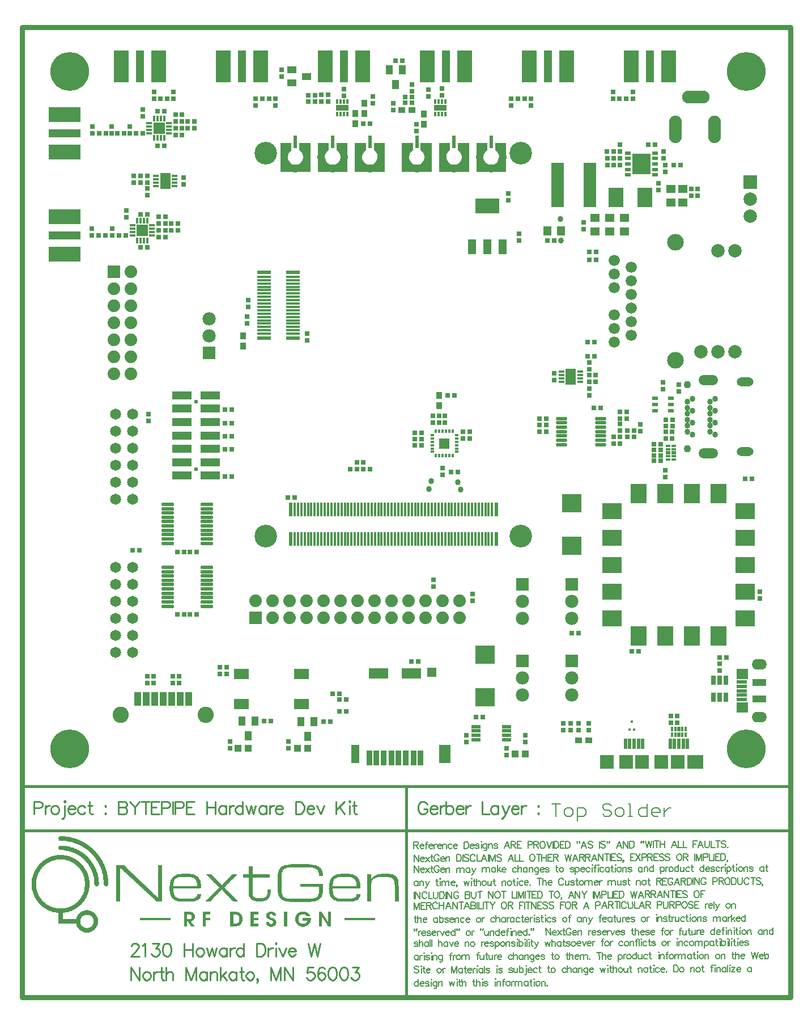
<source format=gts>
G04*
G04 #@! TF.GenerationSoftware,Altium Limited,Altium Designer,21.2.2 (38)*
G04*
G04 Layer_Color=8388736*
%FSLAX25Y25*%
%MOIN*%
G70*
G04*
G04 #@! TF.SameCoordinates,2E860D41-E7DC-41A5-80A1-EBEBF1B55734*
G04*
G04*
G04 #@! TF.FilePolarity,Negative*
G04*
G01*
G75*
%ADD10C,0.01000*%
%ADD15C,0.00800*%
%ADD21C,0.00600*%
%ADD26C,0.01500*%
%ADD27C,0.03000*%
%ADD28C,0.00900*%
%ADD94R,0.03800X0.02000*%
%ADD95R,0.10800X0.12400*%
%ADD96O,0.07600X0.02200*%
%ADD97O,0.06600X0.02200*%
%ADD98R,0.03400X0.02400*%
%ADD99C,0.03400*%
%ADD100R,0.09000X0.06200*%
%ADD101R,0.01700X0.01800*%
%ADD102R,0.02800X0.05200*%
%ADD103R,0.04200X0.05600*%
%ADD104R,0.04900X0.09000*%
%ADD105R,0.14400X0.09000*%
%ADD106R,0.07000X0.07000*%
%ADD107R,0.01800X0.03800*%
%ADD108R,0.03800X0.01800*%
%ADD109R,0.03800X0.01800*%
%ADD110R,0.05200X0.02200*%
%ADD111R,0.09700X0.11800*%
%ADD112R,0.11800X0.09700*%
%ADD113R,0.02400X0.01600*%
%ADD114R,0.01600X0.02400*%
%ADD115R,0.06400X0.06400*%
%ADD116R,0.04100X0.04143*%
%ADD117R,0.07600X0.26200*%
%ADD118R,0.09100X0.11400*%
%ADD119R,0.07193X0.03256*%
%ADD120R,0.01700X0.03100*%
%ADD121R,0.02600X0.01600*%
%ADD122R,0.02600X0.01900*%
%ADD123R,0.09655X0.08100*%
%ADD124R,0.08100X0.08100*%
%ADD125R,0.02200X0.06000*%
%ADD126R,0.06000X0.02400*%
%ADD127R,0.06800X0.06400*%
%ADD128R,0.08100X0.04100*%
%ADD129R,0.02100X0.07400*%
%ADD130R,0.05912X0.02368*%
%ADD131R,0.18600X0.04600*%
%ADD132R,0.18600X0.08600*%
%ADD133R,0.04000X0.08400*%
%ADD134R,0.11300X0.04500*%
%ADD135R,0.04500X0.10800*%
%ADD136R,0.06500X0.10800*%
%ADD137R,0.03400X0.08500*%
%ADD138R,0.05300X0.05300*%
%ADD139R,0.11200X0.06100*%
%ADD140R,0.08400X0.02400*%
%ADD141R,0.08400X0.01400*%
%ADD142R,0.01400X0.08400*%
%ADD143R,0.02400X0.08400*%
%ADD144R,0.11600X0.10600*%
%ADD145R,0.05100X0.05600*%
%ADD146R,0.05600X0.05100*%
%ADD147R,0.03800X0.04200*%
%ADD148R,0.02600X0.02600*%
%ADD149R,0.02600X0.02800*%
%ADD150R,0.02800X0.02600*%
%ADD151R,0.04600X0.18600*%
%ADD152R,0.08600X0.18600*%
%ADD153R,0.04200X0.03800*%
%ADD154R,0.05600X0.04200*%
%ADD155R,0.02600X0.02600*%
%ADD156R,0.01600X0.02600*%
%ADD157R,0.01900X0.02600*%
%ADD158R,0.03400X0.01600*%
%ADD159R,0.06400X0.09600*%
%ADD160C,0.07900*%
%ADD161R,0.07900X0.07900*%
%ADD162C,0.02600*%
%ADD163O,0.08900X0.06100*%
%ADD164C,0.03200*%
%ADD165C,0.02400*%
%ADD166C,0.09554*%
%ADD167C,0.02368*%
%ADD168C,0.22800*%
%ADD169C,0.13300*%
%ADD170O,0.07500X0.16200*%
%ADD171O,0.16200X0.07500*%
%ADD172C,0.04337*%
%ADD173O,0.11487X0.05943*%
%ADD174O,0.09912X0.05156*%
%ADD175C,0.06502*%
%ADD176C,0.09800*%
%ADD177C,0.06600*%
%ADD178C,0.07800*%
%ADD179R,0.07800X0.07800*%
%ADD180C,0.07400*%
%ADD181R,0.07400X0.07400*%
%ADD182R,0.07400X0.07400*%
G36*
X245452Y355999D02*
X245504Y355989D01*
X245554Y355972D01*
X245601Y355948D01*
X245645Y355919D01*
X245680Y355889D01*
X245685Y355885D01*
Y355885D01*
X245685D01*
X245689Y355880D01*
X245719Y355845D01*
X245748Y355801D01*
X245772Y355754D01*
X245789Y355704D01*
X245799Y355653D01*
X245802Y355600D01*
X245802Y351693D01*
X245802Y351690D01*
X245802Y351687D01*
X245801Y351664D01*
X245799Y351640D01*
X245798Y351637D01*
X245798Y351634D01*
X245793Y351612D01*
X245789Y351589D01*
X245788Y351586D01*
X245787Y351583D01*
X245779Y351561D01*
X245772Y351539D01*
X245771Y351536D01*
X245770Y351533D01*
X245759Y351512D01*
X245749Y351491D01*
X245747Y351489D01*
X245745Y351486D01*
X245732Y351466D01*
X245719Y351448D01*
X245717Y351446D01*
X245716Y351443D01*
X245700Y351425D01*
X245685Y351408D01*
X245682Y351406D01*
X245680Y351404D01*
X245662Y351389D01*
X245645Y351373D01*
X245642Y351372D01*
X245640Y351370D01*
X245161Y351013D01*
X244367Y350142D01*
X243826Y349108D01*
X243565Y347972D01*
X243601Y346806D01*
X243932Y345688D01*
X244536Y344690D01*
X245373Y343879D01*
X246389Y343306D01*
X247517Y343010D01*
X248683Y343010D01*
X249811Y343306D01*
X250827Y343879D01*
X251664Y344690D01*
X252268Y345688D01*
X252599Y346806D01*
X252635Y347972D01*
X252374Y349108D01*
X251834Y350142D01*
X251039Y351013D01*
X250560Y351370D01*
X250558Y351372D01*
X250555Y351374D01*
X250538Y351389D01*
X250520Y351404D01*
X250518Y351406D01*
X250516Y351408D01*
X250500Y351426D01*
X250484Y351443D01*
X250483Y351446D01*
X250481Y351448D01*
X250468Y351467D01*
X250455Y351486D01*
X250453Y351489D01*
X250451Y351492D01*
X250441Y351512D01*
X250431Y351533D01*
X250430Y351536D01*
X250428Y351539D01*
X250421Y351561D01*
X250413Y351583D01*
X250412Y351586D01*
X250411Y351589D01*
X250407Y351612D01*
X250402Y351634D01*
X250402Y351637D01*
X250401Y351640D01*
X250399Y351664D01*
X250398Y351687D01*
X250398Y351690D01*
X250398Y351693D01*
X250398Y355600D01*
X250401Y355652D01*
X250411Y355704D01*
X250428Y355754D01*
X250451Y355801D01*
X250481Y355845D01*
X250515Y355885D01*
X250555Y355919D01*
X250599Y355948D01*
X250646Y355972D01*
X250696Y355989D01*
X250747Y355999D01*
X250800Y356002D01*
X256500Y356002D01*
X256553Y355999D01*
X256604Y355989D01*
X256654Y355972D01*
X256701Y355948D01*
X256745Y355919D01*
X256785Y355885D01*
X256819Y355845D01*
X256849Y355801D01*
X256872Y355754D01*
X256889Y355704D01*
X256899Y355652D01*
X256902Y355600D01*
X256902Y339150D01*
X256899Y339097D01*
X256889Y339046D01*
X256872Y338996D01*
X256849Y338949D01*
X256819Y338905D01*
X256785Y338865D01*
X256745Y338831D01*
X256701Y338802D01*
X256654Y338778D01*
X256604Y338761D01*
X256553Y338751D01*
X256500Y338748D01*
X239700D01*
X239648Y338751D01*
X239596Y338761D01*
X239546Y338778D01*
X239499Y338802D01*
X239455Y338831D01*
X239416Y338865D01*
X239381Y338905D01*
X239352Y338949D01*
X239328Y338996D01*
X239311Y339046D01*
X239301Y339097D01*
X239298Y339150D01*
X239298Y355600D01*
X239301Y355652D01*
X239311Y355704D01*
X239328Y355754D01*
X239352Y355801D01*
X239381Y355845D01*
X239415Y355885D01*
X239455Y355919D01*
X239499Y355948D01*
X239546Y355972D01*
X239596Y355989D01*
X239648Y355999D01*
X239700Y356002D01*
X245400Y356002D01*
D01*
D01*
X245400D01*
X245452Y355999D01*
D02*
G37*
G36*
X223552D02*
X223604Y355989D01*
X223654Y355972D01*
X223701Y355948D01*
X223745Y355919D01*
X223780Y355889D01*
X223784Y355885D01*
Y355885D01*
X223784D01*
X223789Y355880D01*
X223819Y355845D01*
X223849Y355801D01*
X223872Y355754D01*
X223889Y355704D01*
X223899Y355653D01*
X223902Y355600D01*
X223903Y351693D01*
X223902Y351690D01*
X223902Y351687D01*
X223901Y351664D01*
X223899Y351640D01*
X223898Y351637D01*
X223898Y351634D01*
X223893Y351612D01*
X223889Y351589D01*
X223888Y351586D01*
X223887Y351583D01*
X223879Y351561D01*
X223872Y351539D01*
X223870Y351536D01*
X223869Y351533D01*
X223859Y351512D01*
X223849Y351491D01*
X223847Y351489D01*
X223846Y351486D01*
X223832Y351466D01*
X223819Y351448D01*
X223817Y351446D01*
X223816Y351443D01*
X223800Y351425D01*
X223785Y351408D01*
X223782Y351406D01*
X223780Y351404D01*
X223762Y351389D01*
X223745Y351373D01*
X223743Y351372D01*
X223740Y351370D01*
X223261Y351013D01*
X222467Y350142D01*
X221926Y349108D01*
X221665Y347972D01*
X221701Y346806D01*
X222032Y345688D01*
X222636Y344690D01*
X223473Y343879D01*
X224489Y343306D01*
X225617Y343010D01*
X226783Y343010D01*
X227911Y343306D01*
X228927Y343879D01*
X229764Y344690D01*
X230368Y345688D01*
X230699Y346806D01*
X230735Y347972D01*
X230474Y349108D01*
X229934Y350142D01*
X229139Y351013D01*
X228660Y351370D01*
X228658Y351372D01*
X228655Y351374D01*
X228638Y351389D01*
X228620Y351404D01*
X228618Y351406D01*
X228615Y351408D01*
X228600Y351426D01*
X228585Y351443D01*
X228583Y351446D01*
X228581Y351448D01*
X228568Y351467D01*
X228555Y351486D01*
X228553Y351489D01*
X228552Y351492D01*
X228541Y351512D01*
X228531Y351533D01*
X228530Y351536D01*
X228528Y351539D01*
X228521Y351561D01*
X228513Y351583D01*
X228512Y351586D01*
X228511Y351589D01*
X228507Y351612D01*
X228502Y351634D01*
X228502Y351637D01*
X228501Y351640D01*
X228500Y351664D01*
X228498Y351687D01*
X228498Y351690D01*
X228498Y351693D01*
X228498Y355600D01*
X228501Y355652D01*
X228511Y355704D01*
X228528Y355754D01*
X228552Y355801D01*
X228581Y355845D01*
X228615Y355885D01*
X228655Y355919D01*
X228699Y355948D01*
X228746Y355972D01*
X228796Y355989D01*
X228848Y355999D01*
X228900Y356002D01*
X234600Y356002D01*
X234652Y355999D01*
X234704Y355989D01*
X234754Y355972D01*
X234801Y355948D01*
X234845Y355919D01*
X234885Y355885D01*
X234919Y355845D01*
X234948Y355801D01*
X234972Y355754D01*
X234989Y355704D01*
X234999Y355652D01*
X235002Y355600D01*
X235002Y339150D01*
X234999Y339097D01*
X234989Y339046D01*
X234972Y338996D01*
X234948Y338949D01*
X234919Y338905D01*
X234885Y338865D01*
X234845Y338831D01*
X234801Y338802D01*
X234754Y338778D01*
X234704Y338761D01*
X234652Y338751D01*
X234600Y338748D01*
X217800D01*
X217747Y338751D01*
X217696Y338761D01*
X217646Y338778D01*
X217599Y338802D01*
X217555Y338831D01*
X217515Y338865D01*
X217481Y338905D01*
X217452Y338949D01*
X217428Y338996D01*
X217411Y339046D01*
X217401Y339097D01*
X217398Y339150D01*
X217398Y355600D01*
X217401Y355652D01*
X217411Y355704D01*
X217428Y355754D01*
X217452Y355801D01*
X217481Y355845D01*
X217515Y355885D01*
X217555Y355919D01*
X217599Y355948D01*
X217646Y355972D01*
X217696Y355989D01*
X217747Y355999D01*
X217800Y356002D01*
X223500Y356002D01*
D01*
D01*
X223500D01*
X223552Y355999D01*
D02*
G37*
G36*
X201653D02*
X201704Y355989D01*
X201754Y355972D01*
X201801Y355948D01*
X201845Y355919D01*
X201880Y355889D01*
X201885Y355885D01*
Y355885D01*
X201885D01*
X201889Y355880D01*
X201919Y355845D01*
X201948Y355801D01*
X201972Y355754D01*
X201989Y355704D01*
X201999Y355653D01*
X202002Y355600D01*
X202003Y351693D01*
X202002Y351690D01*
X202002Y351687D01*
X202001Y351664D01*
X201999Y351640D01*
X201998Y351637D01*
X201998Y351634D01*
X201993Y351612D01*
X201989Y351589D01*
X201988Y351586D01*
X201987Y351583D01*
X201979Y351561D01*
X201972Y351539D01*
X201971Y351536D01*
X201970Y351533D01*
X201959Y351512D01*
X201949Y351491D01*
X201947Y351489D01*
X201945Y351486D01*
X201932Y351466D01*
X201919Y351448D01*
X201917Y351446D01*
X201916Y351443D01*
X201900Y351425D01*
X201885Y351408D01*
X201882Y351406D01*
X201880Y351404D01*
X201863Y351389D01*
X201845Y351373D01*
X201842Y351372D01*
X201840Y351370D01*
X201361Y351013D01*
X200567Y350142D01*
X200026Y349108D01*
X199765Y347972D01*
X199801Y346806D01*
X200132Y345688D01*
X200736Y344690D01*
X201573Y343879D01*
X202589Y343306D01*
X203717Y343010D01*
X204883Y343010D01*
X206011Y343306D01*
X207027Y343879D01*
X207864Y344690D01*
X208468Y345688D01*
X208799Y346806D01*
X208835Y347972D01*
X208574Y349108D01*
X208033Y350142D01*
X207239Y351013D01*
X206760Y351370D01*
X206758Y351372D01*
X206755Y351374D01*
X206738Y351389D01*
X206720Y351404D01*
X206718Y351406D01*
X206715Y351408D01*
X206700Y351426D01*
X206684Y351443D01*
X206683Y351446D01*
X206681Y351448D01*
X206668Y351467D01*
X206655Y351486D01*
X206653Y351489D01*
X206651Y351492D01*
X206641Y351512D01*
X206631Y351533D01*
X206630Y351536D01*
X206628Y351539D01*
X206621Y351561D01*
X206613Y351583D01*
X206612Y351586D01*
X206611Y351589D01*
X206607Y351612D01*
X206602Y351634D01*
X206602Y351637D01*
X206601Y351640D01*
X206599Y351664D01*
X206598Y351687D01*
X206598Y351690D01*
X206598Y351693D01*
X206598Y355600D01*
X206601Y355652D01*
X206611Y355704D01*
X206628Y355754D01*
X206651Y355801D01*
X206681Y355845D01*
X206715Y355885D01*
X206755Y355919D01*
X206799Y355948D01*
X206846Y355972D01*
X206896Y355989D01*
X206947Y355999D01*
X207000Y356002D01*
X212700Y356002D01*
X212753Y355999D01*
X212804Y355989D01*
X212854Y355972D01*
X212901Y355948D01*
X212945Y355919D01*
X212985Y355885D01*
X213019Y355845D01*
X213049Y355801D01*
X213072Y355754D01*
X213089Y355704D01*
X213099Y355652D01*
X213102Y355600D01*
X213102Y339150D01*
X213099Y339097D01*
X213089Y339046D01*
X213072Y338996D01*
X213049Y338949D01*
X213019Y338905D01*
X212985Y338865D01*
X212945Y338831D01*
X212901Y338802D01*
X212854Y338778D01*
X212804Y338761D01*
X212753Y338751D01*
X212700Y338748D01*
X195900D01*
X195847Y338751D01*
X195796Y338761D01*
X195746Y338778D01*
X195699Y338802D01*
X195655Y338831D01*
X195615Y338865D01*
X195581Y338905D01*
X195552Y338949D01*
X195528Y338996D01*
X195511Y339046D01*
X195501Y339097D01*
X195498Y339150D01*
X195498Y355600D01*
X195501Y355652D01*
X195511Y355704D01*
X195528Y355754D01*
X195552Y355801D01*
X195581Y355845D01*
X195615Y355885D01*
X195655Y355919D01*
X195699Y355948D01*
X195746Y355972D01*
X195796Y355989D01*
X195847Y355999D01*
X195900Y356002D01*
X201600Y356002D01*
D01*
D01*
X201600D01*
X201653Y355999D01*
D02*
G37*
G36*
X174053D02*
X174104Y355989D01*
X174154Y355972D01*
X174201Y355948D01*
X174245Y355919D01*
X174280Y355889D01*
X174285Y355885D01*
Y355885D01*
X174285D01*
X174289Y355880D01*
X174319Y355845D01*
X174348Y355801D01*
X174372Y355754D01*
X174389Y355704D01*
X174399Y355653D01*
X174402Y355600D01*
X174402Y351693D01*
X174402Y351690D01*
X174402Y351687D01*
X174401Y351664D01*
X174399Y351640D01*
X174398Y351637D01*
X174398Y351634D01*
X174393Y351612D01*
X174389Y351589D01*
X174388Y351586D01*
X174387Y351583D01*
X174379Y351561D01*
X174372Y351539D01*
X174371Y351536D01*
X174370Y351533D01*
X174359Y351512D01*
X174349Y351491D01*
X174347Y351489D01*
X174346Y351486D01*
X174332Y351466D01*
X174319Y351448D01*
X174317Y351446D01*
X174316Y351443D01*
X174300Y351425D01*
X174285Y351408D01*
X174282Y351406D01*
X174280Y351404D01*
X174262Y351389D01*
X174245Y351373D01*
X174242Y351372D01*
X174240Y351370D01*
X173761Y351013D01*
X172967Y350142D01*
X172426Y349108D01*
X172165Y347972D01*
X172201Y346806D01*
X172532Y345688D01*
X173136Y344690D01*
X173973Y343879D01*
X174989Y343306D01*
X176117Y343010D01*
X177283Y343010D01*
X178411Y343306D01*
X179427Y343879D01*
X180264Y344690D01*
X180868Y345688D01*
X181199Y346806D01*
X181235Y347972D01*
X180974Y349108D01*
X180433Y350142D01*
X179639Y351013D01*
X179160Y351370D01*
X179158Y351372D01*
X179155Y351374D01*
X179138Y351389D01*
X179120Y351404D01*
X179118Y351406D01*
X179115Y351408D01*
X179100Y351426D01*
X179085Y351443D01*
X179083Y351446D01*
X179081Y351448D01*
X179068Y351467D01*
X179055Y351486D01*
X179053Y351489D01*
X179051Y351492D01*
X179041Y351512D01*
X179031Y351533D01*
X179030Y351536D01*
X179028Y351539D01*
X179021Y351561D01*
X179013Y351583D01*
X179012Y351586D01*
X179011Y351589D01*
X179007Y351612D01*
X179002Y351634D01*
X179002Y351637D01*
X179001Y351640D01*
X178999Y351664D01*
X178998Y351687D01*
X178998Y351690D01*
X178998Y351693D01*
X178998Y355600D01*
X179001Y355652D01*
X179011Y355704D01*
X179028Y355754D01*
X179051Y355801D01*
X179081Y355845D01*
X179115Y355885D01*
X179155Y355919D01*
X179199Y355948D01*
X179246Y355972D01*
X179296Y355989D01*
X179348Y355999D01*
X179400Y356002D01*
X185100Y356002D01*
X185152Y355999D01*
X185204Y355989D01*
X185254Y355972D01*
X185301Y355948D01*
X185345Y355919D01*
X185385Y355885D01*
X185419Y355845D01*
X185449Y355801D01*
X185472Y355754D01*
X185489Y355704D01*
X185499Y355652D01*
X185502Y355600D01*
X185502Y339150D01*
X185499Y339097D01*
X185489Y339046D01*
X185472Y338996D01*
X185449Y338949D01*
X185419Y338905D01*
X185385Y338865D01*
X185345Y338831D01*
X185301Y338802D01*
X185254Y338778D01*
X185204Y338761D01*
X185152Y338751D01*
X185100Y338748D01*
X168300D01*
X168247Y338751D01*
X168196Y338761D01*
X168146Y338778D01*
X168099Y338802D01*
X168055Y338831D01*
X168016Y338865D01*
X167981Y338905D01*
X167952Y338949D01*
X167928Y338996D01*
X167911Y339046D01*
X167901Y339097D01*
X167898Y339150D01*
X167898Y355600D01*
X167901Y355652D01*
X167911Y355704D01*
X167928Y355754D01*
X167952Y355801D01*
X167981Y355845D01*
X168015Y355885D01*
X168055Y355919D01*
X168099Y355948D01*
X168146Y355972D01*
X168196Y355989D01*
X168247Y355999D01*
X168300Y356002D01*
X174000Y356002D01*
D01*
D01*
X174000D01*
X174053Y355999D01*
D02*
G37*
G36*
X152153D02*
X152204Y355989D01*
X152254Y355972D01*
X152301Y355948D01*
X152345Y355919D01*
X152380Y355889D01*
X152384Y355885D01*
Y355885D01*
X152384D01*
X152389Y355880D01*
X152419Y355845D01*
X152448Y355801D01*
X152472Y355754D01*
X152489Y355704D01*
X152499Y355653D01*
X152502Y355600D01*
X152503Y351693D01*
X152502Y351690D01*
X152502Y351687D01*
X152501Y351664D01*
X152499Y351640D01*
X152498Y351637D01*
X152498Y351634D01*
X152493Y351612D01*
X152489Y351589D01*
X152488Y351586D01*
X152487Y351583D01*
X152479Y351561D01*
X152472Y351539D01*
X152471Y351536D01*
X152470Y351533D01*
X152459Y351512D01*
X152449Y351491D01*
X152447Y351489D01*
X152445Y351486D01*
X152432Y351466D01*
X152419Y351448D01*
X152417Y351446D01*
X152416Y351443D01*
X152400Y351425D01*
X152385Y351408D01*
X152382Y351406D01*
X152380Y351404D01*
X152363Y351389D01*
X152345Y351373D01*
X152342Y351372D01*
X152340Y351370D01*
X151861Y351013D01*
X151067Y350142D01*
X150526Y349108D01*
X150265Y347972D01*
X150301Y346806D01*
X150632Y345688D01*
X151236Y344690D01*
X152073Y343879D01*
X153089Y343306D01*
X154217Y343010D01*
X155383Y343010D01*
X156511Y343306D01*
X157527Y343879D01*
X158364Y344690D01*
X158968Y345688D01*
X159299Y346806D01*
X159335Y347972D01*
X159074Y349108D01*
X158534Y350142D01*
X157739Y351013D01*
X157260Y351370D01*
X157258Y351372D01*
X157255Y351374D01*
X157238Y351389D01*
X157220Y351404D01*
X157218Y351406D01*
X157215Y351408D01*
X157200Y351426D01*
X157185Y351443D01*
X157183Y351446D01*
X157181Y351448D01*
X157168Y351467D01*
X157155Y351486D01*
X157153Y351489D01*
X157151Y351492D01*
X157141Y351512D01*
X157131Y351533D01*
X157130Y351536D01*
X157128Y351539D01*
X157121Y351561D01*
X157113Y351583D01*
X157112Y351586D01*
X157111Y351589D01*
X157107Y351612D01*
X157102Y351634D01*
X157102Y351637D01*
X157101Y351640D01*
X157099Y351664D01*
X157098Y351687D01*
X157098Y351690D01*
X157098Y351693D01*
X157098Y355600D01*
X157101Y355652D01*
X157111Y355704D01*
X157128Y355754D01*
X157151Y355801D01*
X157181Y355845D01*
X157215Y355885D01*
X157255Y355919D01*
X157299Y355948D01*
X157346Y355972D01*
X157396Y355989D01*
X157448Y355999D01*
X157500Y356002D01*
X163200Y356002D01*
X163252Y355999D01*
X163304Y355989D01*
X163354Y355972D01*
X163401Y355948D01*
X163445Y355919D01*
X163485Y355885D01*
X163519Y355845D01*
X163549Y355801D01*
X163572Y355754D01*
X163589Y355704D01*
X163599Y355652D01*
X163602Y355600D01*
X163602Y339150D01*
X163599Y339097D01*
X163589Y339046D01*
X163572Y338996D01*
X163549Y338949D01*
X163519Y338905D01*
X163485Y338865D01*
X163445Y338831D01*
X163401Y338802D01*
X163354Y338778D01*
X163304Y338761D01*
X163252Y338751D01*
X163200Y338748D01*
X146400D01*
X146347Y338751D01*
X146296Y338761D01*
X146246Y338778D01*
X146199Y338802D01*
X146155Y338831D01*
X146116Y338865D01*
X146081Y338905D01*
X146052Y338949D01*
X146028Y338996D01*
X146011Y339046D01*
X146001Y339097D01*
X145998Y339150D01*
X145998Y355600D01*
X146001Y355652D01*
X146011Y355704D01*
X146028Y355754D01*
X146052Y355801D01*
X146081Y355845D01*
X146115Y355885D01*
X146155Y355919D01*
X146199Y355948D01*
X146246Y355972D01*
X146296Y355989D01*
X146347Y355999D01*
X146400Y356002D01*
X152100Y356002D01*
D01*
D01*
X152100D01*
X152153Y355999D01*
D02*
G37*
G36*
X130253D02*
X130304Y355989D01*
X130354Y355972D01*
X130401Y355948D01*
X130445Y355919D01*
X130480Y355889D01*
X130484Y355885D01*
Y355885D01*
X130484D01*
X130489Y355880D01*
X130519Y355845D01*
X130549Y355801D01*
X130572Y355754D01*
X130589Y355704D01*
X130599Y355653D01*
X130602Y355600D01*
X130603Y351693D01*
X130602Y351690D01*
X130602Y351687D01*
X130601Y351664D01*
X130599Y351640D01*
X130598Y351637D01*
X130598Y351634D01*
X130593Y351612D01*
X130589Y351589D01*
X130588Y351586D01*
X130587Y351583D01*
X130579Y351561D01*
X130572Y351539D01*
X130570Y351536D01*
X130570Y351533D01*
X130559Y351512D01*
X130549Y351491D01*
X130547Y351489D01*
X130545Y351486D01*
X130532Y351466D01*
X130519Y351448D01*
X130517Y351446D01*
X130516Y351443D01*
X130500Y351425D01*
X130485Y351408D01*
X130482Y351406D01*
X130480Y351404D01*
X130463Y351389D01*
X130445Y351373D01*
X130443Y351372D01*
X130440Y351370D01*
X129961Y351013D01*
X129167Y350142D01*
X128626Y349108D01*
X128365Y347972D01*
X128401Y346806D01*
X128732Y345688D01*
X129336Y344690D01*
X130173Y343879D01*
X131189Y343306D01*
X132317Y343010D01*
X133483Y343010D01*
X134611Y343306D01*
X135627Y343879D01*
X136464Y344690D01*
X137068Y345688D01*
X137399Y346806D01*
X137435Y347972D01*
X137174Y349108D01*
X136634Y350142D01*
X135839Y351013D01*
X135360Y351370D01*
X135358Y351372D01*
X135355Y351374D01*
X135338Y351389D01*
X135320Y351404D01*
X135318Y351406D01*
X135316Y351408D01*
X135300Y351426D01*
X135284Y351443D01*
X135283Y351446D01*
X135281Y351448D01*
X135268Y351467D01*
X135255Y351486D01*
X135253Y351489D01*
X135251Y351492D01*
X135241Y351512D01*
X135231Y351533D01*
X135230Y351536D01*
X135228Y351539D01*
X135221Y351561D01*
X135213Y351583D01*
X135212Y351586D01*
X135211Y351589D01*
X135207Y351612D01*
X135202Y351634D01*
X135202Y351637D01*
X135201Y351640D01*
X135199Y351664D01*
X135198Y351687D01*
X135198Y351690D01*
X135198Y351693D01*
X135198Y355600D01*
X135201Y355652D01*
X135211Y355704D01*
X135228Y355754D01*
X135251Y355801D01*
X135281Y355845D01*
X135315Y355885D01*
X135355Y355919D01*
X135399Y355948D01*
X135446Y355972D01*
X135496Y355989D01*
X135547Y355999D01*
X135600Y356002D01*
X141300Y356002D01*
X141352Y355999D01*
X141404Y355989D01*
X141454Y355972D01*
X141501Y355948D01*
X141545Y355919D01*
X141585Y355885D01*
X141619Y355845D01*
X141648Y355801D01*
X141672Y355754D01*
X141689Y355704D01*
X141699Y355652D01*
X141702Y355600D01*
X141702Y339150D01*
X141699Y339097D01*
X141689Y339046D01*
X141672Y338996D01*
X141648Y338949D01*
X141619Y338905D01*
X141585Y338865D01*
X141545Y338831D01*
X141501Y338802D01*
X141454Y338778D01*
X141404Y338761D01*
X141352Y338751D01*
X141300Y338748D01*
X124500D01*
X124448Y338751D01*
X124396Y338761D01*
X124346Y338778D01*
X124299Y338802D01*
X124255Y338831D01*
X124215Y338865D01*
X124181Y338905D01*
X124152Y338949D01*
X124128Y338996D01*
X124111Y339046D01*
X124101Y339097D01*
X124098Y339150D01*
X124098Y355600D01*
X124101Y355652D01*
X124111Y355704D01*
X124128Y355754D01*
X124152Y355801D01*
X124181Y355845D01*
X124215Y355885D01*
X124255Y355919D01*
X124299Y355948D01*
X124346Y355972D01*
X124396Y355989D01*
X124448Y355999D01*
X124500Y356002D01*
X130200Y356002D01*
D01*
D01*
X130200D01*
X130253Y355999D01*
D02*
G37*
G36*
X141142Y-68064D02*
X141280D01*
Y-68202D01*
X143070D01*
Y-68340D01*
X144035D01*
Y-68477D01*
X144723D01*
Y-68615D01*
X145274D01*
Y-68753D01*
Y-68890D01*
X145825D01*
Y-69028D01*
X146101D01*
Y-69166D01*
X146514D01*
Y-69304D01*
X146789D01*
Y-69441D01*
Y-69579D01*
X146927D01*
Y-69717D01*
X147202D01*
Y-69854D01*
X147340D01*
Y-69992D01*
X147478D01*
Y-70130D01*
X147616D01*
Y-70268D01*
X147753D01*
Y-70406D01*
X147891D01*
Y-70543D01*
X148029D01*
Y-70681D01*
X148167D01*
Y-70819D01*
Y-70956D01*
Y-71094D01*
X148304D01*
Y-71232D01*
Y-71370D01*
X148580D01*
Y-71507D01*
Y-71645D01*
Y-71783D01*
X148717D01*
Y-71921D01*
Y-72058D01*
Y-72196D01*
Y-72334D01*
X148855D01*
Y-72471D01*
Y-72609D01*
Y-72747D01*
Y-72885D01*
Y-73022D01*
Y-73160D01*
Y-73298D01*
X148993D01*
Y-73435D01*
Y-73573D01*
Y-73711D01*
Y-73849D01*
Y-73986D01*
Y-74124D01*
Y-74262D01*
Y-74400D01*
Y-74537D01*
Y-74675D01*
Y-74813D01*
X146651D01*
Y-74675D01*
Y-74537D01*
Y-74400D01*
Y-74262D01*
Y-74124D01*
Y-73986D01*
Y-73849D01*
Y-73711D01*
Y-73573D01*
Y-73435D01*
Y-73298D01*
Y-73160D01*
Y-73022D01*
X146514D01*
Y-72885D01*
Y-72747D01*
Y-72609D01*
Y-72471D01*
Y-72334D01*
X146238D01*
Y-72196D01*
Y-72058D01*
Y-71921D01*
X146101D01*
Y-71783D01*
Y-71645D01*
X145963D01*
Y-71507D01*
Y-71370D01*
X145825D01*
Y-71232D01*
X145550D01*
Y-71094D01*
X145412D01*
Y-70956D01*
X145274D01*
Y-70819D01*
Y-70681D01*
X144861D01*
Y-70543D01*
X144586D01*
Y-70406D01*
X144172D01*
Y-70268D01*
X143346D01*
Y-70130D01*
X143208D01*
Y-69992D01*
X141142D01*
Y-69854D01*
X130262D01*
Y-69992D01*
X128196D01*
Y-70130D01*
Y-70268D01*
X127369D01*
Y-70406D01*
X126818D01*
Y-70543D01*
X126543D01*
Y-70681D01*
X126267D01*
Y-70819D01*
X126130D01*
Y-70956D01*
X125992D01*
Y-71094D01*
X125854D01*
Y-71232D01*
X125579D01*
Y-71370D01*
Y-71507D01*
Y-71645D01*
X125441D01*
Y-71783D01*
X125303D01*
Y-71921D01*
Y-72058D01*
Y-72196D01*
Y-72334D01*
X125166D01*
Y-72471D01*
Y-72609D01*
Y-72747D01*
X125028D01*
Y-72885D01*
X124890D01*
Y-73022D01*
Y-73160D01*
Y-73298D01*
Y-73435D01*
Y-73573D01*
Y-73711D01*
Y-73849D01*
X124752D01*
Y-73986D01*
Y-74124D01*
Y-74262D01*
Y-74400D01*
Y-74537D01*
Y-74675D01*
Y-74813D01*
Y-74950D01*
Y-75088D01*
Y-75226D01*
Y-75364D01*
Y-75502D01*
Y-75639D01*
Y-75777D01*
Y-75915D01*
Y-76052D01*
Y-76190D01*
Y-76328D01*
Y-76466D01*
Y-76603D01*
Y-76741D01*
Y-76879D01*
Y-77017D01*
Y-77154D01*
Y-77292D01*
Y-77430D01*
Y-77567D01*
Y-77705D01*
Y-77843D01*
Y-77981D01*
Y-78118D01*
Y-78256D01*
Y-78394D01*
Y-78531D01*
Y-78669D01*
Y-78807D01*
Y-78945D01*
Y-79083D01*
Y-79220D01*
Y-79358D01*
Y-79496D01*
Y-79633D01*
Y-79771D01*
Y-79909D01*
Y-80047D01*
Y-80184D01*
Y-80322D01*
Y-80460D01*
Y-80598D01*
Y-80735D01*
Y-80873D01*
Y-81011D01*
Y-81148D01*
Y-81286D01*
Y-81424D01*
Y-81562D01*
Y-81699D01*
Y-81837D01*
Y-81975D01*
Y-82112D01*
Y-82250D01*
Y-82388D01*
Y-82526D01*
Y-82664D01*
Y-82801D01*
Y-82939D01*
Y-83077D01*
Y-83214D01*
Y-83352D01*
Y-83490D01*
Y-83628D01*
Y-83765D01*
Y-83903D01*
Y-84041D01*
Y-84179D01*
X124890D01*
Y-84316D01*
Y-84454D01*
Y-84592D01*
Y-84729D01*
Y-84867D01*
Y-85005D01*
Y-85143D01*
Y-85280D01*
X125028D01*
Y-85418D01*
X125166D01*
Y-85556D01*
Y-85694D01*
Y-85831D01*
Y-85969D01*
X125303D01*
Y-86107D01*
Y-86244D01*
Y-86382D01*
X125441D01*
Y-86520D01*
Y-86658D01*
X125579D01*
Y-86795D01*
Y-86933D01*
X125854D01*
Y-87071D01*
X125992D01*
Y-87209D01*
X126130D01*
Y-87346D01*
Y-87484D01*
X126405D01*
Y-87622D01*
X126681D01*
Y-87760D01*
X127232D01*
Y-87897D01*
X127920D01*
Y-88035D01*
Y-88173D01*
X129160D01*
Y-88310D01*
X142244D01*
Y-88173D01*
X143484D01*
Y-88035D01*
Y-87897D01*
X144172D01*
Y-87760D01*
X144723D01*
Y-87622D01*
X145136D01*
Y-87484D01*
X145274D01*
Y-87346D01*
X145412D01*
Y-87209D01*
X145550D01*
Y-87071D01*
X145825D01*
Y-86933D01*
X145963D01*
Y-86795D01*
Y-86658D01*
Y-86520D01*
X146101D01*
Y-86382D01*
X146238D01*
Y-86244D01*
Y-86107D01*
Y-85969D01*
Y-85831D01*
X146514D01*
Y-85694D01*
Y-85556D01*
Y-85418D01*
Y-85280D01*
X146651D01*
Y-85143D01*
Y-85005D01*
Y-84867D01*
Y-84729D01*
Y-84592D01*
Y-84454D01*
Y-84316D01*
Y-84179D01*
Y-84041D01*
Y-83903D01*
Y-83765D01*
Y-83628D01*
Y-83490D01*
Y-83352D01*
Y-83214D01*
Y-83077D01*
Y-82939D01*
X146789D01*
Y-82801D01*
Y-82664D01*
Y-82526D01*
Y-82388D01*
Y-82250D01*
Y-82112D01*
Y-81975D01*
Y-81837D01*
Y-81699D01*
Y-81562D01*
Y-81424D01*
Y-81286D01*
X135908D01*
Y-81148D01*
Y-81011D01*
Y-80873D01*
Y-80735D01*
Y-80598D01*
Y-80460D01*
Y-80322D01*
Y-80184D01*
Y-80047D01*
Y-79909D01*
Y-79771D01*
Y-79633D01*
Y-79496D01*
Y-79358D01*
X148993D01*
Y-79496D01*
Y-79633D01*
Y-79771D01*
Y-79909D01*
Y-80047D01*
Y-80184D01*
Y-80322D01*
Y-80460D01*
Y-80598D01*
Y-80735D01*
Y-80873D01*
Y-81011D01*
Y-81148D01*
Y-81286D01*
Y-81424D01*
Y-81562D01*
Y-81699D01*
Y-81837D01*
Y-81975D01*
Y-82112D01*
Y-82250D01*
Y-82388D01*
Y-82526D01*
Y-82664D01*
Y-82801D01*
Y-82939D01*
Y-83077D01*
Y-83214D01*
Y-83352D01*
Y-83490D01*
Y-83628D01*
Y-83765D01*
Y-83903D01*
Y-84041D01*
Y-84179D01*
Y-84316D01*
Y-84454D01*
Y-84592D01*
Y-84729D01*
X148855D01*
Y-84867D01*
Y-85005D01*
Y-85143D01*
Y-85280D01*
Y-85418D01*
Y-85556D01*
Y-85694D01*
X148717D01*
Y-85831D01*
Y-85969D01*
Y-86107D01*
Y-86244D01*
X148580D01*
Y-86382D01*
Y-86520D01*
Y-86658D01*
Y-86795D01*
X148304D01*
Y-86933D01*
Y-87071D01*
X148167D01*
Y-87209D01*
Y-87346D01*
X148029D01*
Y-87484D01*
Y-87622D01*
X147891D01*
Y-87760D01*
X147753D01*
Y-87897D01*
X147616D01*
Y-88035D01*
X147478D01*
Y-88173D01*
X147340D01*
Y-88310D01*
X147202D01*
Y-88448D01*
X146927D01*
Y-88586D01*
X146789D01*
Y-88724D01*
Y-88861D01*
X146514D01*
Y-88999D01*
X146238D01*
Y-89137D01*
X145963D01*
Y-89275D01*
X145412D01*
Y-89412D01*
Y-89550D01*
X144861D01*
Y-89688D01*
X144310D01*
Y-89825D01*
X143346D01*
Y-89963D01*
X142106D01*
Y-90101D01*
X141969D01*
Y-90239D01*
X129573D01*
Y-90101D01*
X129435D01*
Y-89963D01*
X128196D01*
Y-89825D01*
X127369D01*
Y-89688D01*
X126681D01*
Y-89550D01*
X126130D01*
Y-89412D01*
Y-89275D01*
X125716D01*
Y-89137D01*
X125441D01*
Y-88999D01*
X125166D01*
Y-88861D01*
X124752D01*
Y-88724D01*
Y-88586D01*
X124615D01*
Y-88448D01*
X124477D01*
Y-88310D01*
X124202D01*
Y-88173D01*
X124064D01*
Y-88035D01*
Y-87897D01*
X123926D01*
Y-87760D01*
X123788D01*
Y-87622D01*
X123513D01*
Y-87484D01*
Y-87346D01*
Y-87209D01*
X123375D01*
Y-87071D01*
Y-86933D01*
X123237D01*
Y-86795D01*
Y-86658D01*
X123100D01*
Y-86520D01*
Y-86382D01*
Y-86244D01*
X122962D01*
Y-86107D01*
X122824D01*
Y-85969D01*
Y-85831D01*
Y-85694D01*
Y-85556D01*
X122686D01*
Y-85418D01*
Y-85280D01*
Y-85143D01*
Y-85005D01*
Y-84867D01*
X122549D01*
Y-84729D01*
Y-84592D01*
Y-84454D01*
Y-84316D01*
Y-84179D01*
Y-84041D01*
Y-83903D01*
Y-83765D01*
Y-83628D01*
Y-83490D01*
Y-83352D01*
X122411D01*
Y-83214D01*
Y-83077D01*
Y-82939D01*
Y-82801D01*
Y-82664D01*
Y-82526D01*
Y-82388D01*
Y-82250D01*
Y-82112D01*
Y-81975D01*
Y-81837D01*
Y-81699D01*
Y-81562D01*
Y-81424D01*
Y-81286D01*
Y-81148D01*
Y-81011D01*
Y-80873D01*
Y-80735D01*
Y-80598D01*
Y-80460D01*
Y-80322D01*
Y-80184D01*
Y-80047D01*
Y-79909D01*
Y-79771D01*
Y-79633D01*
Y-79496D01*
Y-79358D01*
Y-79220D01*
Y-79083D01*
Y-78945D01*
Y-78807D01*
Y-78669D01*
Y-78531D01*
Y-78394D01*
Y-78256D01*
Y-78118D01*
Y-77981D01*
Y-77843D01*
Y-77705D01*
Y-77567D01*
Y-77430D01*
Y-77292D01*
Y-77154D01*
Y-77017D01*
Y-76879D01*
Y-76741D01*
Y-76603D01*
Y-76466D01*
Y-76328D01*
Y-76190D01*
Y-76052D01*
Y-75915D01*
Y-75777D01*
Y-75639D01*
Y-75502D01*
Y-75364D01*
Y-75226D01*
Y-75088D01*
Y-74950D01*
Y-74813D01*
X122549D01*
Y-74675D01*
Y-74537D01*
Y-74400D01*
Y-74262D01*
Y-74124D01*
Y-73986D01*
Y-73849D01*
Y-73711D01*
Y-73573D01*
Y-73435D01*
X122686D01*
Y-73298D01*
Y-73160D01*
Y-73022D01*
Y-72885D01*
Y-72747D01*
Y-72609D01*
X122824D01*
Y-72471D01*
Y-72334D01*
Y-72196D01*
Y-72058D01*
X123100D01*
Y-71921D01*
Y-71783D01*
Y-71645D01*
X123237D01*
Y-71507D01*
Y-71370D01*
Y-71232D01*
X123375D01*
Y-71094D01*
Y-70956D01*
X123513D01*
Y-70819D01*
Y-70681D01*
X123651D01*
Y-70543D01*
X123788D01*
Y-70406D01*
X123926D01*
Y-70268D01*
X124064D01*
Y-70130D01*
Y-69992D01*
X124202D01*
Y-69854D01*
X124477D01*
Y-69717D01*
X124615D01*
Y-69579D01*
X124890D01*
Y-69441D01*
Y-69304D01*
X125303D01*
Y-69166D01*
X125579D01*
Y-69028D01*
X125854D01*
Y-68890D01*
X126267D01*
Y-68753D01*
Y-68615D01*
X126818D01*
Y-68477D01*
X127645D01*
Y-68340D01*
X128609D01*
Y-68202D01*
X130262D01*
Y-68064D01*
Y-67926D01*
X141142D01*
Y-68064D01*
D02*
G37*
G36*
X188246Y-73573D02*
X188384D01*
Y-73711D01*
X189210D01*
Y-73849D01*
X189899D01*
Y-73986D01*
X190450D01*
Y-74124D01*
X190863D01*
Y-74262D01*
Y-74400D01*
X191276D01*
Y-74537D01*
X191414D01*
Y-74675D01*
X191689D01*
Y-74813D01*
X191965D01*
Y-74950D01*
Y-75088D01*
X192103D01*
Y-75226D01*
X192240D01*
Y-75364D01*
X192378D01*
Y-75502D01*
X192653D01*
Y-75639D01*
Y-75777D01*
X192791D01*
Y-75915D01*
Y-76052D01*
X192929D01*
Y-76190D01*
Y-76328D01*
Y-76466D01*
X193067D01*
Y-76603D01*
Y-76741D01*
X193204D01*
Y-76879D01*
X193342D01*
Y-77017D01*
Y-77154D01*
Y-77292D01*
Y-77430D01*
X193480D01*
Y-77567D01*
Y-77705D01*
Y-77843D01*
Y-77981D01*
Y-78118D01*
X193617D01*
Y-78256D01*
Y-78394D01*
Y-78531D01*
Y-78669D01*
Y-78807D01*
Y-78945D01*
Y-79083D01*
Y-79220D01*
Y-79358D01*
Y-79496D01*
Y-79633D01*
Y-79771D01*
Y-79909D01*
Y-80047D01*
Y-80184D01*
Y-80322D01*
Y-80460D01*
Y-80598D01*
Y-80735D01*
Y-80873D01*
X193755D01*
Y-81011D01*
Y-81148D01*
Y-81286D01*
Y-81424D01*
Y-81562D01*
Y-81699D01*
Y-81837D01*
Y-81975D01*
Y-82112D01*
Y-82250D01*
Y-82388D01*
Y-82526D01*
Y-82664D01*
Y-82801D01*
Y-82939D01*
Y-83077D01*
Y-83214D01*
Y-83352D01*
Y-83490D01*
Y-83628D01*
Y-83765D01*
Y-83903D01*
Y-84041D01*
Y-84179D01*
Y-84316D01*
Y-84454D01*
Y-84592D01*
Y-84729D01*
Y-84867D01*
Y-85005D01*
Y-85143D01*
Y-85280D01*
Y-85418D01*
Y-85556D01*
Y-85694D01*
Y-85831D01*
Y-85969D01*
Y-86107D01*
Y-86244D01*
Y-86382D01*
Y-86520D01*
Y-86658D01*
Y-86795D01*
Y-86933D01*
Y-87071D01*
Y-87209D01*
Y-87346D01*
Y-87484D01*
Y-87622D01*
Y-87760D01*
Y-87897D01*
Y-88035D01*
Y-88173D01*
Y-88310D01*
Y-88448D01*
Y-88586D01*
Y-88724D01*
Y-88861D01*
Y-88999D01*
Y-89137D01*
Y-89275D01*
Y-89412D01*
Y-89550D01*
Y-89688D01*
Y-89825D01*
X191414D01*
Y-89688D01*
Y-89550D01*
Y-89412D01*
Y-89275D01*
Y-89137D01*
Y-88999D01*
Y-88861D01*
Y-88724D01*
Y-88586D01*
Y-88448D01*
Y-88310D01*
Y-88173D01*
Y-88035D01*
Y-87897D01*
Y-87760D01*
Y-87622D01*
Y-87484D01*
Y-87346D01*
Y-87209D01*
Y-87071D01*
Y-86933D01*
Y-86795D01*
Y-86658D01*
Y-86520D01*
Y-86382D01*
Y-86244D01*
Y-86107D01*
Y-85969D01*
Y-85831D01*
Y-85694D01*
Y-85556D01*
Y-85418D01*
Y-85280D01*
Y-85143D01*
Y-85005D01*
Y-84867D01*
Y-84729D01*
Y-84592D01*
Y-84454D01*
Y-84316D01*
Y-84179D01*
Y-84041D01*
Y-83903D01*
Y-83765D01*
Y-83628D01*
Y-83490D01*
Y-83352D01*
Y-83214D01*
Y-83077D01*
Y-82939D01*
Y-82801D01*
Y-82664D01*
Y-82526D01*
Y-82388D01*
Y-82250D01*
Y-82112D01*
Y-81975D01*
Y-81837D01*
Y-81699D01*
Y-81562D01*
Y-81424D01*
Y-81286D01*
Y-81148D01*
Y-81011D01*
Y-80873D01*
Y-80735D01*
Y-80598D01*
Y-80460D01*
Y-80322D01*
Y-80184D01*
Y-80047D01*
Y-79909D01*
Y-79771D01*
X191276D01*
Y-79633D01*
Y-79496D01*
Y-79358D01*
Y-79220D01*
Y-79083D01*
Y-78945D01*
Y-78807D01*
Y-78669D01*
Y-78531D01*
Y-78394D01*
X191138D01*
Y-78256D01*
X191001D01*
Y-78118D01*
Y-77981D01*
Y-77843D01*
Y-77705D01*
X190863D01*
Y-77567D01*
Y-77430D01*
Y-77292D01*
X190725D01*
Y-77154D01*
X190587D01*
Y-77017D01*
Y-76879D01*
X190450D01*
Y-76741D01*
X190312D01*
Y-76603D01*
X190174D01*
Y-76466D01*
X190036D01*
Y-76328D01*
X189899D01*
Y-76190D01*
X189623D01*
Y-76052D01*
X189348D01*
Y-75915D01*
X188935D01*
Y-75777D01*
X188246D01*
Y-75639D01*
Y-75502D01*
X187420D01*
Y-75364D01*
X182324D01*
Y-75502D01*
X181222D01*
Y-75639D01*
Y-75777D01*
X180533D01*
Y-75915D01*
X179982D01*
Y-76052D01*
X179707D01*
Y-76190D01*
X179294D01*
Y-76328D01*
Y-76466D01*
X179018D01*
Y-76603D01*
X178880D01*
Y-76741D01*
X178605D01*
Y-76879D01*
X178467D01*
Y-77017D01*
Y-77154D01*
X178330D01*
Y-77292D01*
X178192D01*
Y-77430D01*
X177916D01*
Y-77567D01*
Y-77705D01*
Y-77843D01*
X177778D01*
Y-77981D01*
Y-78118D01*
Y-78256D01*
X177641D01*
Y-78394D01*
Y-78531D01*
Y-78669D01*
Y-78807D01*
Y-78945D01*
Y-79083D01*
X177503D01*
Y-79220D01*
Y-79358D01*
Y-79496D01*
Y-79633D01*
Y-79771D01*
Y-79909D01*
Y-80047D01*
Y-80184D01*
Y-80322D01*
Y-80460D01*
Y-80598D01*
Y-80735D01*
Y-80873D01*
Y-81011D01*
Y-81148D01*
Y-81286D01*
Y-81424D01*
Y-81562D01*
Y-81699D01*
Y-81837D01*
Y-81975D01*
Y-82112D01*
Y-82250D01*
Y-82388D01*
Y-82526D01*
Y-82664D01*
Y-82801D01*
Y-82939D01*
Y-83077D01*
Y-83214D01*
Y-83352D01*
Y-83490D01*
Y-83628D01*
Y-83765D01*
Y-83903D01*
Y-84041D01*
Y-84179D01*
Y-84316D01*
Y-84454D01*
Y-84592D01*
Y-84729D01*
Y-84867D01*
Y-85005D01*
Y-85143D01*
Y-85280D01*
Y-85418D01*
Y-85556D01*
Y-85694D01*
Y-85831D01*
Y-85969D01*
Y-86107D01*
Y-86244D01*
Y-86382D01*
Y-86520D01*
Y-86658D01*
Y-86795D01*
Y-86933D01*
Y-87071D01*
Y-87209D01*
Y-87346D01*
Y-87484D01*
Y-87622D01*
Y-87760D01*
Y-87897D01*
Y-88035D01*
Y-88173D01*
Y-88310D01*
Y-88448D01*
Y-88586D01*
Y-88724D01*
Y-88861D01*
Y-88999D01*
Y-89137D01*
Y-89275D01*
Y-89412D01*
Y-89550D01*
Y-89688D01*
Y-89825D01*
X175024D01*
Y-89688D01*
Y-89550D01*
Y-89412D01*
Y-89275D01*
Y-89137D01*
Y-88999D01*
Y-88861D01*
Y-88724D01*
Y-88586D01*
Y-88448D01*
Y-88310D01*
Y-88173D01*
Y-88035D01*
Y-87897D01*
Y-87760D01*
Y-87622D01*
Y-87484D01*
Y-87346D01*
Y-87209D01*
Y-87071D01*
Y-86933D01*
Y-86795D01*
Y-86658D01*
Y-86520D01*
Y-86382D01*
Y-86244D01*
Y-86107D01*
Y-85969D01*
Y-85831D01*
Y-85694D01*
Y-85556D01*
Y-85418D01*
Y-85280D01*
Y-85143D01*
Y-85005D01*
Y-84867D01*
Y-84729D01*
Y-84592D01*
Y-84454D01*
Y-84316D01*
Y-84179D01*
Y-84041D01*
Y-83903D01*
Y-83765D01*
Y-83628D01*
Y-83490D01*
Y-83352D01*
Y-83214D01*
Y-83077D01*
Y-82939D01*
Y-82801D01*
Y-82664D01*
Y-82526D01*
Y-82388D01*
Y-82250D01*
Y-82112D01*
Y-81975D01*
Y-81837D01*
Y-81699D01*
Y-81562D01*
Y-81424D01*
Y-81286D01*
Y-81148D01*
Y-81011D01*
Y-80873D01*
Y-80735D01*
Y-80598D01*
Y-80460D01*
Y-80322D01*
Y-80184D01*
Y-80047D01*
Y-79909D01*
Y-79771D01*
Y-79633D01*
Y-79496D01*
Y-79358D01*
Y-79220D01*
Y-79083D01*
Y-78945D01*
Y-78807D01*
Y-78669D01*
Y-78531D01*
Y-78394D01*
Y-78256D01*
Y-78118D01*
Y-77981D01*
Y-77843D01*
Y-77705D01*
Y-77567D01*
Y-77430D01*
Y-77292D01*
Y-77154D01*
Y-77017D01*
Y-76879D01*
Y-76741D01*
Y-76603D01*
Y-76466D01*
Y-76328D01*
Y-76190D01*
Y-76052D01*
Y-75915D01*
Y-75777D01*
Y-75639D01*
Y-75502D01*
Y-75364D01*
Y-75226D01*
Y-75088D01*
Y-74950D01*
Y-74813D01*
Y-74675D01*
Y-74537D01*
Y-74400D01*
Y-74262D01*
Y-74124D01*
Y-73986D01*
Y-73849D01*
X177503D01*
Y-73986D01*
Y-74124D01*
Y-74262D01*
Y-74400D01*
Y-74537D01*
Y-74675D01*
Y-74813D01*
Y-74950D01*
Y-75088D01*
Y-75226D01*
Y-75364D01*
Y-75502D01*
Y-75639D01*
Y-75777D01*
Y-75915D01*
Y-76052D01*
Y-76190D01*
Y-76328D01*
Y-76466D01*
Y-76603D01*
X177778D01*
Y-76466D01*
X177916D01*
Y-76328D01*
Y-76190D01*
Y-76052D01*
X178192D01*
Y-75915D01*
X178330D01*
Y-75777D01*
Y-75639D01*
X178467D01*
Y-75502D01*
X178605D01*
Y-75364D01*
X178743D01*
Y-75226D01*
X179018D01*
Y-75088D01*
X179156D01*
Y-74950D01*
Y-74813D01*
X179569D01*
Y-74675D01*
X179707D01*
Y-74537D01*
X179982D01*
Y-74400D01*
X180395D01*
Y-74262D01*
X180533D01*
Y-74124D01*
X181084D01*
Y-73986D01*
X181635D01*
Y-73849D01*
X182324D01*
Y-73711D01*
X183288D01*
Y-73573D01*
X183425D01*
Y-73435D01*
X188246D01*
Y-73573D01*
D02*
G37*
G36*
X98721Y-73986D02*
X98584D01*
Y-74124D01*
X98446D01*
Y-74262D01*
Y-74400D01*
X98308D01*
Y-74537D01*
X98033D01*
Y-74675D01*
X97895D01*
Y-74813D01*
X97757D01*
Y-74950D01*
Y-75088D01*
X97619D01*
Y-75226D01*
X97344D01*
Y-75364D01*
X97206D01*
Y-75502D01*
X97069D01*
Y-75639D01*
Y-75777D01*
X96931D01*
Y-75915D01*
X96655D01*
Y-76052D01*
X96518D01*
Y-76190D01*
X96380D01*
Y-76328D01*
Y-76466D01*
X96242D01*
Y-76603D01*
X95967D01*
Y-76741D01*
X95829D01*
Y-76879D01*
X95691D01*
Y-77017D01*
Y-77154D01*
X95554D01*
Y-77292D01*
X95278D01*
Y-77430D01*
X95140D01*
Y-77567D01*
X95003D01*
Y-77705D01*
Y-77843D01*
X94865D01*
Y-77981D01*
X94589D01*
Y-78118D01*
X94452D01*
Y-78256D01*
X94314D01*
Y-78394D01*
Y-78531D01*
X94176D01*
Y-78669D01*
X93901D01*
Y-78807D01*
X93763D01*
Y-78945D01*
X93625D01*
Y-79083D01*
Y-79220D01*
X93488D01*
Y-79358D01*
X93212D01*
Y-79496D01*
X93074D01*
Y-79633D01*
X92937D01*
Y-79771D01*
Y-79909D01*
X92799D01*
Y-80047D01*
X92523D01*
Y-80184D01*
X92386D01*
Y-80322D01*
X92248D01*
Y-80460D01*
Y-80598D01*
X92110D01*
Y-80735D01*
X91835D01*
Y-80873D01*
X91697D01*
Y-81011D01*
X91559D01*
Y-81148D01*
Y-81286D01*
X91422D01*
Y-81424D01*
X91146D01*
Y-81562D01*
Y-81699D01*
Y-81837D01*
Y-81975D01*
X91422D01*
Y-82112D01*
X91559D01*
Y-82250D01*
X91697D01*
Y-82388D01*
X91835D01*
Y-82526D01*
Y-82664D01*
X92110D01*
Y-82801D01*
X92248D01*
Y-82939D01*
X92386D01*
Y-83077D01*
X92523D01*
Y-83214D01*
Y-83352D01*
X92799D01*
Y-83490D01*
X92937D01*
Y-83628D01*
X93074D01*
Y-83765D01*
X93212D01*
Y-83903D01*
X93350D01*
Y-84041D01*
X93488D01*
Y-84179D01*
X93625D01*
Y-84316D01*
X93763D01*
Y-84454D01*
X93901D01*
Y-84592D01*
X94038D01*
Y-84729D01*
X94176D01*
Y-84867D01*
X94314D01*
Y-85005D01*
X94452D01*
Y-85143D01*
X94589D01*
Y-85280D01*
X94727D01*
Y-85418D01*
X94865D01*
Y-85556D01*
X95003D01*
Y-85694D01*
X95140D01*
Y-85831D01*
X95278D01*
Y-85969D01*
X95416D01*
Y-86107D01*
X95554D01*
Y-86244D01*
X95691D01*
Y-86382D01*
X95829D01*
Y-86520D01*
X95967D01*
Y-86658D01*
X96105D01*
Y-86795D01*
X96242D01*
Y-86933D01*
X96380D01*
Y-87071D01*
X96518D01*
Y-87209D01*
X96655D01*
Y-87346D01*
X96793D01*
Y-87484D01*
X96931D01*
Y-87622D01*
X97069D01*
Y-87760D01*
X97206D01*
Y-87897D01*
X97344D01*
Y-88035D01*
X97482D01*
Y-88173D01*
X97619D01*
Y-88310D01*
X97757D01*
Y-88448D01*
X97895D01*
Y-88586D01*
X98033D01*
Y-88724D01*
X98171D01*
Y-88861D01*
X98308D01*
Y-88999D01*
X98446D01*
Y-89137D01*
X98584D01*
Y-89275D01*
X98721D01*
Y-89412D01*
X98859D01*
Y-89550D01*
X98997D01*
Y-89688D01*
X99135D01*
Y-89825D01*
X96242D01*
Y-89688D01*
X95967D01*
Y-89550D01*
X95829D01*
Y-89412D01*
Y-89275D01*
X95691D01*
Y-89137D01*
X95554D01*
Y-88999D01*
X95278D01*
Y-88861D01*
X95140D01*
Y-88724D01*
Y-88586D01*
X95003D01*
Y-88448D01*
X94865D01*
Y-88310D01*
X94589D01*
Y-88173D01*
X94452D01*
Y-88035D01*
Y-87897D01*
X94314D01*
Y-87760D01*
X94176D01*
Y-87622D01*
X94038D01*
Y-87484D01*
X93901D01*
Y-87346D01*
X93763D01*
Y-87209D01*
Y-87071D01*
X93625D01*
Y-86933D01*
X93488D01*
Y-86795D01*
X93212D01*
Y-86658D01*
Y-86520D01*
X93074D01*
Y-86382D01*
X92937D01*
Y-86244D01*
X92799D01*
Y-86107D01*
X92523D01*
Y-85969D01*
Y-85831D01*
X92386D01*
Y-85694D01*
X92248D01*
Y-85556D01*
X92110D01*
Y-85418D01*
X91835D01*
Y-85280D01*
Y-85143D01*
X91697D01*
Y-85005D01*
X91559D01*
Y-84867D01*
X91422D01*
Y-84729D01*
X91146D01*
Y-84592D01*
Y-84454D01*
X91009D01*
Y-84316D01*
X90871D01*
Y-84179D01*
X90733D01*
Y-84041D01*
X90458D01*
Y-83903D01*
Y-83765D01*
X90320D01*
Y-83628D01*
Y-83490D01*
X90182D01*
Y-83352D01*
X90044D01*
Y-83214D01*
X89907D01*
Y-83077D01*
X89769D01*
Y-82939D01*
X89356D01*
Y-83077D01*
X89218D01*
Y-83214D01*
X89080D01*
Y-83352D01*
X88942D01*
Y-83490D01*
X88805D01*
Y-83628D01*
X88667D01*
Y-83765D01*
X88529D01*
Y-83903D01*
X88392D01*
Y-84041D01*
X88254D01*
Y-84179D01*
X88116D01*
Y-84316D01*
X87978D01*
Y-84454D01*
Y-84592D01*
X87841D01*
Y-84729D01*
X87565D01*
Y-84867D01*
Y-85005D01*
X87428D01*
Y-85143D01*
X87290D01*
Y-85280D01*
Y-85418D01*
X87014D01*
Y-85556D01*
X86877D01*
Y-85694D01*
X86739D01*
Y-85831D01*
X86601D01*
Y-85969D01*
Y-86107D01*
X86326D01*
Y-86244D01*
X86188D01*
Y-86382D01*
X86050D01*
Y-86520D01*
X85913D01*
Y-86658D01*
Y-86795D01*
X85637D01*
Y-86933D01*
X85499D01*
Y-87071D01*
X85361D01*
Y-87209D01*
X85224D01*
Y-87346D01*
Y-87484D01*
X84948D01*
Y-87622D01*
X84811D01*
Y-87760D01*
X84673D01*
Y-87897D01*
X84535D01*
Y-88035D01*
Y-88173D01*
X84260D01*
Y-88310D01*
X84122D01*
Y-88448D01*
X83984D01*
Y-88586D01*
Y-88724D01*
X83846D01*
Y-88861D01*
X83709D01*
Y-88999D01*
X83571D01*
Y-89137D01*
X83433D01*
Y-89275D01*
X83296D01*
Y-89412D01*
Y-89550D01*
X83158D01*
Y-89688D01*
X82882D01*
Y-89825D01*
X79990D01*
Y-89688D01*
Y-89550D01*
X80128D01*
Y-89412D01*
X80265D01*
Y-89275D01*
X80403D01*
Y-89137D01*
X80679D01*
Y-88999D01*
X80816D01*
Y-88861D01*
Y-88724D01*
X80954D01*
Y-88586D01*
X81230D01*
Y-88448D01*
X81367D01*
Y-88310D01*
X81505D01*
Y-88173D01*
Y-88035D01*
X81643D01*
Y-87897D01*
X81918D01*
Y-87760D01*
X82056D01*
Y-87622D01*
X82194D01*
Y-87484D01*
Y-87346D01*
X82332D01*
Y-87209D01*
X82607D01*
Y-87071D01*
X82745D01*
Y-86933D01*
X82882D01*
Y-86795D01*
X83020D01*
Y-86658D01*
X83158D01*
Y-86520D01*
X83296D01*
Y-86382D01*
X83433D01*
Y-86244D01*
X83571D01*
Y-86107D01*
X83709D01*
Y-85969D01*
X83846D01*
Y-85831D01*
X83984D01*
Y-85694D01*
X84122D01*
Y-85556D01*
X84260D01*
Y-85418D01*
X84397D01*
Y-85280D01*
X84535D01*
Y-85143D01*
X84673D01*
Y-85005D01*
X84811D01*
Y-84867D01*
X84948D01*
Y-84729D01*
X85086D01*
Y-84592D01*
X85224D01*
Y-84454D01*
X85361D01*
Y-84316D01*
X85499D01*
Y-84179D01*
X85637D01*
Y-84041D01*
X85775D01*
Y-83903D01*
X85913D01*
Y-83765D01*
X86050D01*
Y-83628D01*
X86188D01*
Y-83490D01*
X86326D01*
Y-83352D01*
X86463D01*
Y-83214D01*
X86601D01*
Y-83077D01*
X86739D01*
Y-82939D01*
X86877D01*
Y-82801D01*
X87014D01*
Y-82664D01*
X87152D01*
Y-82526D01*
X87290D01*
Y-82388D01*
X87428D01*
Y-82250D01*
X87565D01*
Y-82112D01*
X87703D01*
Y-81975D01*
X87841D01*
Y-81837D01*
X87978D01*
Y-81699D01*
Y-81562D01*
Y-81424D01*
X87703D01*
Y-81286D01*
X87565D01*
Y-81148D01*
Y-81011D01*
X87428D01*
Y-80873D01*
X87290D01*
Y-80735D01*
X87014D01*
Y-80598D01*
X86877D01*
Y-80460D01*
Y-80322D01*
X86739D01*
Y-80184D01*
X86601D01*
Y-80047D01*
X86326D01*
Y-79909D01*
X86188D01*
Y-79771D01*
Y-79633D01*
X86050D01*
Y-79496D01*
X85913D01*
Y-79358D01*
X85637D01*
Y-79220D01*
X85499D01*
Y-79083D01*
Y-78945D01*
X85361D01*
Y-78807D01*
X85224D01*
Y-78669D01*
X84948D01*
Y-78531D01*
X84811D01*
Y-78394D01*
Y-78256D01*
X84673D01*
Y-78118D01*
X84535D01*
Y-77981D01*
X84260D01*
Y-77843D01*
X84122D01*
Y-77705D01*
Y-77567D01*
X83984D01*
Y-77430D01*
X83846D01*
Y-77292D01*
X83571D01*
Y-77154D01*
X83433D01*
Y-77017D01*
Y-76879D01*
X83296D01*
Y-76741D01*
X83158D01*
Y-76603D01*
X82882D01*
Y-76466D01*
X82745D01*
Y-76328D01*
Y-76190D01*
X82607D01*
Y-76052D01*
X82469D01*
Y-75915D01*
X82194D01*
Y-75777D01*
X82056D01*
Y-75639D01*
Y-75502D01*
X81918D01*
Y-75364D01*
X81780D01*
Y-75226D01*
X81505D01*
Y-75088D01*
X81367D01*
Y-74950D01*
Y-74813D01*
X81230D01*
Y-74675D01*
X81092D01*
Y-74537D01*
X80816D01*
Y-74400D01*
X80679D01*
Y-74262D01*
Y-74124D01*
X80541D01*
Y-73986D01*
X80403D01*
Y-73849D01*
X83296D01*
Y-73986D01*
X83433D01*
Y-74124D01*
X83571D01*
Y-74262D01*
X83709D01*
Y-74400D01*
X83846D01*
Y-74537D01*
X83984D01*
Y-74675D01*
X84122D01*
Y-74813D01*
X84260D01*
Y-74950D01*
X84397D01*
Y-75088D01*
X84535D01*
Y-75226D01*
X84673D01*
Y-75364D01*
X84811D01*
Y-75502D01*
X84948D01*
Y-75639D01*
X85086D01*
Y-75777D01*
X85224D01*
Y-75915D01*
X85361D01*
Y-76052D01*
X85499D01*
Y-76190D01*
X85637D01*
Y-76328D01*
X85775D01*
Y-76466D01*
X85913D01*
Y-76603D01*
X86050D01*
Y-76741D01*
X86188D01*
Y-76879D01*
X86326D01*
Y-77017D01*
Y-77154D01*
X86601D01*
Y-77292D01*
X86739D01*
Y-77430D01*
X86877D01*
Y-77567D01*
X87014D01*
Y-77705D01*
Y-77843D01*
X87290D01*
Y-77981D01*
X87428D01*
Y-78118D01*
X87565D01*
Y-78256D01*
X87703D01*
Y-78394D01*
Y-78531D01*
X87978D01*
Y-78669D01*
X88116D01*
Y-78807D01*
X88254D01*
Y-78945D01*
X88392D01*
Y-79083D01*
Y-79220D01*
X88667D01*
Y-79358D01*
X88805D01*
Y-79496D01*
X88942D01*
Y-79633D01*
X89080D01*
Y-79771D01*
Y-79909D01*
X89356D01*
Y-80047D01*
X89493D01*
Y-80184D01*
X89769D01*
Y-80047D01*
X90044D01*
Y-79909D01*
Y-79771D01*
X90182D01*
Y-79633D01*
X90320D01*
Y-79496D01*
X90458D01*
Y-79358D01*
X90595D01*
Y-79220D01*
X90733D01*
Y-79083D01*
X90871D01*
Y-78945D01*
X91009D01*
Y-78807D01*
X91146D01*
Y-78669D01*
Y-78531D01*
X91422D01*
Y-78394D01*
Y-78256D01*
X91559D01*
Y-78118D01*
X91697D01*
Y-77981D01*
X91835D01*
Y-77843D01*
X92110D01*
Y-77705D01*
Y-77567D01*
X92248D01*
Y-77430D01*
X92386D01*
Y-77292D01*
X92523D01*
Y-77154D01*
X92799D01*
Y-77017D01*
Y-76879D01*
X92937D01*
Y-76741D01*
X93074D01*
Y-76603D01*
X93212D01*
Y-76466D01*
X93488D01*
Y-76328D01*
Y-76190D01*
X93625D01*
Y-76052D01*
X93763D01*
Y-75915D01*
X93901D01*
Y-75777D01*
X94038D01*
Y-75639D01*
X94176D01*
Y-75502D01*
X94314D01*
Y-75364D01*
X94452D01*
Y-75226D01*
X94589D01*
Y-75088D01*
X94727D01*
Y-74950D01*
X94865D01*
Y-74813D01*
X95003D01*
Y-74675D01*
X95140D01*
Y-74537D01*
X95278D01*
Y-74400D01*
Y-74262D01*
X95416D01*
Y-74124D01*
X95691D01*
Y-73986D01*
X95829D01*
Y-73849D01*
X98721D01*
Y-73986D01*
D02*
G37*
G36*
X-2229Y-51668D02*
Y-51806D01*
X-989D01*
Y-51944D01*
X-25D01*
Y-52082D01*
X801D01*
Y-52219D01*
X1490D01*
Y-52357D01*
X1627D01*
Y-52495D01*
X2178D01*
Y-52632D01*
X2867D01*
Y-52770D01*
X3280D01*
Y-52908D01*
X3831D01*
Y-53046D01*
X3969D01*
Y-53183D01*
X4382D01*
Y-53321D01*
X4795D01*
Y-53459D01*
X5208D01*
Y-53597D01*
X5621D01*
Y-53734D01*
X5759D01*
Y-53872D01*
X6035D01*
Y-54010D01*
X6310D01*
Y-54147D01*
X6723D01*
Y-54285D01*
X7136D01*
Y-54423D01*
X7274D01*
Y-54561D01*
X7412D01*
Y-54698D01*
X7825D01*
Y-54836D01*
X8101D01*
Y-54974D01*
X8376D01*
Y-55112D01*
X8514D01*
Y-55249D01*
X8789D01*
Y-55387D01*
X9065D01*
Y-55525D01*
X9340D01*
Y-55663D01*
X9616D01*
Y-55800D01*
Y-55938D01*
X9891D01*
Y-56076D01*
X10167D01*
Y-56213D01*
X10304D01*
Y-56351D01*
X10718D01*
Y-56489D01*
Y-56627D01*
X10855D01*
Y-56764D01*
X11131D01*
Y-56902D01*
X11406D01*
Y-57040D01*
X11544D01*
Y-57178D01*
X11682D01*
Y-57315D01*
X11819D01*
Y-57453D01*
X12095D01*
Y-57591D01*
X12233D01*
Y-57728D01*
X12370D01*
Y-57866D01*
X12508D01*
Y-58004D01*
X12784D01*
Y-58142D01*
X12921D01*
Y-58279D01*
X13059D01*
Y-58417D01*
X13197D01*
Y-58555D01*
X13334D01*
Y-58693D01*
X13472D01*
Y-58830D01*
X13610D01*
Y-58968D01*
X13748D01*
Y-59106D01*
X14023D01*
Y-59244D01*
X14161D01*
Y-59381D01*
X14299D01*
Y-59519D01*
X14436D01*
Y-59657D01*
X14574D01*
Y-59794D01*
X14849D01*
Y-59932D01*
Y-60070D01*
X14987D01*
Y-60208D01*
X15125D01*
Y-60345D01*
Y-60483D01*
X15400D01*
Y-60621D01*
X15538D01*
Y-60759D01*
Y-60896D01*
X15676D01*
Y-61034D01*
X15814D01*
Y-61172D01*
X15951D01*
Y-61309D01*
Y-61447D01*
X16227D01*
Y-61585D01*
X16364D01*
Y-61723D01*
X16502D01*
Y-61860D01*
Y-61998D01*
X16640D01*
Y-62136D01*
Y-62274D01*
X16915D01*
Y-62411D01*
X17053D01*
Y-62549D01*
Y-62687D01*
X17191D01*
Y-62824D01*
Y-62962D01*
X17329D01*
Y-63100D01*
X17604D01*
Y-63238D01*
Y-63375D01*
Y-63513D01*
X17742D01*
Y-63651D01*
X17879D01*
Y-63789D01*
X18017D01*
Y-63926D01*
Y-64064D01*
X18155D01*
Y-64202D01*
X18293D01*
Y-64340D01*
X18430D01*
Y-64477D01*
Y-64615D01*
X18568D01*
Y-64753D01*
Y-64890D01*
Y-65028D01*
X18706D01*
Y-65166D01*
X18981D01*
Y-65304D01*
Y-65441D01*
Y-65579D01*
X19119D01*
Y-65717D01*
Y-65855D01*
X19257D01*
Y-65992D01*
X19395D01*
Y-66130D01*
Y-66268D01*
Y-66405D01*
X19670D01*
Y-66543D01*
Y-66681D01*
X19808D01*
Y-66819D01*
Y-66956D01*
Y-67094D01*
X19945D01*
Y-67232D01*
Y-67370D01*
X20083D01*
Y-67507D01*
Y-67645D01*
Y-67783D01*
X20359D01*
Y-67921D01*
Y-68058D01*
Y-68196D01*
Y-68334D01*
X20496D01*
Y-68471D01*
Y-68609D01*
X20634D01*
Y-68747D01*
Y-68885D01*
Y-69022D01*
X20772D01*
Y-69160D01*
Y-69298D01*
X20910D01*
Y-69436D01*
X21047D01*
Y-69573D01*
Y-69711D01*
Y-69849D01*
Y-69986D01*
X21185D01*
Y-70124D01*
Y-70262D01*
Y-70400D01*
X21323D01*
Y-70537D01*
Y-70675D01*
Y-70813D01*
X21461D01*
Y-70951D01*
Y-71088D01*
Y-71226D01*
Y-71364D01*
X21736D01*
Y-71501D01*
Y-71639D01*
Y-71777D01*
Y-71915D01*
Y-72052D01*
X21874D01*
Y-72190D01*
Y-72328D01*
Y-72466D01*
Y-72603D01*
X22011D01*
Y-72741D01*
Y-72879D01*
Y-73017D01*
Y-73154D01*
Y-73292D01*
Y-73430D01*
X22149D01*
Y-73567D01*
Y-73705D01*
Y-73843D01*
Y-73981D01*
Y-74118D01*
X22425D01*
Y-74256D01*
Y-74394D01*
Y-74532D01*
Y-74669D01*
Y-74807D01*
Y-74945D01*
Y-75082D01*
X22562D01*
Y-75220D01*
Y-75358D01*
Y-75496D01*
Y-75633D01*
Y-75771D01*
Y-75909D01*
Y-76047D01*
Y-76184D01*
Y-76322D01*
X22700D01*
Y-76460D01*
Y-76597D01*
Y-76735D01*
Y-76873D01*
Y-77011D01*
Y-77148D01*
Y-77286D01*
Y-77424D01*
Y-77562D01*
Y-77699D01*
Y-77837D01*
Y-77975D01*
Y-78113D01*
Y-78250D01*
Y-78388D01*
X22838D01*
Y-78526D01*
Y-78663D01*
Y-78801D01*
Y-78939D01*
Y-79077D01*
Y-79214D01*
Y-79352D01*
Y-79490D01*
Y-79628D01*
Y-79765D01*
X22700D01*
Y-79903D01*
Y-80041D01*
Y-80178D01*
X22562D01*
Y-80316D01*
Y-80454D01*
X22425D01*
Y-80592D01*
Y-80729D01*
X22011D01*
Y-80867D01*
X21736D01*
Y-81005D01*
X21323D01*
Y-80867D01*
X20772D01*
Y-80729D01*
X20634D01*
Y-80592D01*
Y-80454D01*
X20496D01*
Y-80316D01*
X20359D01*
Y-80178D01*
Y-80041D01*
X20221D01*
Y-79903D01*
X20083D01*
Y-79765D01*
Y-79628D01*
Y-79490D01*
Y-79352D01*
Y-79214D01*
Y-79077D01*
Y-78939D01*
Y-78801D01*
Y-78663D01*
Y-78526D01*
Y-78388D01*
Y-78250D01*
Y-78113D01*
Y-77975D01*
Y-77837D01*
Y-77699D01*
Y-77562D01*
Y-77424D01*
Y-77286D01*
X19945D01*
Y-77148D01*
Y-77011D01*
Y-76873D01*
Y-76735D01*
Y-76597D01*
Y-76460D01*
Y-76322D01*
Y-76184D01*
Y-76047D01*
Y-75909D01*
Y-75771D01*
X19808D01*
Y-75633D01*
Y-75496D01*
Y-75358D01*
Y-75220D01*
Y-75082D01*
Y-74945D01*
Y-74807D01*
Y-74669D01*
X19670D01*
Y-74532D01*
Y-74394D01*
Y-74256D01*
Y-74118D01*
Y-73981D01*
X19532D01*
Y-73843D01*
X19395D01*
Y-73705D01*
Y-73567D01*
Y-73430D01*
Y-73292D01*
Y-73154D01*
X19257D01*
Y-73017D01*
Y-72879D01*
Y-72741D01*
Y-72603D01*
X19119D01*
Y-72466D01*
Y-72328D01*
Y-72190D01*
Y-72052D01*
Y-71915D01*
X18981D01*
Y-71777D01*
Y-71639D01*
Y-71501D01*
X18844D01*
Y-71364D01*
X18706D01*
Y-71226D01*
Y-71088D01*
Y-70951D01*
Y-70813D01*
X18568D01*
Y-70675D01*
Y-70537D01*
X18430D01*
Y-70400D01*
Y-70262D01*
Y-70124D01*
Y-69986D01*
X18293D01*
Y-69849D01*
Y-69711D01*
X18155D01*
Y-69573D01*
X18017D01*
Y-69436D01*
Y-69298D01*
Y-69160D01*
X17879D01*
Y-69022D01*
Y-68885D01*
Y-68747D01*
X17742D01*
Y-68609D01*
Y-68471D01*
X17604D01*
Y-68334D01*
Y-68196D01*
X17466D01*
Y-68058D01*
X17329D01*
Y-67921D01*
Y-67783D01*
X17191D01*
Y-67645D01*
Y-67507D01*
Y-67370D01*
X17053D01*
Y-67232D01*
Y-67094D01*
X16915D01*
Y-66956D01*
X16778D01*
Y-66819D01*
X16640D01*
Y-66681D01*
Y-66543D01*
X16502D01*
Y-66405D01*
Y-66268D01*
X16364D01*
Y-66130D01*
Y-65992D01*
X16227D01*
Y-65855D01*
Y-65717D01*
X15951D01*
Y-65579D01*
Y-65441D01*
X15814D01*
Y-65304D01*
Y-65166D01*
X15676D01*
Y-65028D01*
X15538D01*
Y-64890D01*
Y-64753D01*
X15400D01*
Y-64615D01*
X15263D01*
Y-64477D01*
X15125D01*
Y-64340D01*
Y-64202D01*
X14987D01*
Y-64064D01*
Y-63926D01*
X14849D01*
Y-63789D01*
X14574D01*
Y-63651D01*
X14436D01*
Y-63513D01*
Y-63375D01*
X14299D01*
Y-63238D01*
Y-63100D01*
X14161D01*
Y-62962D01*
X13885D01*
Y-62824D01*
X13748D01*
Y-62687D01*
Y-62549D01*
X13610D01*
Y-62411D01*
X13472D01*
Y-62274D01*
X13197D01*
Y-62136D01*
Y-61998D01*
X13059D01*
Y-61860D01*
Y-61723D01*
X12921D01*
Y-61585D01*
X12646D01*
Y-61447D01*
X12508D01*
Y-61309D01*
X12370D01*
Y-61172D01*
X12233D01*
Y-61034D01*
X12095D01*
Y-60896D01*
X11819D01*
Y-60759D01*
X11682D01*
Y-60621D01*
Y-60483D01*
X11544D01*
Y-60345D01*
X11406D01*
Y-60208D01*
X11131D01*
Y-60070D01*
X10993D01*
Y-59932D01*
X10855D01*
Y-59794D01*
X10718D01*
Y-59657D01*
X10442D01*
Y-59519D01*
X10304D01*
Y-59381D01*
X10167D01*
Y-59244D01*
X10029D01*
Y-59106D01*
X9753D01*
Y-58968D01*
X9616D01*
Y-58830D01*
X9340D01*
Y-58693D01*
X9065D01*
Y-58555D01*
Y-58417D01*
X8789D01*
Y-58279D01*
X8514D01*
Y-58142D01*
X8238D01*
Y-58004D01*
X8101D01*
Y-57866D01*
X7963D01*
Y-57728D01*
X7688D01*
Y-57591D01*
X7412D01*
Y-57453D01*
X7136D01*
Y-57315D01*
X6861D01*
Y-57178D01*
Y-57040D01*
X6586D01*
Y-56902D01*
X6172D01*
Y-56764D01*
X5897D01*
Y-56627D01*
X5484D01*
Y-56489D01*
Y-56351D01*
X5071D01*
Y-56213D01*
X4657D01*
Y-56076D01*
X4244D01*
Y-55938D01*
X3831D01*
Y-55800D01*
X3693D01*
Y-55663D01*
X3280D01*
Y-55525D01*
X2729D01*
Y-55387D01*
X2178D01*
Y-55249D01*
X1765D01*
Y-55112D01*
X1627D01*
Y-54974D01*
X1076D01*
Y-54836D01*
X388D01*
Y-54698D01*
X-576D01*
Y-54561D01*
X-1541D01*
Y-54423D01*
X-1816D01*
Y-54285D01*
X-3331D01*
Y-54147D01*
X-5672D01*
Y-54010D01*
X-6086D01*
Y-53872D01*
X-6223D01*
Y-53734D01*
Y-53597D01*
X-6361D01*
Y-53459D01*
Y-53321D01*
X-6499D01*
Y-53183D01*
Y-53046D01*
Y-52908D01*
Y-52770D01*
Y-52632D01*
Y-52495D01*
Y-52357D01*
Y-52219D01*
X-6361D01*
Y-52082D01*
X-6223D01*
Y-51944D01*
X-6086D01*
Y-51806D01*
X-5810D01*
Y-51668D01*
Y-51531D01*
X-2229D01*
Y-51668D01*
D02*
G37*
G36*
X-2642Y-57178D02*
X-2505D01*
Y-57315D01*
X-1541D01*
Y-57453D01*
X-576D01*
Y-57591D01*
X250D01*
Y-57728D01*
X801D01*
Y-57866D01*
X939D01*
Y-58004D01*
X1490D01*
Y-58142D01*
X1903D01*
Y-58279D01*
X2454D01*
Y-58417D01*
X2867D01*
Y-58555D01*
Y-58693D01*
X3280D01*
Y-58830D01*
X3693D01*
Y-58968D01*
X4106D01*
Y-59106D01*
X4520D01*
Y-59244D01*
Y-59381D01*
X4795D01*
Y-59519D01*
X5208D01*
Y-59657D01*
X5484D01*
Y-59794D01*
X5759D01*
Y-59932D01*
X5897D01*
Y-60070D01*
X6035D01*
Y-60208D01*
X6310D01*
Y-60345D01*
X6723D01*
Y-60483D01*
X6861D01*
Y-60621D01*
Y-60759D01*
X7274D01*
Y-60896D01*
X7412D01*
Y-61034D01*
X7688D01*
Y-61172D01*
X7963D01*
Y-61309D01*
Y-61447D01*
X8101D01*
Y-61585D01*
X8376D01*
Y-61723D01*
X8652D01*
Y-61860D01*
X8789D01*
Y-61998D01*
Y-62136D01*
X9065D01*
Y-62274D01*
X9340D01*
Y-62411D01*
X9478D01*
Y-62549D01*
X9616D01*
Y-62687D01*
X9753D01*
Y-62824D01*
Y-62962D01*
X10029D01*
Y-63100D01*
X10167D01*
Y-63238D01*
X10304D01*
Y-63375D01*
X10442D01*
Y-63513D01*
X10580D01*
Y-63651D01*
X10718D01*
Y-63789D01*
X10855D01*
Y-63926D01*
X10993D01*
Y-64064D01*
X11131D01*
Y-64202D01*
Y-64340D01*
X11406D01*
Y-64477D01*
X11544D01*
Y-64615D01*
X11682D01*
Y-64753D01*
Y-64890D01*
X11819D01*
Y-65028D01*
X12095D01*
Y-65166D01*
Y-65304D01*
X12233D01*
Y-65441D01*
Y-65579D01*
X12370D01*
Y-65717D01*
X12508D01*
Y-65855D01*
X12784D01*
Y-65992D01*
Y-66130D01*
X12921D01*
Y-66268D01*
Y-66405D01*
X13059D01*
Y-66543D01*
X13197D01*
Y-66681D01*
Y-66819D01*
X13334D01*
Y-66956D01*
X13472D01*
Y-67094D01*
X13610D01*
Y-67232D01*
Y-67370D01*
X13748D01*
Y-67507D01*
Y-67645D01*
X13885D01*
Y-67783D01*
Y-67921D01*
X14161D01*
Y-68058D01*
Y-68196D01*
Y-68334D01*
X14299D01*
Y-68471D01*
X14436D01*
Y-68609D01*
Y-68747D01*
X14574D01*
Y-68885D01*
Y-69022D01*
Y-69160D01*
X14849D01*
Y-69298D01*
Y-69436D01*
X14987D01*
Y-69573D01*
Y-69711D01*
Y-69849D01*
X15125D01*
Y-69986D01*
Y-70124D01*
X15263D01*
Y-70262D01*
Y-70400D01*
Y-70537D01*
X15538D01*
Y-70675D01*
Y-70813D01*
Y-70951D01*
X15676D01*
Y-71088D01*
Y-71226D01*
Y-71364D01*
X15814D01*
Y-71501D01*
Y-71639D01*
Y-71777D01*
Y-71915D01*
X15951D01*
Y-72052D01*
Y-72190D01*
X16089D01*
Y-72328D01*
X16227D01*
Y-72466D01*
Y-72603D01*
Y-72741D01*
Y-72879D01*
X16364D01*
Y-73017D01*
Y-73154D01*
Y-73292D01*
Y-73430D01*
X16502D01*
Y-73567D01*
Y-73705D01*
Y-73843D01*
Y-73981D01*
X16640D01*
Y-74118D01*
Y-74256D01*
Y-74394D01*
Y-74532D01*
Y-74669D01*
X16778D01*
Y-74807D01*
X16915D01*
Y-74945D01*
Y-75082D01*
Y-75220D01*
Y-75358D01*
Y-75496D01*
Y-75633D01*
X17053D01*
Y-75771D01*
Y-75909D01*
Y-76047D01*
Y-76184D01*
Y-76322D01*
Y-76460D01*
Y-76597D01*
Y-76735D01*
X17191D01*
Y-76873D01*
Y-77011D01*
Y-77148D01*
Y-77286D01*
Y-77424D01*
Y-77562D01*
Y-77699D01*
Y-77837D01*
Y-77975D01*
Y-78113D01*
Y-78250D01*
Y-78388D01*
X17329D01*
Y-78526D01*
Y-78663D01*
Y-78801D01*
Y-78939D01*
Y-79077D01*
Y-79214D01*
Y-79352D01*
Y-79490D01*
Y-79628D01*
Y-79765D01*
X17191D01*
Y-79903D01*
Y-80041D01*
Y-80178D01*
X17053D01*
Y-80316D01*
Y-80454D01*
X16915D01*
Y-80592D01*
Y-80729D01*
X16502D01*
Y-80867D01*
X16227D01*
Y-81005D01*
X15814D01*
Y-80867D01*
X15400D01*
Y-80729D01*
X15125D01*
Y-80592D01*
Y-80454D01*
X14987D01*
Y-80316D01*
X14849D01*
Y-80178D01*
Y-80041D01*
X14712D01*
Y-79903D01*
X14574D01*
Y-79765D01*
Y-79628D01*
Y-79490D01*
Y-79352D01*
Y-79214D01*
Y-79077D01*
Y-78939D01*
Y-78801D01*
Y-78663D01*
Y-78526D01*
Y-78388D01*
Y-78250D01*
Y-78113D01*
Y-77975D01*
Y-77837D01*
Y-77699D01*
Y-77562D01*
Y-77424D01*
X14436D01*
Y-77286D01*
Y-77148D01*
Y-77011D01*
Y-76873D01*
Y-76735D01*
Y-76597D01*
Y-76460D01*
Y-76322D01*
Y-76184D01*
X14299D01*
Y-76047D01*
Y-75909D01*
Y-75771D01*
Y-75633D01*
Y-75496D01*
Y-75358D01*
X14161D01*
Y-75220D01*
Y-75082D01*
Y-74945D01*
Y-74807D01*
Y-74669D01*
X14023D01*
Y-74532D01*
X13885D01*
Y-74394D01*
Y-74256D01*
Y-74118D01*
Y-73981D01*
X13748D01*
Y-73843D01*
Y-73705D01*
Y-73567D01*
Y-73430D01*
Y-73292D01*
X13610D01*
Y-73154D01*
Y-73017D01*
Y-72879D01*
X13472D01*
Y-72741D01*
Y-72603D01*
Y-72466D01*
X13197D01*
Y-72328D01*
Y-72190D01*
Y-72052D01*
Y-71915D01*
X13059D01*
Y-71777D01*
Y-71639D01*
Y-71501D01*
X12921D01*
Y-71364D01*
Y-71226D01*
X12784D01*
Y-71088D01*
Y-70951D01*
Y-70813D01*
X12508D01*
Y-70675D01*
Y-70537D01*
X12370D01*
Y-70400D01*
Y-70262D01*
Y-70124D01*
X12233D01*
Y-69986D01*
Y-69849D01*
X12095D01*
Y-69711D01*
Y-69573D01*
X11957D01*
Y-69436D01*
X11819D01*
Y-69298D01*
Y-69160D01*
X11682D01*
Y-69022D01*
X11544D01*
Y-68885D01*
Y-68747D01*
Y-68609D01*
X11406D01*
Y-68471D01*
X11131D01*
Y-68334D01*
Y-68196D01*
Y-68058D01*
X10993D01*
Y-67921D01*
X10855D01*
Y-67783D01*
X10718D01*
Y-67645D01*
Y-67507D01*
X10580D01*
Y-67370D01*
X10442D01*
Y-67232D01*
X10304D01*
Y-67094D01*
X10167D01*
Y-66956D01*
X10029D01*
Y-66819D01*
Y-66681D01*
X9891D01*
Y-66543D01*
X9753D01*
Y-66405D01*
X9616D01*
Y-66268D01*
X9478D01*
Y-66130D01*
Y-65992D01*
X9340D01*
Y-65855D01*
X9065D01*
Y-65717D01*
X8927D01*
Y-65579D01*
X8789D01*
Y-65441D01*
Y-65304D01*
X8652D01*
Y-65166D01*
X8376D01*
Y-65028D01*
X8238D01*
Y-64890D01*
X8101D01*
Y-64753D01*
X7963D01*
Y-64615D01*
Y-64477D01*
X7688D01*
Y-64340D01*
X7550D01*
Y-64202D01*
X7274D01*
Y-64064D01*
Y-63926D01*
X6999D01*
Y-63789D01*
X6861D01*
Y-63651D01*
X6586D01*
Y-63513D01*
X6310D01*
Y-63375D01*
Y-63238D01*
X6172D01*
Y-63100D01*
X5897D01*
Y-62962D01*
X5621D01*
Y-62824D01*
X5346D01*
Y-62687D01*
Y-62549D01*
X5071D01*
Y-62411D01*
X4795D01*
Y-62274D01*
X4520D01*
Y-62136D01*
X4106D01*
Y-61998D01*
Y-61860D01*
X3831D01*
Y-61723D01*
X3418D01*
Y-61585D01*
X3142D01*
Y-61447D01*
X2729D01*
Y-61309D01*
Y-61172D01*
X2178D01*
Y-61034D01*
X1903D01*
Y-60896D01*
X1352D01*
Y-60759D01*
X801D01*
Y-60621D01*
Y-60483D01*
X250D01*
Y-60345D01*
X-301D01*
Y-60208D01*
X-1127D01*
Y-60070D01*
X-2091D01*
Y-59932D01*
Y-59794D01*
X-3606D01*
Y-59657D01*
X-5672D01*
Y-59519D01*
X-6086D01*
Y-59381D01*
X-6223D01*
Y-59244D01*
Y-59106D01*
X-6361D01*
Y-58968D01*
Y-58830D01*
X-6499D01*
Y-58693D01*
Y-58555D01*
Y-58417D01*
Y-58279D01*
Y-58142D01*
Y-58004D01*
Y-57866D01*
Y-57728D01*
X-6361D01*
Y-57591D01*
X-6223D01*
Y-57453D01*
X-6086D01*
Y-57315D01*
X-5810D01*
Y-57178D01*
Y-57040D01*
X-2642D01*
Y-57178D01*
D02*
G37*
G36*
X54510Y-68615D02*
Y-68753D01*
Y-68890D01*
Y-69028D01*
Y-69166D01*
Y-69304D01*
Y-69441D01*
Y-69579D01*
Y-69717D01*
Y-69854D01*
Y-69992D01*
Y-70130D01*
Y-70268D01*
Y-70406D01*
Y-70543D01*
Y-70681D01*
Y-70819D01*
Y-70956D01*
Y-71094D01*
Y-71232D01*
Y-71370D01*
Y-71507D01*
Y-71645D01*
Y-71783D01*
Y-71921D01*
Y-72058D01*
Y-72196D01*
Y-72334D01*
Y-72471D01*
Y-72609D01*
Y-72747D01*
Y-72885D01*
Y-73022D01*
Y-73160D01*
Y-73298D01*
Y-73435D01*
Y-73573D01*
Y-73711D01*
Y-73849D01*
Y-73986D01*
Y-74124D01*
Y-74262D01*
Y-74400D01*
Y-74537D01*
Y-74675D01*
Y-74813D01*
Y-74950D01*
Y-75088D01*
Y-75226D01*
Y-75364D01*
Y-75502D01*
Y-75639D01*
Y-75777D01*
Y-75915D01*
Y-76052D01*
Y-76190D01*
Y-76328D01*
Y-76466D01*
Y-76603D01*
Y-76741D01*
Y-76879D01*
Y-77017D01*
Y-77154D01*
Y-77292D01*
Y-77430D01*
Y-77567D01*
Y-77705D01*
Y-77843D01*
Y-77981D01*
Y-78118D01*
Y-78256D01*
Y-78394D01*
Y-78531D01*
Y-78669D01*
Y-78807D01*
Y-78945D01*
Y-79083D01*
Y-79220D01*
Y-79358D01*
Y-79496D01*
Y-79633D01*
Y-79771D01*
Y-79909D01*
Y-80047D01*
Y-80184D01*
Y-80322D01*
Y-80460D01*
Y-80598D01*
Y-80735D01*
Y-80873D01*
Y-81011D01*
Y-81148D01*
Y-81286D01*
Y-81424D01*
Y-81562D01*
Y-81699D01*
Y-81837D01*
Y-81975D01*
Y-82112D01*
Y-82250D01*
Y-82388D01*
Y-82526D01*
Y-82664D01*
Y-82801D01*
Y-82939D01*
Y-83077D01*
Y-83214D01*
Y-83352D01*
Y-83490D01*
Y-83628D01*
Y-83765D01*
Y-83903D01*
Y-84041D01*
Y-84179D01*
Y-84316D01*
Y-84454D01*
Y-84592D01*
Y-84729D01*
Y-84867D01*
Y-85005D01*
Y-85143D01*
Y-85280D01*
Y-85418D01*
Y-85556D01*
Y-85694D01*
Y-85831D01*
Y-85969D01*
Y-86107D01*
Y-86244D01*
Y-86382D01*
Y-86520D01*
Y-86658D01*
Y-86795D01*
Y-86933D01*
Y-87071D01*
Y-87209D01*
Y-87346D01*
Y-87484D01*
Y-87622D01*
Y-87760D01*
Y-87897D01*
Y-88035D01*
Y-88173D01*
Y-88310D01*
Y-88448D01*
Y-88586D01*
Y-88724D01*
Y-88861D01*
Y-88999D01*
Y-89137D01*
Y-89275D01*
Y-89412D01*
Y-89550D01*
Y-89688D01*
Y-89825D01*
X51204D01*
Y-89688D01*
X50929D01*
Y-89550D01*
X50791D01*
Y-89412D01*
Y-89275D01*
X50516D01*
Y-89137D01*
X50378D01*
Y-88999D01*
X50240D01*
Y-88861D01*
X50103D01*
Y-88724D01*
Y-88586D01*
X49827D01*
Y-88448D01*
X49689D01*
Y-88310D01*
X49552D01*
Y-88173D01*
X49414D01*
Y-88035D01*
X49276D01*
Y-87897D01*
X49139D01*
Y-87760D01*
X49001D01*
Y-87622D01*
X48725D01*
Y-87484D01*
X48450D01*
Y-87346D01*
Y-87209D01*
X48312D01*
Y-87071D01*
X48174D01*
Y-86933D01*
X48037D01*
Y-86795D01*
X47761D01*
Y-86658D01*
Y-86520D01*
X47623D01*
Y-86382D01*
X47486D01*
Y-86244D01*
X47348D01*
Y-86107D01*
X47072D01*
Y-85969D01*
Y-85831D01*
X46935D01*
Y-85694D01*
X46797D01*
Y-85556D01*
X46522D01*
Y-85418D01*
X46246D01*
Y-85280D01*
Y-85143D01*
X46108D01*
Y-85005D01*
X45971D01*
Y-84867D01*
X45695D01*
Y-84729D01*
X45557D01*
Y-84592D01*
Y-84454D01*
X45420D01*
Y-84316D01*
X45282D01*
Y-84179D01*
X45006D01*
Y-84041D01*
X44869D01*
Y-83903D01*
Y-83765D01*
X44731D01*
Y-83628D01*
X44456D01*
Y-83490D01*
X44318D01*
Y-83352D01*
X44043D01*
Y-83214D01*
Y-83077D01*
X43905D01*
Y-82939D01*
X43629D01*
Y-82801D01*
X43492D01*
Y-82664D01*
X43354D01*
Y-82526D01*
Y-82388D01*
X43216D01*
Y-82250D01*
X42941D01*
Y-82112D01*
X42803D01*
Y-81975D01*
X42665D01*
Y-81837D01*
Y-81699D01*
X42390D01*
Y-81562D01*
X42252D01*
Y-81424D01*
X42114D01*
Y-81286D01*
X41839D01*
Y-81148D01*
Y-81011D01*
X41563D01*
Y-80873D01*
X41426D01*
Y-80735D01*
X41288D01*
Y-80598D01*
X41150D01*
Y-80460D01*
Y-80322D01*
X40875D01*
Y-80184D01*
X40737D01*
Y-80047D01*
X40599D01*
Y-79909D01*
X40462D01*
Y-79771D01*
X40324D01*
Y-79633D01*
X40186D01*
Y-79496D01*
X40048D01*
Y-79358D01*
X39773D01*
Y-79220D01*
X39497D01*
Y-79083D01*
Y-78945D01*
X39360D01*
Y-78807D01*
X39222D01*
Y-78669D01*
X39084D01*
Y-78531D01*
X38809D01*
Y-78394D01*
Y-78256D01*
X38671D01*
Y-78118D01*
X38533D01*
Y-77981D01*
X38396D01*
Y-77843D01*
X38120D01*
Y-77705D01*
Y-77567D01*
X37982D01*
Y-77430D01*
X37845D01*
Y-77292D01*
X37569D01*
Y-77154D01*
X37431D01*
Y-77017D01*
X37294D01*
Y-76879D01*
X37156D01*
Y-76741D01*
X37018D01*
Y-76603D01*
X36743D01*
Y-76466D01*
X36605D01*
Y-76328D01*
Y-76190D01*
X36467D01*
Y-76052D01*
X36330D01*
Y-75915D01*
X36054D01*
Y-75777D01*
X35916D01*
Y-75639D01*
Y-75502D01*
X35779D01*
Y-75364D01*
X35503D01*
Y-75226D01*
X35365D01*
Y-75088D01*
X35090D01*
Y-74950D01*
Y-74813D01*
X34952D01*
Y-74675D01*
X34677D01*
Y-74537D01*
X34539D01*
Y-74400D01*
X34401D01*
Y-74262D01*
Y-74124D01*
X34264D01*
Y-73986D01*
X33988D01*
Y-73849D01*
X33850D01*
Y-73711D01*
X33713D01*
Y-73573D01*
Y-73435D01*
X33437D01*
Y-73298D01*
X33299D01*
Y-73160D01*
X33162D01*
Y-73022D01*
X33024D01*
Y-72885D01*
X32886D01*
Y-72747D01*
X32611D01*
Y-72609D01*
X32473D01*
Y-72471D01*
X32335D01*
Y-72334D01*
X32198D01*
Y-72196D01*
Y-72058D01*
X31922D01*
Y-71921D01*
X31784D01*
Y-71783D01*
X31647D01*
Y-71645D01*
X31509D01*
Y-71507D01*
X31371D01*
Y-71370D01*
X31234D01*
Y-71232D01*
X31096D01*
Y-71094D01*
X30958D01*
Y-70956D01*
X30683D01*
Y-70819D01*
X30545D01*
Y-70681D01*
X30407D01*
Y-70543D01*
X30269D01*
Y-70406D01*
X29856D01*
Y-70543D01*
Y-70681D01*
Y-70819D01*
Y-70956D01*
Y-71094D01*
Y-71232D01*
Y-71370D01*
Y-71507D01*
Y-71645D01*
Y-71783D01*
Y-71921D01*
Y-72058D01*
Y-72196D01*
Y-72334D01*
Y-72471D01*
Y-72609D01*
Y-72747D01*
Y-72885D01*
Y-73022D01*
Y-73160D01*
Y-73298D01*
Y-73435D01*
Y-73573D01*
Y-73711D01*
Y-73849D01*
Y-73986D01*
Y-74124D01*
Y-74262D01*
Y-74400D01*
Y-74537D01*
Y-74675D01*
Y-74813D01*
Y-74950D01*
Y-75088D01*
Y-75226D01*
Y-75364D01*
Y-75502D01*
Y-75639D01*
Y-75777D01*
Y-75915D01*
Y-76052D01*
Y-76190D01*
Y-76328D01*
Y-76466D01*
Y-76603D01*
Y-76741D01*
Y-76879D01*
Y-77017D01*
Y-77154D01*
Y-77292D01*
Y-77430D01*
Y-77567D01*
Y-77705D01*
Y-77843D01*
Y-77981D01*
Y-78118D01*
Y-78256D01*
Y-78394D01*
Y-78531D01*
Y-78669D01*
Y-78807D01*
Y-78945D01*
Y-79083D01*
Y-79220D01*
Y-79358D01*
Y-79496D01*
Y-79633D01*
Y-79771D01*
Y-79909D01*
Y-80047D01*
Y-80184D01*
Y-80322D01*
Y-80460D01*
Y-80598D01*
Y-80735D01*
Y-80873D01*
Y-81011D01*
Y-81148D01*
Y-81286D01*
Y-81424D01*
Y-81562D01*
Y-81699D01*
Y-81837D01*
Y-81975D01*
Y-82112D01*
Y-82250D01*
Y-82388D01*
Y-82526D01*
Y-82664D01*
Y-82801D01*
Y-82939D01*
Y-83077D01*
Y-83214D01*
Y-83352D01*
Y-83490D01*
Y-83628D01*
Y-83765D01*
Y-83903D01*
Y-84041D01*
Y-84179D01*
Y-84316D01*
Y-84454D01*
Y-84592D01*
Y-84729D01*
Y-84867D01*
Y-85005D01*
Y-85143D01*
Y-85280D01*
Y-85418D01*
Y-85556D01*
Y-85694D01*
Y-85831D01*
Y-85969D01*
Y-86107D01*
Y-86244D01*
Y-86382D01*
Y-86520D01*
Y-86658D01*
Y-86795D01*
Y-86933D01*
Y-87071D01*
Y-87209D01*
Y-87346D01*
Y-87484D01*
Y-87622D01*
Y-87760D01*
Y-87897D01*
Y-88035D01*
Y-88173D01*
Y-88310D01*
Y-88448D01*
Y-88586D01*
Y-88724D01*
Y-88861D01*
Y-88999D01*
Y-89137D01*
Y-89275D01*
Y-89412D01*
Y-89550D01*
Y-89688D01*
Y-89825D01*
X27515D01*
Y-89688D01*
Y-89550D01*
Y-89412D01*
Y-89275D01*
Y-89137D01*
Y-88999D01*
Y-88861D01*
Y-88724D01*
Y-88586D01*
Y-88448D01*
Y-88310D01*
Y-88173D01*
Y-88035D01*
Y-87897D01*
Y-87760D01*
Y-87622D01*
Y-87484D01*
Y-87346D01*
Y-87209D01*
Y-87071D01*
Y-86933D01*
Y-86795D01*
Y-86658D01*
Y-86520D01*
Y-86382D01*
Y-86244D01*
Y-86107D01*
Y-85969D01*
Y-85831D01*
Y-85694D01*
Y-85556D01*
Y-85418D01*
Y-85280D01*
Y-85143D01*
Y-85005D01*
Y-84867D01*
Y-84729D01*
Y-84592D01*
Y-84454D01*
Y-84316D01*
Y-84179D01*
Y-84041D01*
Y-83903D01*
Y-83765D01*
Y-83628D01*
Y-83490D01*
Y-83352D01*
Y-83214D01*
Y-83077D01*
Y-82939D01*
Y-82801D01*
Y-82664D01*
Y-82526D01*
Y-82388D01*
Y-82250D01*
Y-82112D01*
Y-81975D01*
Y-81837D01*
Y-81699D01*
Y-81562D01*
Y-81424D01*
Y-81286D01*
Y-81148D01*
Y-81011D01*
Y-80873D01*
Y-80735D01*
Y-80598D01*
Y-80460D01*
Y-80322D01*
Y-80184D01*
Y-80047D01*
Y-79909D01*
Y-79771D01*
Y-79633D01*
Y-79496D01*
Y-79358D01*
Y-79220D01*
Y-79083D01*
Y-78945D01*
Y-78807D01*
Y-78669D01*
Y-78531D01*
Y-78394D01*
Y-78256D01*
Y-78118D01*
Y-77981D01*
Y-77843D01*
Y-77705D01*
Y-77567D01*
Y-77430D01*
Y-77292D01*
Y-77154D01*
Y-77017D01*
Y-76879D01*
Y-76741D01*
Y-76603D01*
Y-76466D01*
Y-76328D01*
Y-76190D01*
Y-76052D01*
Y-75915D01*
Y-75777D01*
Y-75639D01*
Y-75502D01*
Y-75364D01*
Y-75226D01*
Y-75088D01*
Y-74950D01*
Y-74813D01*
Y-74675D01*
Y-74537D01*
Y-74400D01*
Y-74262D01*
Y-74124D01*
Y-73986D01*
Y-73849D01*
Y-73711D01*
Y-73573D01*
Y-73435D01*
Y-73298D01*
Y-73160D01*
Y-73022D01*
Y-72885D01*
Y-72747D01*
Y-72609D01*
Y-72471D01*
Y-72334D01*
Y-72196D01*
Y-72058D01*
Y-71921D01*
Y-71783D01*
Y-71645D01*
Y-71507D01*
Y-71370D01*
Y-71232D01*
Y-71094D01*
Y-70956D01*
Y-70819D01*
Y-70681D01*
Y-70543D01*
Y-70406D01*
Y-70268D01*
Y-70130D01*
Y-69992D01*
Y-69854D01*
Y-69717D01*
Y-69579D01*
Y-69441D01*
Y-69304D01*
Y-69166D01*
Y-69028D01*
Y-68890D01*
Y-68753D01*
Y-68615D01*
Y-68477D01*
X32060D01*
Y-68615D01*
X32335D01*
Y-68753D01*
Y-68890D01*
X32473D01*
Y-69028D01*
X32611D01*
Y-69166D01*
X32886D01*
Y-69304D01*
X33024D01*
Y-69441D01*
Y-69579D01*
X33162D01*
Y-69717D01*
X33299D01*
Y-69854D01*
X33575D01*
Y-69992D01*
X33713D01*
Y-70130D01*
Y-70268D01*
X33850D01*
Y-70406D01*
X33988D01*
Y-70543D01*
X34264D01*
Y-70681D01*
X34401D01*
Y-70819D01*
Y-70956D01*
X34539D01*
Y-71094D01*
X34677D01*
Y-71232D01*
X34952D01*
Y-71370D01*
X35090D01*
Y-71507D01*
Y-71645D01*
X35228D01*
Y-71783D01*
X35503D01*
Y-71921D01*
X35641D01*
Y-72058D01*
X35916D01*
Y-72196D01*
Y-72334D01*
X36054D01*
Y-72471D01*
X36330D01*
Y-72609D01*
X36467D01*
Y-72747D01*
X36605D01*
Y-72885D01*
Y-73022D01*
X36743D01*
Y-73160D01*
X37018D01*
Y-73298D01*
X37156D01*
Y-73435D01*
X37294D01*
Y-73573D01*
Y-73711D01*
X37431D01*
Y-73849D01*
X37707D01*
Y-73986D01*
X37845D01*
Y-74124D01*
X37982D01*
Y-74262D01*
Y-74400D01*
X38120D01*
Y-74537D01*
X38396D01*
Y-74675D01*
X38533D01*
Y-74813D01*
X38671D01*
Y-74950D01*
X38809D01*
Y-75088D01*
X38946D01*
Y-75226D01*
X39084D01*
Y-75364D01*
X39222D01*
Y-75502D01*
X39360D01*
Y-75639D01*
X39497D01*
Y-75777D01*
X39773D01*
Y-75915D01*
X39911D01*
Y-76052D01*
X40048D01*
Y-76190D01*
X40186D01*
Y-76328D01*
Y-76466D01*
X40462D01*
Y-76603D01*
X40599D01*
Y-76741D01*
X40737D01*
Y-76879D01*
X40875D01*
Y-77017D01*
Y-77154D01*
X41150D01*
Y-77292D01*
X41288D01*
Y-77430D01*
X41426D01*
Y-77567D01*
X41563D01*
Y-77705D01*
X41701D01*
Y-77843D01*
X41839D01*
Y-77981D01*
X41976D01*
Y-78118D01*
X42114D01*
Y-78256D01*
X42252D01*
Y-78394D01*
X42390D01*
Y-78531D01*
X42527D01*
Y-78669D01*
X42665D01*
Y-78807D01*
X42803D01*
Y-78945D01*
X43078D01*
Y-79083D01*
X43216D01*
Y-79220D01*
Y-79358D01*
X43492D01*
Y-79496D01*
X43629D01*
Y-79633D01*
X43905D01*
Y-79771D01*
Y-79909D01*
X44043D01*
Y-80047D01*
X44180D01*
Y-80184D01*
X44318D01*
Y-80322D01*
X44593D01*
Y-80460D01*
Y-80598D01*
X44731D01*
Y-80735D01*
X44869D01*
Y-80873D01*
X45006D01*
Y-81011D01*
X45282D01*
Y-81148D01*
Y-81286D01*
X45420D01*
Y-81424D01*
X45557D01*
Y-81562D01*
X45695D01*
Y-81699D01*
X45971D01*
Y-81837D01*
Y-81975D01*
X46108D01*
Y-82112D01*
X46246D01*
Y-82250D01*
X46384D01*
Y-82388D01*
X46659D01*
Y-82526D01*
X46797D01*
Y-82664D01*
Y-82801D01*
X47072D01*
Y-82939D01*
X47210D01*
Y-83077D01*
X47486D01*
Y-83214D01*
Y-83352D01*
X47623D01*
Y-83490D01*
X47761D01*
Y-83628D01*
X48037D01*
Y-83765D01*
X48174D01*
Y-83903D01*
Y-84041D01*
X48312D01*
Y-84179D01*
X48450D01*
Y-84316D01*
X48725D01*
Y-84454D01*
X48863D01*
Y-84592D01*
Y-84729D01*
X49001D01*
Y-84867D01*
X49139D01*
Y-85005D01*
X49414D01*
Y-85143D01*
X49552D01*
Y-85280D01*
Y-85418D01*
X49689D01*
Y-85556D01*
X49827D01*
Y-85694D01*
X50103D01*
Y-85831D01*
X50240D01*
Y-85969D01*
Y-86107D01*
X50378D01*
Y-86244D01*
X50653D01*
Y-86382D01*
X50791D01*
Y-86520D01*
X51067D01*
Y-86658D01*
Y-86795D01*
X51204D01*
Y-86933D01*
X51480D01*
Y-87071D01*
X51618D01*
Y-87209D01*
X51755D01*
Y-87346D01*
X51893D01*
Y-87484D01*
X52031D01*
Y-87346D01*
X52169D01*
Y-87209D01*
Y-87071D01*
Y-86933D01*
Y-86795D01*
Y-86658D01*
Y-86520D01*
Y-86382D01*
Y-86244D01*
Y-86107D01*
Y-85969D01*
Y-85831D01*
Y-85694D01*
Y-85556D01*
Y-85418D01*
Y-85280D01*
Y-85143D01*
Y-85005D01*
Y-84867D01*
Y-84729D01*
Y-84592D01*
Y-84454D01*
Y-84316D01*
Y-84179D01*
Y-84041D01*
Y-83903D01*
Y-83765D01*
Y-83628D01*
Y-83490D01*
Y-83352D01*
Y-83214D01*
Y-83077D01*
Y-82939D01*
Y-82801D01*
Y-82664D01*
Y-82526D01*
Y-82388D01*
Y-82250D01*
Y-82112D01*
Y-81975D01*
Y-81837D01*
Y-81699D01*
Y-81562D01*
Y-81424D01*
Y-81286D01*
Y-81148D01*
Y-81011D01*
Y-80873D01*
Y-80735D01*
Y-80598D01*
Y-80460D01*
Y-80322D01*
Y-80184D01*
Y-80047D01*
Y-79909D01*
Y-79771D01*
Y-79633D01*
Y-79496D01*
Y-79358D01*
Y-79220D01*
Y-79083D01*
Y-78945D01*
Y-78807D01*
Y-78669D01*
Y-78531D01*
Y-78394D01*
Y-78256D01*
Y-78118D01*
Y-77981D01*
Y-77843D01*
Y-77705D01*
Y-77567D01*
Y-77430D01*
Y-77292D01*
Y-77154D01*
Y-77017D01*
Y-76879D01*
Y-76741D01*
Y-76603D01*
Y-76466D01*
Y-76328D01*
Y-76190D01*
Y-76052D01*
Y-75915D01*
Y-75777D01*
Y-75639D01*
Y-75502D01*
Y-75364D01*
Y-75226D01*
Y-75088D01*
Y-74950D01*
Y-74813D01*
Y-74675D01*
Y-74537D01*
Y-74400D01*
Y-74262D01*
Y-74124D01*
Y-73986D01*
Y-73849D01*
Y-73711D01*
Y-73573D01*
Y-73435D01*
Y-73298D01*
Y-73160D01*
Y-73022D01*
Y-72885D01*
Y-72747D01*
Y-72609D01*
Y-72471D01*
Y-72334D01*
Y-72196D01*
Y-72058D01*
Y-71921D01*
Y-71783D01*
Y-71645D01*
Y-71507D01*
Y-71370D01*
Y-71232D01*
Y-71094D01*
Y-70956D01*
Y-70819D01*
Y-70681D01*
Y-70543D01*
Y-70406D01*
Y-70268D01*
Y-70130D01*
Y-69992D01*
Y-69854D01*
Y-69717D01*
Y-69579D01*
Y-69441D01*
Y-69304D01*
Y-69166D01*
Y-69028D01*
Y-68890D01*
Y-68753D01*
Y-68615D01*
Y-68477D01*
X54510D01*
Y-68615D01*
D02*
G37*
G36*
X107674Y-69441D02*
Y-69579D01*
Y-69717D01*
Y-69854D01*
Y-69992D01*
Y-70130D01*
Y-70268D01*
Y-70406D01*
Y-70543D01*
Y-70681D01*
Y-70819D01*
Y-70956D01*
Y-71094D01*
Y-71232D01*
Y-71370D01*
Y-71507D01*
Y-71645D01*
Y-71783D01*
Y-71921D01*
Y-72058D01*
Y-72196D01*
Y-72334D01*
Y-72471D01*
Y-72609D01*
Y-72747D01*
Y-72885D01*
Y-73022D01*
Y-73160D01*
Y-73298D01*
Y-73435D01*
Y-73573D01*
Y-73711D01*
Y-73849D01*
X117866D01*
Y-73986D01*
Y-74124D01*
Y-74262D01*
Y-74400D01*
Y-74537D01*
Y-74675D01*
Y-74813D01*
Y-74950D01*
Y-75088D01*
Y-75226D01*
Y-75364D01*
Y-75502D01*
Y-75639D01*
Y-75777D01*
X107674D01*
Y-75915D01*
Y-76052D01*
Y-76190D01*
Y-76328D01*
Y-76466D01*
Y-76603D01*
Y-76741D01*
Y-76879D01*
Y-77017D01*
Y-77154D01*
Y-77292D01*
Y-77430D01*
Y-77567D01*
Y-77705D01*
Y-77843D01*
Y-77981D01*
Y-78118D01*
Y-78256D01*
Y-78394D01*
Y-78531D01*
Y-78669D01*
Y-78807D01*
Y-78945D01*
Y-79083D01*
Y-79220D01*
Y-79358D01*
Y-79496D01*
Y-79633D01*
Y-79771D01*
Y-79909D01*
Y-80047D01*
Y-80184D01*
Y-80322D01*
Y-80460D01*
Y-80598D01*
Y-80735D01*
Y-80873D01*
Y-81011D01*
Y-81148D01*
Y-81286D01*
Y-81424D01*
Y-81562D01*
Y-81699D01*
Y-81837D01*
Y-81975D01*
Y-82112D01*
Y-82250D01*
Y-82388D01*
Y-82526D01*
Y-82664D01*
Y-82801D01*
Y-82939D01*
Y-83077D01*
Y-83214D01*
Y-83352D01*
Y-83490D01*
Y-83628D01*
Y-83765D01*
Y-83903D01*
Y-84041D01*
Y-84179D01*
Y-84316D01*
Y-84454D01*
Y-84592D01*
Y-84729D01*
Y-84867D01*
Y-85005D01*
X107812D01*
Y-85143D01*
X107949D01*
Y-85280D01*
Y-85418D01*
Y-85556D01*
Y-85694D01*
Y-85831D01*
Y-85969D01*
Y-86107D01*
Y-86244D01*
Y-86382D01*
X108087D01*
Y-86520D01*
Y-86658D01*
Y-86795D01*
X108225D01*
Y-86933D01*
Y-87071D01*
X108362D01*
Y-87209D01*
X108638D01*
Y-87346D01*
Y-87484D01*
X108913D01*
Y-87622D01*
X109327D01*
Y-87760D01*
X114423D01*
Y-87622D01*
X114973D01*
Y-87484D01*
X115249D01*
Y-87346D01*
Y-87209D01*
X115524D01*
Y-87071D01*
X115662D01*
Y-86933D01*
X115800D01*
Y-86795D01*
Y-86658D01*
X115938D01*
Y-86520D01*
Y-86382D01*
X116075D01*
Y-86244D01*
X116213D01*
Y-86107D01*
Y-85969D01*
Y-85831D01*
Y-85694D01*
X116351D01*
Y-85556D01*
Y-85418D01*
Y-85280D01*
Y-85143D01*
Y-85005D01*
Y-84867D01*
Y-84729D01*
Y-84592D01*
X116489D01*
Y-84454D01*
Y-84316D01*
Y-84179D01*
Y-84041D01*
Y-83903D01*
Y-83765D01*
Y-83628D01*
Y-83490D01*
Y-83352D01*
Y-83214D01*
Y-83077D01*
Y-82939D01*
X118417D01*
Y-83077D01*
Y-83214D01*
Y-83352D01*
Y-83490D01*
Y-83628D01*
Y-83765D01*
Y-83903D01*
Y-84041D01*
Y-84179D01*
Y-84316D01*
Y-84454D01*
Y-84592D01*
Y-84729D01*
X118279D01*
Y-84867D01*
Y-85005D01*
Y-85143D01*
Y-85280D01*
Y-85418D01*
Y-85556D01*
Y-85694D01*
X118141D01*
Y-85831D01*
X118004D01*
Y-85969D01*
Y-86107D01*
Y-86244D01*
Y-86382D01*
X117866D01*
Y-86520D01*
Y-86658D01*
Y-86795D01*
Y-86933D01*
X117728D01*
Y-87071D01*
Y-87209D01*
X117590D01*
Y-87346D01*
Y-87484D01*
Y-87622D01*
X117315D01*
Y-87760D01*
X117177D01*
Y-87897D01*
Y-88035D01*
Y-88173D01*
X117040D01*
Y-88310D01*
X116902D01*
Y-88448D01*
X116626D01*
Y-88586D01*
X116351D01*
Y-88724D01*
Y-88861D01*
X116213D01*
Y-88999D01*
X115800D01*
Y-89137D01*
X115387D01*
Y-89275D01*
X114973D01*
Y-89412D01*
X114836D01*
Y-89550D01*
X114147D01*
Y-89688D01*
X112081D01*
Y-89825D01*
X111530D01*
Y-89688D01*
X109464D01*
Y-89550D01*
X108638D01*
Y-89412D01*
X108500D01*
Y-89275D01*
X108087D01*
Y-89137D01*
X107674D01*
Y-88999D01*
X107398D01*
Y-88861D01*
X107123D01*
Y-88724D01*
X106985D01*
Y-88586D01*
X106848D01*
Y-88448D01*
X106710D01*
Y-88310D01*
X106572D01*
Y-88173D01*
X106297D01*
Y-88035D01*
Y-87897D01*
Y-87760D01*
X106159D01*
Y-87622D01*
X106021D01*
Y-87484D01*
Y-87346D01*
Y-87209D01*
X105883D01*
Y-87071D01*
Y-86933D01*
Y-86795D01*
X105608D01*
Y-86658D01*
Y-86520D01*
Y-86382D01*
Y-86244D01*
Y-86107D01*
Y-85969D01*
X105470D01*
Y-85831D01*
Y-85694D01*
Y-85556D01*
Y-85418D01*
Y-85280D01*
Y-85143D01*
Y-85005D01*
Y-84867D01*
Y-84729D01*
Y-84592D01*
Y-84454D01*
Y-84316D01*
Y-84179D01*
Y-84041D01*
Y-83903D01*
Y-83765D01*
Y-83628D01*
Y-83490D01*
Y-83352D01*
Y-83214D01*
Y-83077D01*
Y-82939D01*
Y-82801D01*
Y-82664D01*
Y-82526D01*
Y-82388D01*
Y-82250D01*
Y-82112D01*
Y-81975D01*
Y-81837D01*
Y-81699D01*
Y-81562D01*
Y-81424D01*
Y-81286D01*
Y-81148D01*
Y-81011D01*
Y-80873D01*
Y-80735D01*
Y-80598D01*
Y-80460D01*
Y-80322D01*
Y-80184D01*
Y-80047D01*
Y-79909D01*
Y-79771D01*
Y-79633D01*
Y-79496D01*
Y-79358D01*
Y-79220D01*
Y-79083D01*
Y-78945D01*
Y-78807D01*
Y-78669D01*
Y-78531D01*
Y-78394D01*
Y-78256D01*
Y-78118D01*
Y-77981D01*
Y-77843D01*
Y-77705D01*
Y-77567D01*
Y-77430D01*
Y-77292D01*
Y-77154D01*
Y-77017D01*
Y-76879D01*
Y-76741D01*
Y-76603D01*
Y-76466D01*
Y-76328D01*
Y-76190D01*
Y-76052D01*
Y-75915D01*
Y-75777D01*
X102027D01*
Y-75639D01*
Y-75502D01*
Y-75364D01*
Y-75226D01*
Y-75088D01*
Y-74950D01*
Y-74813D01*
Y-74675D01*
Y-74537D01*
Y-74400D01*
Y-74262D01*
Y-74124D01*
Y-73986D01*
Y-73849D01*
X105470D01*
Y-73711D01*
Y-73573D01*
Y-73435D01*
Y-73298D01*
Y-73160D01*
Y-73022D01*
Y-72885D01*
Y-72747D01*
Y-72609D01*
Y-72471D01*
Y-72334D01*
Y-72196D01*
Y-72058D01*
Y-71921D01*
Y-71783D01*
Y-71645D01*
Y-71507D01*
Y-71370D01*
Y-71232D01*
Y-71094D01*
Y-70956D01*
Y-70819D01*
Y-70681D01*
Y-70543D01*
Y-70406D01*
Y-70268D01*
Y-70130D01*
Y-69992D01*
Y-69854D01*
Y-69717D01*
Y-69579D01*
Y-69441D01*
Y-69304D01*
X107674D01*
Y-69441D01*
D02*
G37*
G36*
X164694Y-73573D02*
X164832D01*
Y-73711D01*
X165796D01*
Y-73849D01*
X166485D01*
Y-73986D01*
X166898D01*
Y-74124D01*
X167449D01*
Y-74262D01*
Y-74400D01*
X167862D01*
Y-74537D01*
X168137D01*
Y-74675D01*
X168275D01*
Y-74813D01*
X168688D01*
Y-74950D01*
Y-75088D01*
X168826D01*
Y-75226D01*
X168964D01*
Y-75364D01*
X169239D01*
Y-75502D01*
X169377D01*
Y-75639D01*
Y-75777D01*
X169515D01*
Y-75915D01*
X169652D01*
Y-76052D01*
X169928D01*
Y-76190D01*
Y-76328D01*
Y-76466D01*
X170066D01*
Y-76603D01*
X170203D01*
Y-76741D01*
Y-76879D01*
X170341D01*
Y-77017D01*
Y-77154D01*
Y-77292D01*
X170617D01*
Y-77430D01*
Y-77567D01*
Y-77705D01*
X170754D01*
Y-77843D01*
Y-77981D01*
Y-78118D01*
Y-78256D01*
X170892D01*
Y-78394D01*
Y-78531D01*
Y-78669D01*
Y-78807D01*
Y-78945D01*
Y-79083D01*
X171030D01*
Y-79220D01*
Y-79358D01*
Y-79496D01*
Y-79633D01*
Y-79771D01*
Y-79909D01*
Y-80047D01*
Y-80184D01*
Y-80322D01*
Y-80460D01*
Y-80598D01*
Y-80735D01*
Y-80873D01*
Y-81011D01*
Y-81148D01*
Y-81286D01*
Y-81424D01*
Y-81562D01*
Y-81699D01*
Y-81837D01*
Y-81975D01*
Y-82112D01*
X170892D01*
Y-82250D01*
X154915D01*
Y-82388D01*
Y-82526D01*
Y-82664D01*
Y-82801D01*
Y-82939D01*
Y-83077D01*
Y-83214D01*
Y-83352D01*
Y-83490D01*
Y-83628D01*
Y-83765D01*
X155053D01*
Y-83903D01*
Y-84041D01*
Y-84179D01*
Y-84316D01*
Y-84454D01*
Y-84592D01*
Y-84729D01*
Y-84867D01*
Y-85005D01*
X155191D01*
Y-85143D01*
Y-85280D01*
Y-85418D01*
Y-85556D01*
Y-85694D01*
X155466D01*
Y-85831D01*
Y-85969D01*
Y-86107D01*
Y-86244D01*
X155604D01*
Y-86382D01*
Y-86520D01*
X155742D01*
Y-86658D01*
Y-86795D01*
X155879D01*
Y-86933D01*
X156155D01*
Y-87071D01*
Y-87209D01*
X156430D01*
Y-87346D01*
Y-87484D01*
X156706D01*
Y-87622D01*
X156981D01*
Y-87760D01*
X157532D01*
Y-87897D01*
X157945D01*
Y-88035D01*
X158083D01*
Y-88173D01*
X159598D01*
Y-88310D01*
X165383D01*
Y-88173D01*
X166622D01*
Y-88035D01*
Y-87897D01*
X167311D01*
Y-87760D01*
X167587D01*
Y-87622D01*
X168000D01*
Y-87484D01*
X168137D01*
Y-87346D01*
Y-87209D01*
X168275D01*
Y-87071D01*
X168551D01*
Y-86933D01*
Y-86795D01*
X168688D01*
Y-86658D01*
Y-86520D01*
Y-86382D01*
Y-86244D01*
Y-86107D01*
X168826D01*
Y-85969D01*
Y-85831D01*
Y-85694D01*
Y-85556D01*
X171030D01*
Y-85694D01*
Y-85831D01*
Y-85969D01*
Y-86107D01*
Y-86244D01*
Y-86382D01*
Y-86520D01*
Y-86658D01*
Y-86795D01*
X170892D01*
Y-86933D01*
Y-87071D01*
Y-87209D01*
X170754D01*
Y-87346D01*
Y-87484D01*
Y-87622D01*
X170617D01*
Y-87760D01*
Y-87897D01*
X170341D01*
Y-88035D01*
Y-88173D01*
X170203D01*
Y-88310D01*
X170066D01*
Y-88448D01*
X169928D01*
Y-88586D01*
X169652D01*
Y-88724D01*
Y-88861D01*
X169377D01*
Y-88999D01*
X168964D01*
Y-89137D01*
X168688D01*
Y-89275D01*
X168275D01*
Y-89412D01*
X168137D01*
Y-89550D01*
X167587D01*
Y-89688D01*
X166760D01*
Y-89825D01*
X165521D01*
Y-89963D01*
X159323D01*
Y-89825D01*
X158221D01*
Y-89688D01*
X157257D01*
Y-89550D01*
X156843D01*
Y-89412D01*
X156706D01*
Y-89275D01*
X156293D01*
Y-89137D01*
X155879D01*
Y-88999D01*
X155604D01*
Y-88861D01*
X155191D01*
Y-88724D01*
Y-88586D01*
X155053D01*
Y-88448D01*
X154778D01*
Y-88310D01*
X154502D01*
Y-88173D01*
X154364D01*
Y-88035D01*
Y-87897D01*
X154227D01*
Y-87760D01*
X154089D01*
Y-87622D01*
X153814D01*
Y-87484D01*
Y-87346D01*
X153676D01*
Y-87209D01*
Y-87071D01*
X153538D01*
Y-86933D01*
Y-86795D01*
X153400D01*
Y-86658D01*
Y-86520D01*
Y-86382D01*
X153125D01*
Y-86244D01*
Y-86107D01*
Y-85969D01*
X152987D01*
Y-85831D01*
Y-85694D01*
Y-85556D01*
Y-85418D01*
X152849D01*
Y-85280D01*
Y-85143D01*
Y-85005D01*
Y-84867D01*
Y-84729D01*
Y-84592D01*
Y-84454D01*
X152712D01*
Y-84316D01*
Y-84179D01*
Y-84041D01*
Y-83903D01*
Y-83765D01*
Y-83628D01*
Y-83490D01*
Y-83352D01*
Y-83214D01*
Y-83077D01*
Y-82939D01*
Y-82801D01*
Y-82664D01*
Y-82526D01*
Y-82388D01*
X152574D01*
Y-82250D01*
Y-82112D01*
X152712D01*
Y-81975D01*
Y-81837D01*
Y-81699D01*
Y-81562D01*
Y-81424D01*
Y-81286D01*
Y-81148D01*
Y-81011D01*
Y-80873D01*
Y-80735D01*
Y-80598D01*
Y-80460D01*
Y-80322D01*
Y-80184D01*
Y-80047D01*
Y-79909D01*
Y-79771D01*
Y-79633D01*
X152849D01*
Y-79496D01*
Y-79358D01*
Y-79220D01*
Y-79083D01*
Y-78945D01*
Y-78807D01*
X152987D01*
Y-78669D01*
Y-78531D01*
Y-78394D01*
Y-78256D01*
Y-78118D01*
X153125D01*
Y-77981D01*
Y-77843D01*
Y-77705D01*
Y-77567D01*
X153263D01*
Y-77430D01*
X153400D01*
Y-77292D01*
Y-77154D01*
X153538D01*
Y-77017D01*
Y-76879D01*
Y-76741D01*
X153676D01*
Y-76603D01*
Y-76466D01*
X153814D01*
Y-76328D01*
Y-76190D01*
X154089D01*
Y-76052D01*
X154227D01*
Y-75915D01*
Y-75777D01*
X154364D01*
Y-75639D01*
Y-75502D01*
X154502D01*
Y-75364D01*
X154778D01*
Y-75226D01*
X154915D01*
Y-75088D01*
X155191D01*
Y-74950D01*
Y-74813D01*
X155466D01*
Y-74675D01*
X155742D01*
Y-74537D01*
X156155D01*
Y-74400D01*
X156430D01*
Y-74262D01*
Y-74124D01*
X156981D01*
Y-73986D01*
X157532D01*
Y-73849D01*
X158359D01*
Y-73711D01*
X159323D01*
Y-73573D01*
X159460D01*
Y-73435D01*
X164694D01*
Y-73573D01*
D02*
G37*
G36*
X71038D02*
Y-73711D01*
X72002D01*
Y-73849D01*
X72690D01*
Y-73986D01*
X73241D01*
Y-74124D01*
X73655D01*
Y-74262D01*
Y-74400D01*
X74068D01*
Y-74537D01*
X74343D01*
Y-74675D01*
X74619D01*
Y-74813D01*
X74894D01*
Y-74950D01*
Y-75088D01*
X75169D01*
Y-75226D01*
X75307D01*
Y-75364D01*
X75583D01*
Y-75502D01*
X75720D01*
Y-75639D01*
Y-75777D01*
X75858D01*
Y-75915D01*
X75996D01*
Y-76052D01*
Y-76190D01*
X76271D01*
Y-76328D01*
Y-76466D01*
X76409D01*
Y-76603D01*
Y-76741D01*
X76547D01*
Y-76879D01*
Y-77017D01*
X76684D01*
Y-77154D01*
Y-77292D01*
Y-77430D01*
X76960D01*
Y-77567D01*
Y-77705D01*
Y-77843D01*
Y-77981D01*
X77098D01*
Y-78118D01*
Y-78256D01*
Y-78394D01*
Y-78531D01*
X77235D01*
Y-78669D01*
Y-78807D01*
Y-78945D01*
Y-79083D01*
Y-79220D01*
Y-79358D01*
Y-79496D01*
Y-79633D01*
X77373D01*
Y-79771D01*
Y-79909D01*
Y-80047D01*
Y-80184D01*
Y-80322D01*
Y-80460D01*
Y-80598D01*
Y-80735D01*
Y-80873D01*
Y-81011D01*
Y-81148D01*
Y-81286D01*
Y-81424D01*
Y-81562D01*
Y-81699D01*
Y-81837D01*
Y-81975D01*
X77235D01*
Y-82112D01*
Y-82250D01*
X61259D01*
Y-82388D01*
Y-82526D01*
Y-82664D01*
Y-82801D01*
Y-82939D01*
Y-83077D01*
Y-83214D01*
Y-83352D01*
Y-83490D01*
Y-83628D01*
Y-83765D01*
Y-83903D01*
Y-84041D01*
Y-84179D01*
Y-84316D01*
Y-84454D01*
X61396D01*
Y-84592D01*
Y-84729D01*
Y-84867D01*
Y-85005D01*
Y-85143D01*
Y-85280D01*
Y-85418D01*
X61534D01*
Y-85556D01*
Y-85694D01*
Y-85831D01*
X61810D01*
Y-85969D01*
Y-86107D01*
Y-86244D01*
Y-86382D01*
X61947D01*
Y-86520D01*
X62085D01*
Y-86658D01*
Y-86795D01*
Y-86933D01*
X62223D01*
Y-87071D01*
X62498D01*
Y-87209D01*
X62636D01*
Y-87346D01*
Y-87484D01*
X62911D01*
Y-87622D01*
X63325D01*
Y-87760D01*
X63600D01*
Y-87897D01*
X64289D01*
Y-88035D01*
X64426D01*
Y-88173D01*
X65804D01*
Y-88310D01*
X71588D01*
Y-88173D01*
X72828D01*
Y-88035D01*
X72966D01*
Y-87897D01*
X73517D01*
Y-87760D01*
X73930D01*
Y-87622D01*
X74205D01*
Y-87484D01*
X74481D01*
Y-87346D01*
Y-87209D01*
X74619D01*
Y-87071D01*
Y-86933D01*
X74894D01*
Y-86795D01*
Y-86658D01*
Y-86520D01*
X75032D01*
Y-86382D01*
Y-86244D01*
Y-86107D01*
Y-85969D01*
Y-85831D01*
Y-85694D01*
Y-85556D01*
X77373D01*
Y-85694D01*
Y-85831D01*
Y-85969D01*
Y-86107D01*
Y-86244D01*
Y-86382D01*
X77235D01*
Y-86520D01*
Y-86658D01*
Y-86795D01*
Y-86933D01*
Y-87071D01*
X77098D01*
Y-87209D01*
Y-87346D01*
Y-87484D01*
X76960D01*
Y-87622D01*
Y-87760D01*
X76684D01*
Y-87897D01*
Y-88035D01*
X76547D01*
Y-88173D01*
Y-88310D01*
X76409D01*
Y-88448D01*
X76134D01*
Y-88586D01*
X75858D01*
Y-88724D01*
Y-88861D01*
X75720D01*
Y-88999D01*
X75307D01*
Y-89137D01*
X75032D01*
Y-89275D01*
X74481D01*
Y-89412D01*
Y-89550D01*
X73792D01*
Y-89688D01*
X72966D01*
Y-89825D01*
X71726D01*
Y-89963D01*
X65666D01*
Y-89825D01*
X64426D01*
Y-89688D01*
X63600D01*
Y-89550D01*
X63049D01*
Y-89412D01*
X62911D01*
Y-89275D01*
X62636D01*
Y-89137D01*
X62223D01*
Y-88999D01*
X61810D01*
Y-88861D01*
X61534D01*
Y-88724D01*
Y-88586D01*
X61259D01*
Y-88448D01*
X61121D01*
Y-88310D01*
X60846D01*
Y-88173D01*
X60708D01*
Y-88035D01*
X60570D01*
Y-87897D01*
Y-87760D01*
X60432D01*
Y-87622D01*
X60157D01*
Y-87484D01*
X60019D01*
Y-87346D01*
Y-87209D01*
Y-87071D01*
X59881D01*
Y-86933D01*
X59744D01*
Y-86795D01*
Y-86658D01*
Y-86520D01*
X59468D01*
Y-86382D01*
Y-86244D01*
Y-86107D01*
X59330D01*
Y-85969D01*
Y-85831D01*
Y-85694D01*
Y-85556D01*
X59193D01*
Y-85418D01*
Y-85280D01*
Y-85143D01*
Y-85005D01*
Y-84867D01*
X59055D01*
Y-84729D01*
Y-84592D01*
Y-84454D01*
Y-84316D01*
Y-84179D01*
Y-84041D01*
Y-83903D01*
Y-83765D01*
X58917D01*
Y-83628D01*
X58780D01*
Y-83490D01*
Y-83352D01*
Y-83214D01*
Y-83077D01*
Y-82939D01*
Y-82801D01*
Y-82664D01*
Y-82526D01*
Y-82388D01*
Y-82250D01*
Y-82112D01*
Y-81975D01*
Y-81837D01*
Y-81699D01*
Y-81562D01*
Y-81424D01*
Y-81286D01*
Y-81148D01*
Y-81011D01*
Y-80873D01*
Y-80735D01*
X58917D01*
Y-80598D01*
X59055D01*
Y-80460D01*
Y-80322D01*
Y-80184D01*
Y-80047D01*
Y-79909D01*
Y-79771D01*
Y-79633D01*
Y-79496D01*
Y-79358D01*
Y-79220D01*
X59193D01*
Y-79083D01*
Y-78945D01*
Y-78807D01*
Y-78669D01*
Y-78531D01*
X59330D01*
Y-78394D01*
Y-78256D01*
Y-78118D01*
Y-77981D01*
Y-77843D01*
X59468D01*
Y-77705D01*
Y-77567D01*
Y-77430D01*
X59606D01*
Y-77292D01*
X59744D01*
Y-77154D01*
Y-77017D01*
Y-76879D01*
X59881D01*
Y-76741D01*
X60019D01*
Y-76603D01*
Y-76466D01*
X60157D01*
Y-76328D01*
Y-76190D01*
Y-76052D01*
X60432D01*
Y-75915D01*
X60570D01*
Y-75777D01*
X60708D01*
Y-75639D01*
Y-75502D01*
X60846D01*
Y-75364D01*
X61121D01*
Y-75226D01*
X61259D01*
Y-75088D01*
X61396D01*
Y-74950D01*
Y-74813D01*
X61810D01*
Y-74675D01*
X62085D01*
Y-74537D01*
X62223D01*
Y-74400D01*
X62636D01*
Y-74262D01*
X62774D01*
Y-74124D01*
X63187D01*
Y-73986D01*
X63876D01*
Y-73849D01*
X64564D01*
Y-73711D01*
X65666D01*
Y-73573D01*
Y-73435D01*
X71038D01*
Y-73573D01*
D02*
G37*
G36*
X119656Y-95886D02*
X119932D01*
Y-96023D01*
X120345D01*
Y-96161D01*
X120621D01*
Y-96299D01*
Y-96437D01*
X120758D01*
Y-96574D01*
X121034D01*
Y-96712D01*
Y-96850D01*
X121171D01*
Y-96987D01*
Y-97125D01*
X121309D01*
Y-97263D01*
Y-97401D01*
X121447D01*
Y-97538D01*
Y-97676D01*
Y-97814D01*
Y-97952D01*
Y-98089D01*
X119656D01*
Y-97952D01*
Y-97814D01*
X119381D01*
Y-97676D01*
Y-97538D01*
Y-97401D01*
X119243D01*
Y-97263D01*
X118004D01*
Y-97401D01*
X117866D01*
Y-97538D01*
X117728D01*
Y-97676D01*
Y-97814D01*
Y-97952D01*
Y-98089D01*
Y-98227D01*
Y-98365D01*
Y-98502D01*
Y-98640D01*
Y-98778D01*
X118004D01*
Y-98916D01*
X118279D01*
Y-99053D01*
Y-99191D01*
X118554D01*
Y-99329D01*
X118968D01*
Y-99467D01*
X119243D01*
Y-99604D01*
X119794D01*
Y-99742D01*
Y-99880D01*
X120070D01*
Y-100017D01*
X120345D01*
Y-100155D01*
X120621D01*
Y-100293D01*
X120758D01*
Y-100431D01*
X120896D01*
Y-100568D01*
X121034D01*
Y-100706D01*
X121171D01*
Y-100844D01*
X121309D01*
Y-100982D01*
Y-101119D01*
Y-101257D01*
X121447D01*
Y-101395D01*
Y-101532D01*
Y-101670D01*
X121722D01*
Y-101808D01*
Y-101946D01*
Y-102083D01*
Y-102221D01*
Y-102359D01*
Y-102497D01*
X121585D01*
Y-102634D01*
X121447D01*
Y-102772D01*
Y-102910D01*
Y-103048D01*
X121309D01*
Y-103185D01*
Y-103323D01*
Y-103461D01*
X121171D01*
Y-103598D01*
X121034D01*
Y-103736D01*
X120896D01*
Y-103874D01*
X120758D01*
Y-104012D01*
X120621D01*
Y-104149D01*
X120483D01*
Y-104287D01*
X120070D01*
Y-104425D01*
X119656D01*
Y-104563D01*
X119519D01*
Y-104700D01*
X117866D01*
Y-104563D01*
X117728D01*
Y-104425D01*
X117177D01*
Y-104287D01*
X116902D01*
Y-104149D01*
X116626D01*
Y-104012D01*
X116351D01*
Y-103874D01*
Y-103736D01*
X116213D01*
Y-103598D01*
X116075D01*
Y-103461D01*
X115938D01*
Y-103323D01*
X115800D01*
Y-103185D01*
Y-103048D01*
Y-102910D01*
X115662D01*
Y-102772D01*
Y-102634D01*
Y-102497D01*
Y-102359D01*
Y-102221D01*
Y-102083D01*
Y-101946D01*
X117590D01*
Y-102083D01*
Y-102221D01*
Y-102359D01*
X117728D01*
Y-102497D01*
Y-102634D01*
Y-102772D01*
X117866D01*
Y-102910D01*
X118141D01*
Y-103048D01*
X119105D01*
Y-102910D01*
X119381D01*
Y-102772D01*
X119519D01*
Y-102634D01*
X119656D01*
Y-102497D01*
Y-102359D01*
Y-102221D01*
Y-102083D01*
Y-101946D01*
Y-101808D01*
Y-101670D01*
Y-101532D01*
Y-101395D01*
X119381D01*
Y-101257D01*
X119105D01*
Y-101119D01*
Y-100982D01*
X118692D01*
Y-100844D01*
X118417D01*
Y-100706D01*
X118004D01*
Y-100568D01*
X117590D01*
Y-100431D01*
Y-100293D01*
X117177D01*
Y-100155D01*
X117040D01*
Y-100017D01*
X116626D01*
Y-99880D01*
X116489D01*
Y-99742D01*
Y-99604D01*
X116351D01*
Y-99467D01*
X116213D01*
Y-99329D01*
X115938D01*
Y-99191D01*
Y-99053D01*
Y-98916D01*
X115800D01*
Y-98778D01*
Y-98640D01*
Y-98502D01*
Y-98365D01*
X115662D01*
Y-98227D01*
Y-98089D01*
Y-97952D01*
X115800D01*
Y-97814D01*
Y-97676D01*
Y-97538D01*
Y-97401D01*
Y-97263D01*
X115938D01*
Y-97125D01*
Y-96987D01*
X116075D01*
Y-96850D01*
X116213D01*
Y-96712D01*
X116351D01*
Y-96574D01*
X116489D01*
Y-96437D01*
X116626D01*
Y-96299D01*
X116764D01*
Y-96161D01*
X117040D01*
Y-96023D01*
X117315D01*
Y-95886D01*
X117866D01*
Y-95748D01*
X119656D01*
Y-95886D01*
D02*
G37*
G36*
X138388D02*
X138939D01*
Y-96023D01*
X139352D01*
Y-96161D01*
X139765D01*
Y-96299D01*
Y-96437D01*
X139903D01*
Y-96574D01*
X140316D01*
Y-96712D01*
X140454D01*
Y-96850D01*
X140591D01*
Y-96987D01*
Y-97125D01*
X140729D01*
Y-97263D01*
X141005D01*
Y-97401D01*
X141142D01*
Y-97538D01*
Y-97676D01*
X141280D01*
Y-97814D01*
Y-97952D01*
X141418D01*
Y-98089D01*
Y-98227D01*
X141693D01*
Y-98365D01*
Y-98502D01*
X139352D01*
Y-98365D01*
Y-98227D01*
X139214D01*
Y-98089D01*
X139076D01*
Y-97952D01*
X138939D01*
Y-97814D01*
X138663D01*
Y-97676D01*
Y-97538D01*
X138388D01*
Y-97401D01*
X136322D01*
Y-97538D01*
X136046D01*
Y-97676D01*
X135908D01*
Y-97814D01*
X135633D01*
Y-97952D01*
X135495D01*
Y-98089D01*
X135358D01*
Y-98227D01*
X135220D01*
Y-98365D01*
Y-98502D01*
X135082D01*
Y-98640D01*
Y-98778D01*
X134944D01*
Y-98916D01*
Y-99053D01*
Y-99191D01*
X134807D01*
Y-99329D01*
Y-99467D01*
Y-99604D01*
Y-99742D01*
Y-99880D01*
Y-100017D01*
Y-100155D01*
Y-100293D01*
Y-100431D01*
Y-100568D01*
Y-100706D01*
X134944D01*
Y-100844D01*
X134807D01*
Y-100982D01*
Y-101119D01*
X134944D01*
Y-101257D01*
Y-101395D01*
Y-101532D01*
X135082D01*
Y-101670D01*
Y-101808D01*
Y-101946D01*
X135220D01*
Y-102083D01*
X135358D01*
Y-102221D01*
X135495D01*
Y-102359D01*
X135633D01*
Y-102497D01*
X135771D01*
Y-102634D01*
X135908D01*
Y-102772D01*
X136322D01*
Y-102910D01*
X138388D01*
Y-102772D01*
X138801D01*
Y-102634D01*
X139076D01*
Y-102497D01*
Y-102359D01*
X139214D01*
Y-102221D01*
X139352D01*
Y-102083D01*
X139489D01*
Y-101946D01*
X139627D01*
Y-101808D01*
Y-101670D01*
Y-101532D01*
X139765D01*
Y-101395D01*
Y-101257D01*
X137010D01*
Y-101119D01*
Y-100982D01*
Y-100844D01*
Y-100706D01*
Y-100568D01*
Y-100431D01*
Y-100293D01*
Y-100155D01*
Y-100017D01*
Y-99880D01*
Y-99742D01*
Y-99604D01*
X141969D01*
Y-99742D01*
Y-99880D01*
Y-100017D01*
Y-100155D01*
Y-100293D01*
Y-100431D01*
Y-100568D01*
Y-100706D01*
Y-100844D01*
Y-100982D01*
X141831D01*
Y-101119D01*
Y-101257D01*
Y-101395D01*
Y-101532D01*
X141693D01*
Y-101670D01*
Y-101808D01*
Y-101946D01*
Y-102083D01*
X141418D01*
Y-102221D01*
Y-102359D01*
X141280D01*
Y-102497D01*
Y-102634D01*
X141142D01*
Y-102772D01*
Y-102910D01*
X141005D01*
Y-103048D01*
X140729D01*
Y-103185D01*
Y-103323D01*
X140591D01*
Y-103461D01*
X140454D01*
Y-103598D01*
X140316D01*
Y-103736D01*
X140040D01*
Y-103874D01*
X139903D01*
Y-104012D01*
X139765D01*
Y-104149D01*
X139352D01*
Y-104287D01*
X138939D01*
Y-104425D01*
X138388D01*
Y-104563D01*
Y-104700D01*
X136460D01*
Y-104563D01*
X136322D01*
Y-104425D01*
X135771D01*
Y-104287D01*
X135495D01*
Y-104149D01*
X135082D01*
Y-104012D01*
X134807D01*
Y-103874D01*
Y-103736D01*
X134531D01*
Y-103598D01*
X134394D01*
Y-103461D01*
X134256D01*
Y-103323D01*
X134118D01*
Y-103185D01*
X133980D01*
Y-103048D01*
X133843D01*
Y-102910D01*
X133705D01*
Y-102772D01*
X133567D01*
Y-102634D01*
Y-102497D01*
X133429D01*
Y-102359D01*
Y-102221D01*
X133154D01*
Y-102083D01*
Y-101946D01*
X133016D01*
Y-101808D01*
Y-101670D01*
Y-101532D01*
Y-101395D01*
X132878D01*
Y-101257D01*
Y-101119D01*
Y-100982D01*
Y-100844D01*
Y-100706D01*
Y-100568D01*
X132741D01*
Y-100431D01*
Y-100293D01*
Y-100155D01*
Y-100017D01*
Y-99880D01*
Y-99742D01*
X132878D01*
Y-99604D01*
Y-99467D01*
Y-99329D01*
Y-99191D01*
Y-99053D01*
Y-98916D01*
X133016D01*
Y-98778D01*
Y-98640D01*
Y-98502D01*
X133154D01*
Y-98365D01*
Y-98227D01*
Y-98089D01*
X133429D01*
Y-97952D01*
Y-97814D01*
X133567D01*
Y-97676D01*
Y-97538D01*
X133705D01*
Y-97401D01*
Y-97263D01*
X133843D01*
Y-97125D01*
X134118D01*
Y-96987D01*
Y-96850D01*
X134256D01*
Y-96712D01*
X134531D01*
Y-96574D01*
X134807D01*
Y-96437D01*
X135082D01*
Y-96299D01*
Y-96161D01*
X135358D01*
Y-96023D01*
X135771D01*
Y-95886D01*
X136322D01*
Y-95748D01*
X138388D01*
Y-95886D01*
D02*
G37*
G36*
X179294Y-99467D02*
X179569D01*
Y-99604D01*
X179707D01*
Y-99742D01*
Y-99880D01*
Y-100017D01*
Y-100155D01*
Y-100293D01*
Y-100431D01*
Y-100568D01*
Y-100706D01*
X179569D01*
Y-100844D01*
X179294D01*
Y-100982D01*
X162077D01*
Y-100844D01*
X161940D01*
Y-100706D01*
X161802D01*
Y-100568D01*
Y-100431D01*
Y-100293D01*
X161664D01*
Y-100155D01*
Y-100017D01*
X161802D01*
Y-99880D01*
Y-99742D01*
Y-99604D01*
X161940D01*
Y-99467D01*
X162077D01*
Y-99329D01*
X179294D01*
Y-99467D01*
D02*
G37*
G36*
X59055D02*
X59330D01*
Y-99604D01*
Y-99742D01*
X59468D01*
Y-99880D01*
Y-100017D01*
Y-100155D01*
Y-100293D01*
Y-100431D01*
Y-100568D01*
X59330D01*
Y-100706D01*
Y-100844D01*
X59055D01*
Y-100982D01*
X41976D01*
Y-100844D01*
X41839D01*
Y-100706D01*
X41563D01*
Y-100568D01*
X41426D01*
Y-100431D01*
Y-100293D01*
Y-100155D01*
Y-100017D01*
Y-99880D01*
X41563D01*
Y-99742D01*
Y-99604D01*
X41839D01*
Y-99467D01*
X41976D01*
Y-99329D01*
X59055D01*
Y-99467D01*
D02*
G37*
G36*
X153814Y-96023D02*
Y-96161D01*
Y-96299D01*
Y-96437D01*
Y-96574D01*
Y-96712D01*
Y-96850D01*
Y-96987D01*
Y-97125D01*
Y-97263D01*
Y-97401D01*
Y-97538D01*
Y-97676D01*
Y-97814D01*
Y-97952D01*
Y-98089D01*
Y-98227D01*
Y-98365D01*
Y-98502D01*
Y-98640D01*
Y-98778D01*
Y-98916D01*
Y-99053D01*
Y-99191D01*
Y-99329D01*
Y-99467D01*
Y-99604D01*
Y-99742D01*
Y-99880D01*
Y-100017D01*
Y-100155D01*
Y-100293D01*
Y-100431D01*
Y-100568D01*
Y-100706D01*
Y-100844D01*
Y-100982D01*
Y-101119D01*
Y-101257D01*
Y-101395D01*
Y-101532D01*
Y-101670D01*
Y-101808D01*
Y-101946D01*
Y-102083D01*
Y-102221D01*
Y-102359D01*
Y-102497D01*
Y-102634D01*
Y-102772D01*
Y-102910D01*
Y-103048D01*
Y-103185D01*
Y-103323D01*
Y-103461D01*
Y-103598D01*
Y-103736D01*
Y-103874D01*
Y-104012D01*
Y-104149D01*
Y-104287D01*
Y-104425D01*
X152161D01*
Y-104287D01*
X152023D01*
Y-104149D01*
Y-104012D01*
X151748D01*
Y-103874D01*
Y-103736D01*
X151610D01*
Y-103598D01*
Y-103461D01*
X151472D01*
Y-103323D01*
Y-103185D01*
X151334D01*
Y-103048D01*
Y-102910D01*
X151059D01*
Y-102772D01*
Y-102634D01*
X150921D01*
Y-102497D01*
Y-102359D01*
X150783D01*
Y-102221D01*
Y-102083D01*
X150646D01*
Y-101946D01*
X150508D01*
Y-101808D01*
X150370D01*
Y-101670D01*
Y-101532D01*
X150233D01*
Y-101395D01*
Y-101257D01*
X150095D01*
Y-101119D01*
Y-100982D01*
X149957D01*
Y-100844D01*
Y-100706D01*
X149682D01*
Y-100568D01*
Y-100431D01*
X149544D01*
Y-100293D01*
Y-100155D01*
X149406D01*
Y-100017D01*
Y-99880D01*
X149268D01*
Y-99742D01*
Y-99604D01*
X148993D01*
Y-99467D01*
Y-99329D01*
X148855D01*
Y-99191D01*
Y-99053D01*
X148580D01*
Y-98916D01*
X148442D01*
Y-99053D01*
X148304D01*
Y-99191D01*
Y-99329D01*
Y-99467D01*
Y-99604D01*
Y-99742D01*
Y-99880D01*
Y-100017D01*
Y-100155D01*
Y-100293D01*
Y-100431D01*
Y-100568D01*
Y-100706D01*
Y-100844D01*
Y-100982D01*
Y-101119D01*
Y-101257D01*
Y-101395D01*
Y-101532D01*
Y-101670D01*
Y-101808D01*
Y-101946D01*
Y-102083D01*
Y-102221D01*
Y-102359D01*
X148442D01*
Y-102497D01*
Y-102634D01*
X148580D01*
Y-102772D01*
Y-102910D01*
Y-103048D01*
Y-103185D01*
Y-103323D01*
Y-103461D01*
Y-103598D01*
Y-103736D01*
Y-103874D01*
Y-104012D01*
Y-104149D01*
Y-104287D01*
Y-104425D01*
X146651D01*
Y-104287D01*
Y-104149D01*
Y-104012D01*
Y-103874D01*
Y-103736D01*
Y-103598D01*
Y-103461D01*
Y-103323D01*
Y-103185D01*
Y-103048D01*
Y-102910D01*
Y-102772D01*
Y-102634D01*
Y-102497D01*
Y-102359D01*
Y-102221D01*
Y-102083D01*
Y-101946D01*
Y-101808D01*
Y-101670D01*
Y-101532D01*
Y-101395D01*
Y-101257D01*
Y-101119D01*
Y-100982D01*
Y-100844D01*
Y-100706D01*
Y-100568D01*
Y-100431D01*
Y-100293D01*
Y-100155D01*
Y-100017D01*
Y-99880D01*
Y-99742D01*
Y-99604D01*
Y-99467D01*
Y-99329D01*
Y-99191D01*
Y-99053D01*
Y-98916D01*
Y-98778D01*
Y-98640D01*
Y-98502D01*
Y-98365D01*
Y-98227D01*
Y-98089D01*
Y-97952D01*
Y-97814D01*
Y-97676D01*
Y-97538D01*
Y-97401D01*
Y-97263D01*
Y-97125D01*
Y-96987D01*
Y-96850D01*
Y-96712D01*
Y-96574D01*
Y-96437D01*
Y-96299D01*
Y-96161D01*
Y-96023D01*
Y-95886D01*
X148304D01*
Y-96023D01*
X148580D01*
Y-96161D01*
Y-96299D01*
Y-96437D01*
X148717D01*
Y-96574D01*
Y-96712D01*
X148855D01*
Y-96850D01*
X148993D01*
Y-96987D01*
Y-97125D01*
Y-97263D01*
X149268D01*
Y-97401D01*
Y-97538D01*
X149406D01*
Y-97676D01*
Y-97814D01*
X149544D01*
Y-97952D01*
Y-98089D01*
X149682D01*
Y-98227D01*
X149819D01*
Y-98365D01*
X149957D01*
Y-98502D01*
Y-98640D01*
X150095D01*
Y-98778D01*
Y-98916D01*
X150233D01*
Y-99053D01*
Y-99191D01*
X150370D01*
Y-99329D01*
Y-99467D01*
X150646D01*
Y-99604D01*
Y-99742D01*
X150783D01*
Y-99880D01*
Y-100017D01*
X150921D01*
Y-100155D01*
Y-100293D01*
X151059D01*
Y-100431D01*
Y-100568D01*
X151334D01*
Y-100706D01*
Y-100844D01*
X151472D01*
Y-100982D01*
Y-101119D01*
X151610D01*
Y-101257D01*
Y-101395D01*
X151885D01*
Y-101532D01*
X152161D01*
Y-101395D01*
Y-101257D01*
Y-101119D01*
Y-100982D01*
Y-100844D01*
Y-100706D01*
Y-100568D01*
Y-100431D01*
Y-100293D01*
Y-100155D01*
Y-100017D01*
Y-99880D01*
Y-99742D01*
Y-99604D01*
Y-99467D01*
Y-99329D01*
Y-99191D01*
Y-99053D01*
Y-98916D01*
Y-98778D01*
Y-98640D01*
Y-98502D01*
Y-98365D01*
X152023D01*
Y-98227D01*
Y-98089D01*
Y-97952D01*
Y-97814D01*
Y-97676D01*
Y-97538D01*
Y-97401D01*
Y-97263D01*
Y-97125D01*
Y-96987D01*
Y-96850D01*
Y-96712D01*
Y-96574D01*
Y-96437D01*
Y-96299D01*
Y-96161D01*
Y-96023D01*
Y-95886D01*
X153814D01*
Y-96023D01*
D02*
G37*
G36*
X128058D02*
Y-96161D01*
Y-96299D01*
Y-96437D01*
Y-96574D01*
Y-96712D01*
Y-96850D01*
Y-96987D01*
Y-97125D01*
Y-97263D01*
Y-97401D01*
Y-97538D01*
Y-97676D01*
Y-97814D01*
Y-97952D01*
Y-98089D01*
Y-98227D01*
Y-98365D01*
Y-98502D01*
Y-98640D01*
Y-98778D01*
Y-98916D01*
Y-99053D01*
Y-99191D01*
Y-99329D01*
Y-99467D01*
Y-99604D01*
Y-99742D01*
Y-99880D01*
Y-100017D01*
Y-100155D01*
Y-100293D01*
Y-100431D01*
Y-100568D01*
Y-100706D01*
Y-100844D01*
Y-100982D01*
Y-101119D01*
Y-101257D01*
Y-101395D01*
Y-101532D01*
Y-101670D01*
Y-101808D01*
Y-101946D01*
Y-102083D01*
Y-102221D01*
Y-102359D01*
Y-102497D01*
Y-102634D01*
Y-102772D01*
Y-102910D01*
Y-103048D01*
Y-103185D01*
Y-103323D01*
Y-103461D01*
Y-103598D01*
Y-103736D01*
Y-103874D01*
Y-104012D01*
Y-104149D01*
Y-104287D01*
Y-104425D01*
X126130D01*
Y-104287D01*
Y-104149D01*
Y-104012D01*
Y-103874D01*
Y-103736D01*
Y-103598D01*
Y-103461D01*
Y-103323D01*
Y-103185D01*
Y-103048D01*
Y-102910D01*
Y-102772D01*
Y-102634D01*
Y-102497D01*
Y-102359D01*
Y-102221D01*
Y-102083D01*
Y-101946D01*
Y-101808D01*
Y-101670D01*
Y-101532D01*
Y-101395D01*
Y-101257D01*
Y-101119D01*
Y-100982D01*
Y-100844D01*
Y-100706D01*
Y-100568D01*
Y-100431D01*
Y-100293D01*
Y-100155D01*
Y-100017D01*
Y-99880D01*
Y-99742D01*
Y-99604D01*
Y-99467D01*
Y-99329D01*
Y-99191D01*
Y-99053D01*
Y-98916D01*
Y-98778D01*
Y-98640D01*
Y-98502D01*
Y-98365D01*
Y-98227D01*
Y-98089D01*
Y-97952D01*
Y-97814D01*
Y-97676D01*
Y-97538D01*
Y-97401D01*
Y-97263D01*
Y-97125D01*
Y-96987D01*
Y-96850D01*
Y-96712D01*
Y-96574D01*
Y-96437D01*
Y-96299D01*
Y-96161D01*
Y-96023D01*
Y-95886D01*
X128058D01*
Y-96023D01*
D02*
G37*
G36*
X111117D02*
Y-96161D01*
Y-96299D01*
Y-96437D01*
Y-96574D01*
Y-96712D01*
Y-96850D01*
Y-96987D01*
Y-97125D01*
Y-97263D01*
Y-97401D01*
Y-97538D01*
X108362D01*
Y-97676D01*
Y-97814D01*
Y-97952D01*
Y-98089D01*
Y-98227D01*
Y-98365D01*
Y-98502D01*
Y-98640D01*
Y-98778D01*
Y-98916D01*
Y-99053D01*
Y-99191D01*
X108500D01*
Y-99329D01*
X111117D01*
Y-99467D01*
Y-99604D01*
Y-99742D01*
Y-99880D01*
Y-100017D01*
Y-100155D01*
Y-100293D01*
Y-100431D01*
Y-100568D01*
Y-100706D01*
Y-100844D01*
X108500D01*
Y-100982D01*
X108362D01*
Y-101119D01*
Y-101257D01*
Y-101395D01*
Y-101532D01*
Y-101670D01*
Y-101808D01*
Y-101946D01*
Y-102083D01*
Y-102221D01*
Y-102359D01*
Y-102497D01*
Y-102634D01*
Y-102772D01*
X111117D01*
Y-102910D01*
Y-103048D01*
Y-103185D01*
Y-103323D01*
Y-103461D01*
Y-103598D01*
Y-103736D01*
Y-103874D01*
Y-104012D01*
Y-104149D01*
Y-104287D01*
Y-104425D01*
X106572D01*
Y-104287D01*
Y-104149D01*
Y-104012D01*
Y-103874D01*
Y-103736D01*
Y-103598D01*
Y-103461D01*
Y-103323D01*
Y-103185D01*
Y-103048D01*
Y-102910D01*
Y-102772D01*
Y-102634D01*
Y-102497D01*
Y-102359D01*
Y-102221D01*
Y-102083D01*
Y-101946D01*
Y-101808D01*
Y-101670D01*
Y-101532D01*
Y-101395D01*
Y-101257D01*
Y-101119D01*
Y-100982D01*
Y-100844D01*
Y-100706D01*
Y-100568D01*
Y-100431D01*
Y-100293D01*
Y-100155D01*
Y-100017D01*
Y-99880D01*
Y-99742D01*
Y-99604D01*
Y-99467D01*
Y-99329D01*
Y-99191D01*
Y-99053D01*
Y-98916D01*
Y-98778D01*
Y-98640D01*
Y-98502D01*
Y-98365D01*
Y-98227D01*
Y-98089D01*
Y-97952D01*
Y-97814D01*
Y-97676D01*
Y-97538D01*
Y-97401D01*
Y-97263D01*
Y-97125D01*
Y-96987D01*
Y-96850D01*
Y-96712D01*
Y-96574D01*
Y-96437D01*
Y-96299D01*
Y-96161D01*
Y-96023D01*
Y-95886D01*
X111117D01*
Y-96023D01*
D02*
G37*
G36*
X98584D02*
X99272D01*
Y-96161D01*
X99686D01*
Y-96299D01*
Y-96437D01*
X99961D01*
Y-96574D01*
X100099D01*
Y-96712D01*
X100374D01*
Y-96850D01*
X100512D01*
Y-96987D01*
Y-97125D01*
X100650D01*
Y-97263D01*
X100787D01*
Y-97401D01*
X101063D01*
Y-97538D01*
Y-97676D01*
X101200D01*
Y-97814D01*
Y-97952D01*
X101338D01*
Y-98089D01*
Y-98227D01*
X101476D01*
Y-98365D01*
Y-98502D01*
Y-98640D01*
Y-98778D01*
X101751D01*
Y-98916D01*
Y-99053D01*
Y-99191D01*
Y-99329D01*
Y-99467D01*
Y-99604D01*
Y-99742D01*
Y-99880D01*
Y-100017D01*
X101889D01*
Y-100155D01*
Y-100293D01*
Y-100431D01*
X101751D01*
Y-100568D01*
Y-100706D01*
Y-100844D01*
Y-100982D01*
Y-101119D01*
Y-101257D01*
Y-101395D01*
Y-101532D01*
X101476D01*
Y-101670D01*
Y-101808D01*
Y-101946D01*
Y-102083D01*
X101338D01*
Y-102221D01*
Y-102359D01*
X101200D01*
Y-102497D01*
Y-102634D01*
Y-102772D01*
X101063D01*
Y-102910D01*
X100925D01*
Y-103048D01*
X100787D01*
Y-103185D01*
X100650D01*
Y-103323D01*
Y-103461D01*
X100374D01*
Y-103598D01*
X100099D01*
Y-103736D01*
X99961D01*
Y-103874D01*
Y-104012D01*
X99686D01*
Y-104149D01*
X99135D01*
Y-104287D01*
X98446D01*
Y-104425D01*
X94314D01*
Y-104287D01*
Y-104149D01*
Y-104012D01*
Y-103874D01*
Y-103736D01*
Y-103598D01*
Y-103461D01*
Y-103323D01*
Y-103185D01*
Y-103048D01*
Y-102910D01*
Y-102772D01*
Y-102634D01*
Y-102497D01*
Y-102359D01*
Y-102221D01*
Y-102083D01*
Y-101946D01*
Y-101808D01*
Y-101670D01*
Y-101532D01*
Y-101395D01*
Y-101257D01*
Y-101119D01*
Y-100982D01*
Y-100844D01*
Y-100706D01*
Y-100568D01*
Y-100431D01*
Y-100293D01*
Y-100155D01*
Y-100017D01*
Y-99880D01*
Y-99742D01*
Y-99604D01*
Y-99467D01*
Y-99329D01*
Y-99191D01*
Y-99053D01*
Y-98916D01*
Y-98778D01*
Y-98640D01*
Y-98502D01*
Y-98365D01*
Y-98227D01*
Y-98089D01*
Y-97952D01*
Y-97814D01*
Y-97676D01*
Y-97538D01*
Y-97401D01*
Y-97263D01*
Y-97125D01*
Y-96987D01*
Y-96850D01*
Y-96712D01*
Y-96574D01*
Y-96437D01*
Y-96299D01*
Y-96161D01*
Y-96023D01*
Y-95886D01*
X98584D01*
Y-96023D01*
D02*
G37*
G36*
X82882D02*
Y-96161D01*
Y-96299D01*
Y-96437D01*
Y-96574D01*
Y-96712D01*
Y-96850D01*
Y-96987D01*
Y-97125D01*
Y-97263D01*
Y-97401D01*
Y-97538D01*
X80265D01*
Y-97676D01*
X80128D01*
Y-97814D01*
Y-97952D01*
Y-98089D01*
Y-98227D01*
Y-98365D01*
Y-98502D01*
Y-98640D01*
Y-98778D01*
Y-98916D01*
Y-99053D01*
Y-99191D01*
Y-99329D01*
X82882D01*
Y-99467D01*
Y-99604D01*
Y-99742D01*
Y-99880D01*
Y-100017D01*
Y-100155D01*
Y-100293D01*
Y-100431D01*
Y-100568D01*
Y-100706D01*
Y-100844D01*
Y-100982D01*
X80265D01*
Y-101119D01*
X80128D01*
Y-101257D01*
Y-101395D01*
Y-101532D01*
Y-101670D01*
Y-101808D01*
Y-101946D01*
Y-102083D01*
Y-102221D01*
Y-102359D01*
Y-102497D01*
Y-102634D01*
Y-102772D01*
Y-102910D01*
Y-103048D01*
Y-103185D01*
Y-103323D01*
Y-103461D01*
Y-103598D01*
Y-103736D01*
Y-103874D01*
Y-104012D01*
Y-104149D01*
Y-104287D01*
Y-104425D01*
X78475D01*
Y-104287D01*
Y-104149D01*
Y-104012D01*
Y-103874D01*
Y-103736D01*
Y-103598D01*
Y-103461D01*
Y-103323D01*
Y-103185D01*
Y-103048D01*
Y-102910D01*
Y-102772D01*
Y-102634D01*
Y-102497D01*
Y-102359D01*
Y-102221D01*
Y-102083D01*
Y-101946D01*
Y-101808D01*
Y-101670D01*
Y-101532D01*
Y-101395D01*
Y-101257D01*
Y-101119D01*
Y-100982D01*
Y-100844D01*
Y-100706D01*
Y-100568D01*
Y-100431D01*
Y-100293D01*
Y-100155D01*
Y-100017D01*
Y-99880D01*
Y-99742D01*
Y-99604D01*
Y-99467D01*
Y-99329D01*
Y-99191D01*
Y-99053D01*
Y-98916D01*
Y-98778D01*
Y-98640D01*
Y-98502D01*
Y-98365D01*
Y-98227D01*
Y-98089D01*
Y-97952D01*
Y-97814D01*
Y-97676D01*
Y-97538D01*
Y-97401D01*
Y-97263D01*
Y-97125D01*
Y-96987D01*
Y-96850D01*
Y-96712D01*
Y-96574D01*
Y-96437D01*
Y-96299D01*
Y-96161D01*
Y-96023D01*
Y-95886D01*
X82882D01*
Y-96023D01*
D02*
G37*
G36*
X71588D02*
X72139D01*
Y-96161D01*
X72415D01*
Y-96299D01*
Y-96437D01*
X72690D01*
Y-96574D01*
X72828D01*
Y-96712D01*
X72966D01*
Y-96850D01*
X73103D01*
Y-96987D01*
Y-97125D01*
X73241D01*
Y-97263D01*
X73379D01*
Y-97401D01*
X73517D01*
Y-97538D01*
Y-97676D01*
Y-97814D01*
X73655D01*
Y-97952D01*
Y-98089D01*
Y-98227D01*
Y-98365D01*
X73792D01*
Y-98502D01*
Y-98640D01*
Y-98778D01*
Y-98916D01*
Y-99053D01*
Y-99191D01*
X73655D01*
Y-99329D01*
Y-99467D01*
Y-99604D01*
Y-99742D01*
Y-99880D01*
X73517D01*
Y-100017D01*
Y-100155D01*
X73241D01*
Y-100293D01*
Y-100431D01*
X73103D01*
Y-100568D01*
Y-100706D01*
X72966D01*
Y-100844D01*
X72690D01*
Y-100982D01*
X72415D01*
Y-101119D01*
Y-101257D01*
X72139D01*
Y-101395D01*
X71588D01*
Y-101532D01*
Y-101670D01*
Y-101808D01*
Y-101946D01*
X71726D01*
Y-102083D01*
X71864D01*
Y-102221D01*
Y-102359D01*
X72139D01*
Y-102497D01*
Y-102634D01*
X72277D01*
Y-102772D01*
X72415D01*
Y-102910D01*
X72553D01*
Y-103048D01*
Y-103185D01*
X72690D01*
Y-103323D01*
X72828D01*
Y-103461D01*
X72966D01*
Y-103598D01*
X73103D01*
Y-103736D01*
X73241D01*
Y-103874D01*
Y-104012D01*
X73379D01*
Y-104149D01*
X73517D01*
Y-104287D01*
X73655D01*
Y-104425D01*
X71588D01*
Y-104287D01*
X71451D01*
Y-104149D01*
Y-104012D01*
X71175D01*
Y-103874D01*
Y-103736D01*
X71038D01*
Y-103598D01*
Y-103461D01*
X70900D01*
Y-103323D01*
X70762D01*
Y-103185D01*
Y-103048D01*
X70487D01*
Y-102910D01*
Y-102772D01*
X70349D01*
Y-102634D01*
X70211D01*
Y-102497D01*
Y-102359D01*
X70073D01*
Y-102221D01*
Y-102083D01*
X69798D01*
Y-101946D01*
X69660D01*
Y-101808D01*
Y-101670D01*
Y-101532D01*
X69247D01*
Y-101670D01*
X69109D01*
Y-101808D01*
Y-101946D01*
Y-102083D01*
Y-102221D01*
Y-102359D01*
Y-102497D01*
Y-102634D01*
Y-102772D01*
Y-102910D01*
Y-103048D01*
Y-103185D01*
Y-103323D01*
Y-103461D01*
Y-103598D01*
Y-103736D01*
Y-103874D01*
Y-104012D01*
Y-104149D01*
Y-104287D01*
Y-104425D01*
X67457D01*
Y-104287D01*
Y-104149D01*
Y-104012D01*
Y-103874D01*
Y-103736D01*
Y-103598D01*
Y-103461D01*
Y-103323D01*
Y-103185D01*
Y-103048D01*
Y-102910D01*
Y-102772D01*
Y-102634D01*
Y-102497D01*
Y-102359D01*
Y-102221D01*
Y-102083D01*
Y-101946D01*
Y-101808D01*
Y-101670D01*
Y-101532D01*
Y-101395D01*
Y-101257D01*
Y-101119D01*
Y-100982D01*
Y-100844D01*
Y-100706D01*
Y-100568D01*
Y-100431D01*
Y-100293D01*
Y-100155D01*
Y-100017D01*
Y-99880D01*
Y-99742D01*
Y-99604D01*
Y-99467D01*
Y-99329D01*
Y-99191D01*
Y-99053D01*
Y-98916D01*
Y-98778D01*
Y-98640D01*
Y-98502D01*
Y-98365D01*
Y-98227D01*
Y-98089D01*
Y-97952D01*
Y-97814D01*
Y-97676D01*
Y-97538D01*
Y-97401D01*
Y-97263D01*
Y-97125D01*
Y-96987D01*
Y-96850D01*
Y-96712D01*
Y-96574D01*
Y-96437D01*
Y-96299D01*
Y-96161D01*
Y-96023D01*
Y-95886D01*
X71588D01*
Y-96023D01*
D02*
G37*
G36*
X-3056Y-62687D02*
X-2918D01*
Y-62824D01*
X-1954D01*
Y-62962D01*
X-1265D01*
Y-63100D01*
X-576D01*
Y-63238D01*
X-25D01*
Y-63375D01*
Y-63513D01*
X526D01*
Y-63651D01*
X939D01*
Y-63789D01*
X1352D01*
Y-63926D01*
X1765D01*
Y-64064D01*
Y-64202D01*
X2041D01*
Y-64340D01*
X2454D01*
Y-64477D01*
X2729D01*
Y-64615D01*
X3142D01*
Y-64753D01*
Y-64890D01*
X3418D01*
Y-65028D01*
X3556D01*
Y-65166D01*
X3969D01*
Y-65304D01*
X4106D01*
Y-65441D01*
X4244D01*
Y-65579D01*
X4520D01*
Y-65717D01*
X4657D01*
Y-65855D01*
X4933D01*
Y-65992D01*
X5208D01*
Y-66130D01*
Y-66268D01*
X5346D01*
Y-66405D01*
X5621D01*
Y-66543D01*
X5897D01*
Y-66681D01*
X6035D01*
Y-66819D01*
Y-66956D01*
X6172D01*
Y-67094D01*
X6310D01*
Y-67232D01*
X6586D01*
Y-67370D01*
X6723D01*
Y-67507D01*
Y-67645D01*
X6861D01*
Y-67783D01*
X6999D01*
Y-67921D01*
X7274D01*
Y-68058D01*
X7412D01*
Y-68196D01*
Y-68334D01*
X7550D01*
Y-68471D01*
X7688D01*
Y-68609D01*
X7825D01*
Y-68747D01*
X7963D01*
Y-68885D01*
Y-69022D01*
X8101D01*
Y-69160D01*
X8238D01*
Y-69298D01*
X8376D01*
Y-69436D01*
Y-69573D01*
X8514D01*
Y-69711D01*
X8652D01*
Y-69849D01*
X8789D01*
Y-69986D01*
Y-70124D01*
X8927D01*
Y-70262D01*
Y-70400D01*
X9065D01*
Y-70537D01*
X9202D01*
Y-70675D01*
X9340D01*
Y-70813D01*
X9478D01*
Y-70951D01*
Y-71088D01*
Y-71226D01*
X9616D01*
Y-71364D01*
Y-71501D01*
X9753D01*
Y-71639D01*
Y-71777D01*
X9891D01*
Y-71915D01*
X10029D01*
Y-72052D01*
Y-72190D01*
X10167D01*
Y-72328D01*
Y-72466D01*
Y-72603D01*
X10304D01*
Y-72741D01*
Y-72879D01*
X10442D01*
Y-73017D01*
Y-73154D01*
Y-73292D01*
X10718D01*
Y-73430D01*
Y-73567D01*
Y-73705D01*
Y-73843D01*
X10855D01*
Y-73981D01*
Y-74118D01*
Y-74256D01*
X10993D01*
Y-74394D01*
Y-74532D01*
Y-74669D01*
Y-74807D01*
X11131D01*
Y-74945D01*
Y-75082D01*
Y-75220D01*
Y-75358D01*
X11269D01*
Y-75496D01*
X11406D01*
Y-75633D01*
Y-75771D01*
Y-75909D01*
Y-76047D01*
Y-76184D01*
X11544D01*
Y-76322D01*
Y-76460D01*
Y-76597D01*
Y-76735D01*
Y-76873D01*
Y-77011D01*
X11682D01*
Y-77148D01*
Y-77286D01*
Y-77424D01*
Y-77562D01*
Y-77699D01*
Y-77837D01*
Y-77975D01*
Y-78113D01*
Y-78250D01*
Y-78388D01*
Y-78526D01*
Y-78663D01*
Y-78801D01*
X11819D01*
Y-78939D01*
Y-79077D01*
Y-79214D01*
Y-79352D01*
Y-79490D01*
Y-79628D01*
Y-79765D01*
Y-79903D01*
Y-80041D01*
Y-80178D01*
Y-80316D01*
X11682D01*
Y-80454D01*
Y-80592D01*
Y-80729D01*
Y-80867D01*
Y-81005D01*
Y-81143D01*
Y-81280D01*
Y-81418D01*
Y-81556D01*
Y-81694D01*
Y-81831D01*
Y-81969D01*
Y-82107D01*
X11544D01*
Y-82244D01*
Y-82382D01*
Y-82520D01*
Y-82658D01*
Y-82795D01*
Y-82933D01*
X11406D01*
Y-83071D01*
Y-83209D01*
Y-83346D01*
Y-83484D01*
Y-83622D01*
Y-83759D01*
X11131D01*
Y-83897D01*
Y-84035D01*
Y-84173D01*
Y-84310D01*
X10993D01*
Y-84448D01*
Y-84586D01*
Y-84724D01*
Y-84861D01*
X10855D01*
Y-84999D01*
Y-85137D01*
Y-85274D01*
Y-85412D01*
X10718D01*
Y-85550D01*
Y-85688D01*
Y-85825D01*
X10442D01*
Y-85963D01*
Y-86101D01*
Y-86239D01*
X10304D01*
Y-86376D01*
Y-86514D01*
Y-86652D01*
X10167D01*
Y-86790D01*
Y-86927D01*
Y-87065D01*
X10029D01*
Y-87203D01*
Y-87340D01*
X9753D01*
Y-87478D01*
Y-87616D01*
Y-87754D01*
X9616D01*
Y-87891D01*
X9478D01*
Y-88029D01*
Y-88167D01*
Y-88305D01*
X9340D01*
Y-88442D01*
Y-88580D01*
X9065D01*
Y-88718D01*
Y-88855D01*
X8927D01*
Y-88993D01*
Y-89131D01*
X8789D01*
Y-89269D01*
X8652D01*
Y-89406D01*
Y-89544D01*
Y-89682D01*
X8376D01*
Y-89820D01*
X8238D01*
Y-89957D01*
X8101D01*
Y-90095D01*
Y-90233D01*
X7963D01*
Y-90371D01*
Y-90508D01*
X7688D01*
Y-90646D01*
X7550D01*
Y-90784D01*
X7412D01*
Y-90921D01*
Y-91059D01*
X7274D01*
Y-91197D01*
X6999D01*
Y-91335D01*
X6861D01*
Y-91472D01*
Y-91610D01*
X6723D01*
Y-91748D01*
X6586D01*
Y-91886D01*
X6310D01*
Y-92023D01*
X6172D01*
Y-92161D01*
X6035D01*
Y-92299D01*
Y-92436D01*
X5897D01*
Y-92574D01*
X5621D01*
Y-92712D01*
X5484D01*
Y-92850D01*
X5208D01*
Y-92987D01*
Y-93125D01*
X4933D01*
Y-93263D01*
X4795D01*
Y-93401D01*
X4520D01*
Y-93538D01*
X4244D01*
Y-93676D01*
Y-93814D01*
X3969D01*
Y-93951D01*
X3831D01*
Y-94089D01*
X3418D01*
Y-94227D01*
X3280D01*
Y-94365D01*
X3142D01*
Y-94502D01*
X2867D01*
Y-94640D01*
X2592D01*
Y-94778D01*
X2178D01*
Y-94916D01*
X1903D01*
Y-95053D01*
Y-95191D01*
X1352D01*
Y-95329D01*
X1076D01*
Y-95467D01*
X663D01*
Y-95604D01*
X250D01*
Y-95742D01*
X112D01*
Y-95880D01*
X-439D01*
Y-96017D01*
X-989D01*
Y-96155D01*
X-1678D01*
Y-96293D01*
X-2642D01*
Y-96431D01*
X-2780D01*
Y-96568D01*
X-3882D01*
Y-96706D01*
X-4020D01*
Y-96844D01*
Y-96982D01*
Y-97119D01*
Y-97257D01*
Y-97395D01*
Y-97532D01*
Y-97670D01*
Y-97808D01*
Y-97946D01*
Y-98083D01*
Y-98221D01*
Y-98359D01*
Y-98497D01*
Y-98634D01*
Y-98772D01*
Y-98910D01*
Y-99047D01*
Y-99185D01*
Y-99323D01*
Y-99461D01*
Y-99598D01*
Y-99736D01*
Y-99874D01*
Y-100012D01*
Y-100149D01*
X3969D01*
Y-100012D01*
Y-99874D01*
Y-99736D01*
Y-99598D01*
X4106D01*
Y-99461D01*
Y-99323D01*
Y-99185D01*
Y-99047D01*
X4244D01*
Y-98910D01*
Y-98772D01*
X4520D01*
Y-98634D01*
Y-98497D01*
Y-98359D01*
X4657D01*
Y-98221D01*
Y-98083D01*
X4795D01*
Y-97946D01*
X4933D01*
Y-97808D01*
Y-97670D01*
Y-97532D01*
X5208D01*
Y-97395D01*
X5346D01*
Y-97257D01*
X5484D01*
Y-97119D01*
Y-96982D01*
X5621D01*
Y-96844D01*
X5897D01*
Y-96706D01*
X6035D01*
Y-96568D01*
X6172D01*
Y-96431D01*
Y-96293D01*
X6448D01*
Y-96155D01*
X6723D01*
Y-96017D01*
X6999D01*
Y-95880D01*
X7274D01*
Y-95742D01*
Y-95604D01*
X7550D01*
Y-95467D01*
X8101D01*
Y-95329D01*
X8514D01*
Y-95191D01*
X9202D01*
Y-95053D01*
X9340D01*
Y-94916D01*
X11269D01*
Y-95053D01*
X11406D01*
Y-95191D01*
X12095D01*
Y-95329D01*
X12508D01*
Y-95467D01*
X12921D01*
Y-95604D01*
X13197D01*
Y-95742D01*
X13334D01*
Y-95880D01*
X13610D01*
Y-96017D01*
X13885D01*
Y-96155D01*
X14161D01*
Y-96293D01*
X14299D01*
Y-96431D01*
X14436D01*
Y-96568D01*
X14574D01*
Y-96706D01*
X14849D01*
Y-96844D01*
X14987D01*
Y-96982D01*
X15125D01*
Y-97119D01*
Y-97257D01*
X15263D01*
Y-97395D01*
X15400D01*
Y-97532D01*
X15538D01*
Y-97670D01*
X15676D01*
Y-97808D01*
Y-97946D01*
X15814D01*
Y-98083D01*
Y-98221D01*
X15951D01*
Y-98359D01*
Y-98497D01*
X16089D01*
Y-98634D01*
X16227D01*
Y-98772D01*
Y-98910D01*
X16364D01*
Y-99047D01*
Y-99185D01*
Y-99323D01*
X16502D01*
Y-99461D01*
Y-99598D01*
Y-99736D01*
X16640D01*
Y-99874D01*
Y-100012D01*
Y-100149D01*
Y-100287D01*
Y-100425D01*
X16778D01*
Y-100563D01*
X16915D01*
Y-100700D01*
Y-100838D01*
Y-100976D01*
Y-101113D01*
Y-101251D01*
Y-101389D01*
Y-101527D01*
Y-101664D01*
Y-101802D01*
Y-101940D01*
Y-102078D01*
Y-102215D01*
Y-102353D01*
Y-102491D01*
X16778D01*
Y-102629D01*
X16640D01*
Y-102766D01*
Y-102904D01*
Y-103042D01*
Y-103179D01*
Y-103317D01*
X16502D01*
Y-103455D01*
Y-103593D01*
Y-103730D01*
X16364D01*
Y-103868D01*
Y-104006D01*
Y-104144D01*
Y-104281D01*
X16227D01*
Y-104419D01*
Y-104557D01*
X15951D01*
Y-104694D01*
Y-104832D01*
X15814D01*
Y-104970D01*
Y-105108D01*
X15676D01*
Y-105245D01*
Y-105383D01*
X15538D01*
Y-105521D01*
Y-105659D01*
X15263D01*
Y-105796D01*
X15125D01*
Y-105934D01*
X14987D01*
Y-106072D01*
Y-106210D01*
X14849D01*
Y-106347D01*
X14574D01*
Y-106485D01*
X14436D01*
Y-106623D01*
X14299D01*
Y-106760D01*
Y-106898D01*
X13885D01*
Y-107036D01*
X13748D01*
Y-107174D01*
X13472D01*
Y-107311D01*
X13059D01*
Y-107449D01*
Y-107587D01*
X12784D01*
Y-107724D01*
X12233D01*
Y-107862D01*
X11682D01*
Y-108000D01*
X8927D01*
Y-107862D01*
X8238D01*
Y-107724D01*
X7825D01*
Y-107587D01*
X7550D01*
Y-107449D01*
X7412D01*
Y-107311D01*
X7136D01*
Y-107174D01*
X6861D01*
Y-107036D01*
X6586D01*
Y-106898D01*
X6310D01*
Y-106760D01*
Y-106623D01*
X6172D01*
Y-106485D01*
X6035D01*
Y-106347D01*
X5759D01*
Y-106210D01*
X5621D01*
Y-106072D01*
X5484D01*
Y-105934D01*
X5346D01*
Y-105796D01*
Y-105659D01*
X5208D01*
Y-105521D01*
X4933D01*
Y-105383D01*
Y-105245D01*
X4795D01*
Y-105108D01*
Y-104970D01*
X4657D01*
Y-104832D01*
Y-104694D01*
X4520D01*
Y-104557D01*
Y-104419D01*
X4244D01*
Y-104281D01*
Y-104144D01*
Y-104006D01*
Y-103868D01*
X4106D01*
Y-103730D01*
Y-103593D01*
X3969D01*
Y-103455D01*
Y-103317D01*
Y-103179D01*
Y-103042D01*
Y-102904D01*
X-6499D01*
Y-102766D01*
Y-102629D01*
Y-102491D01*
Y-102353D01*
Y-102215D01*
Y-102078D01*
Y-101940D01*
Y-101802D01*
Y-101664D01*
Y-101527D01*
Y-101389D01*
Y-101251D01*
Y-101113D01*
Y-100976D01*
Y-100838D01*
Y-100700D01*
Y-100563D01*
Y-100425D01*
Y-100287D01*
Y-100149D01*
Y-100012D01*
Y-99874D01*
Y-99736D01*
Y-99598D01*
Y-99461D01*
Y-99323D01*
Y-99185D01*
Y-99047D01*
Y-98910D01*
Y-98772D01*
Y-98634D01*
Y-98497D01*
Y-98359D01*
Y-98221D01*
Y-98083D01*
Y-97946D01*
Y-97808D01*
Y-97670D01*
Y-97532D01*
Y-97395D01*
Y-97257D01*
Y-97119D01*
Y-96982D01*
Y-96844D01*
Y-96706D01*
Y-96568D01*
X-7738D01*
Y-96431D01*
X-7876D01*
Y-96293D01*
X-8840D01*
Y-96155D01*
X-9529D01*
Y-96017D01*
X-10080D01*
Y-95880D01*
X-10493D01*
Y-95742D01*
X-10631D01*
Y-95604D01*
X-11044D01*
Y-95467D01*
X-11595D01*
Y-95329D01*
X-11870D01*
Y-95191D01*
X-12283D01*
Y-95053D01*
X-12421D01*
Y-94916D01*
X-12697D01*
Y-94778D01*
X-13110D01*
Y-94640D01*
X-13248D01*
Y-94502D01*
X-13661D01*
Y-94365D01*
Y-94227D01*
X-13936D01*
Y-94089D01*
X-14349D01*
Y-93951D01*
X-14487D01*
Y-93814D01*
X-14763D01*
Y-93676D01*
Y-93538D01*
X-15038D01*
Y-93401D01*
X-15314D01*
Y-93263D01*
X-15451D01*
Y-93125D01*
X-15727D01*
Y-92987D01*
Y-92850D01*
X-15864D01*
Y-92712D01*
X-16140D01*
Y-92574D01*
X-16415D01*
Y-92436D01*
X-16553D01*
Y-92299D01*
Y-92161D01*
X-16691D01*
Y-92023D01*
X-16828D01*
Y-91886D01*
X-17104D01*
Y-91748D01*
X-17242D01*
Y-91610D01*
Y-91472D01*
X-17379D01*
Y-91335D01*
X-17517D01*
Y-91197D01*
X-17793D01*
Y-91059D01*
X-17930D01*
Y-90921D01*
Y-90784D01*
X-18068D01*
Y-90646D01*
X-18206D01*
Y-90508D01*
X-18481D01*
Y-90371D01*
Y-90233D01*
Y-90095D01*
X-18619D01*
Y-89957D01*
X-18757D01*
Y-89820D01*
X-18894D01*
Y-89682D01*
X-19032D01*
Y-89544D01*
X-19170D01*
Y-89406D01*
Y-89269D01*
X-19308D01*
Y-89131D01*
X-19445D01*
Y-88993D01*
Y-88855D01*
Y-88718D01*
X-19583D01*
Y-88580D01*
X-19721D01*
Y-88442D01*
X-19859D01*
Y-88305D01*
X-19996D01*
Y-88167D01*
Y-88029D01*
Y-87891D01*
X-20134D01*
Y-87754D01*
Y-87616D01*
X-20272D01*
Y-87478D01*
Y-87340D01*
X-20410D01*
Y-87203D01*
X-20547D01*
Y-87065D01*
Y-86927D01*
X-20685D01*
Y-86790D01*
Y-86652D01*
Y-86514D01*
X-20823D01*
Y-86376D01*
Y-86239D01*
X-20960D01*
Y-86101D01*
Y-85963D01*
Y-85825D01*
X-21236D01*
Y-85688D01*
Y-85550D01*
Y-85412D01*
Y-85274D01*
X-21374D01*
Y-85137D01*
Y-84999D01*
Y-84861D01*
X-21511D01*
Y-84724D01*
Y-84586D01*
Y-84448D01*
Y-84310D01*
X-21649D01*
Y-84173D01*
Y-84035D01*
Y-83897D01*
Y-83759D01*
X-21787D01*
Y-83622D01*
X-21925D01*
Y-83484D01*
Y-83346D01*
Y-83209D01*
Y-83071D01*
Y-82933D01*
X-22062D01*
Y-82795D01*
Y-82658D01*
Y-82520D01*
Y-82382D01*
Y-82244D01*
Y-82107D01*
Y-81969D01*
Y-81831D01*
X-22200D01*
Y-81694D01*
Y-81556D01*
Y-81418D01*
Y-81280D01*
Y-81143D01*
Y-81005D01*
Y-80867D01*
Y-80729D01*
Y-80592D01*
Y-80454D01*
Y-80316D01*
Y-80178D01*
Y-80041D01*
Y-79903D01*
Y-79765D01*
Y-79628D01*
Y-79490D01*
Y-79352D01*
Y-79214D01*
Y-79077D01*
Y-78939D01*
Y-78801D01*
Y-78663D01*
Y-78526D01*
Y-78388D01*
Y-78250D01*
Y-78113D01*
Y-77975D01*
Y-77837D01*
Y-77699D01*
Y-77562D01*
Y-77424D01*
Y-77286D01*
X-22062D01*
Y-77148D01*
Y-77011D01*
Y-76873D01*
Y-76735D01*
Y-76597D01*
Y-76460D01*
Y-76322D01*
Y-76184D01*
X-21925D01*
Y-76047D01*
Y-75909D01*
Y-75771D01*
Y-75633D01*
Y-75496D01*
X-21649D01*
Y-75358D01*
Y-75220D01*
Y-75082D01*
Y-74945D01*
Y-74807D01*
X-21511D01*
Y-74669D01*
Y-74532D01*
Y-74394D01*
Y-74256D01*
X-21374D01*
Y-74118D01*
Y-73981D01*
Y-73843D01*
X-21236D01*
Y-73705D01*
Y-73567D01*
Y-73430D01*
X-20960D01*
Y-73292D01*
Y-73154D01*
Y-73017D01*
Y-72879D01*
X-20823D01*
Y-72741D01*
Y-72603D01*
X-20685D01*
Y-72466D01*
Y-72328D01*
Y-72190D01*
X-20547D01*
Y-72052D01*
Y-71915D01*
X-20272D01*
Y-71777D01*
Y-71639D01*
Y-71501D01*
X-20134D01*
Y-71364D01*
Y-71226D01*
X-19996D01*
Y-71088D01*
Y-70951D01*
X-19859D01*
Y-70813D01*
Y-70675D01*
X-19583D01*
Y-70537D01*
Y-70400D01*
X-19445D01*
Y-70262D01*
Y-70124D01*
X-19308D01*
Y-69986D01*
Y-69849D01*
X-19170D01*
Y-69711D01*
X-19032D01*
Y-69573D01*
X-18894D01*
Y-69436D01*
Y-69298D01*
X-18757D01*
Y-69160D01*
X-18619D01*
Y-69022D01*
X-18481D01*
Y-68885D01*
Y-68747D01*
X-18206D01*
Y-68609D01*
X-18068D01*
Y-68471D01*
Y-68334D01*
X-17930D01*
Y-68196D01*
Y-68058D01*
X-17793D01*
Y-67921D01*
X-17517D01*
Y-67783D01*
X-17379D01*
Y-67645D01*
X-17242D01*
Y-67507D01*
Y-67370D01*
X-17104D01*
Y-67232D01*
X-16828D01*
Y-67094D01*
X-16691D01*
Y-66956D01*
X-16553D01*
Y-66819D01*
Y-66681D01*
X-16278D01*
Y-66543D01*
X-16002D01*
Y-66405D01*
X-15864D01*
Y-66268D01*
X-15727D01*
Y-66130D01*
Y-65992D01*
X-15451D01*
Y-65855D01*
X-15176D01*
Y-65717D01*
X-15038D01*
Y-65579D01*
X-14763D01*
Y-65441D01*
X-14625D01*
Y-65304D01*
X-14487D01*
Y-65166D01*
X-14074D01*
Y-65028D01*
X-13936D01*
Y-64890D01*
X-13661D01*
Y-64753D01*
Y-64615D01*
X-13248D01*
Y-64477D01*
X-12972D01*
Y-64340D01*
X-12559D01*
Y-64202D01*
X-12283D01*
Y-64064D01*
Y-63926D01*
X-11870D01*
Y-63789D01*
X-11319D01*
Y-63651D01*
X-11044D01*
Y-63513D01*
X-10493D01*
Y-63375D01*
Y-63238D01*
X-9804D01*
Y-63100D01*
X-9253D01*
Y-62962D01*
X-8565D01*
Y-62824D01*
X-7601D01*
Y-62687D01*
X-7463D01*
Y-62549D01*
X-3056D01*
Y-62687D01*
D02*
G37*
%LPC*%
G36*
X164694Y-75364D02*
X159047D01*
Y-75502D01*
X158083D01*
Y-75639D01*
X157945D01*
Y-75777D01*
X157257D01*
Y-75915D01*
X156981D01*
Y-76052D01*
X156568D01*
Y-76190D01*
X156430D01*
Y-76328D01*
X156293D01*
Y-76466D01*
X156155D01*
Y-76603D01*
X155879D01*
Y-76741D01*
X155742D01*
Y-76879D01*
X155604D01*
Y-77017D01*
Y-77154D01*
Y-77292D01*
X155466D01*
Y-77430D01*
Y-77567D01*
X155329D01*
Y-77705D01*
X155191D01*
Y-77843D01*
Y-77981D01*
Y-78118D01*
X155053D01*
Y-78256D01*
Y-78394D01*
Y-78531D01*
Y-78669D01*
Y-78807D01*
Y-78945D01*
Y-79083D01*
Y-79220D01*
Y-79358D01*
X154915D01*
Y-79496D01*
Y-79633D01*
Y-79771D01*
Y-79909D01*
Y-80047D01*
Y-80184D01*
Y-80322D01*
Y-80460D01*
Y-80598D01*
Y-80735D01*
Y-80873D01*
X168826D01*
Y-80735D01*
Y-80598D01*
Y-80460D01*
Y-80322D01*
Y-80184D01*
Y-80047D01*
Y-79909D01*
Y-79771D01*
Y-79633D01*
Y-79496D01*
X168688D01*
Y-79358D01*
Y-79220D01*
Y-79083D01*
Y-78945D01*
Y-78807D01*
Y-78669D01*
Y-78531D01*
X168551D01*
Y-78394D01*
Y-78256D01*
Y-78118D01*
Y-77981D01*
X168413D01*
Y-77843D01*
X168275D01*
Y-77705D01*
Y-77567D01*
Y-77430D01*
X168137D01*
Y-77292D01*
X168000D01*
Y-77154D01*
Y-77017D01*
X167862D01*
Y-76879D01*
Y-76741D01*
X167587D01*
Y-76603D01*
X167449D01*
Y-76466D01*
X167311D01*
Y-76328D01*
X167173D01*
Y-76190D01*
X166898D01*
Y-76052D01*
X166622D01*
Y-75915D01*
X166209D01*
Y-75777D01*
X165658D01*
Y-75639D01*
X165521D01*
Y-75502D01*
X164694D01*
Y-75364D01*
D02*
G37*
G36*
X71038D02*
X65253D01*
Y-75502D01*
X64289D01*
Y-75639D01*
X64151D01*
Y-75777D01*
X63600D01*
Y-75915D01*
X63187D01*
Y-76052D01*
X62911D01*
Y-76190D01*
X62636D01*
Y-76328D01*
Y-76466D01*
X62498D01*
Y-76603D01*
X62223D01*
Y-76741D01*
X62085D01*
Y-76879D01*
X61947D01*
Y-77017D01*
Y-77154D01*
X61810D01*
Y-77292D01*
Y-77430D01*
X61534D01*
Y-77567D01*
Y-77705D01*
Y-77843D01*
Y-77981D01*
X61396D01*
Y-78118D01*
Y-78256D01*
Y-78394D01*
Y-78531D01*
Y-78669D01*
Y-78807D01*
X61259D01*
Y-78945D01*
Y-79083D01*
Y-79220D01*
Y-79358D01*
Y-79496D01*
Y-79633D01*
Y-79771D01*
Y-79909D01*
Y-80047D01*
Y-80184D01*
Y-80322D01*
Y-80460D01*
Y-80598D01*
Y-80735D01*
Y-80873D01*
X75032D01*
Y-80735D01*
Y-80598D01*
Y-80460D01*
Y-80322D01*
Y-80184D01*
Y-80047D01*
Y-79909D01*
Y-79771D01*
Y-79633D01*
Y-79496D01*
Y-79358D01*
Y-79220D01*
Y-79083D01*
Y-78945D01*
Y-78807D01*
X74894D01*
Y-78669D01*
Y-78531D01*
Y-78394D01*
Y-78256D01*
Y-78118D01*
X74619D01*
Y-77981D01*
Y-77843D01*
Y-77705D01*
Y-77567D01*
X74481D01*
Y-77430D01*
Y-77292D01*
X74343D01*
Y-77154D01*
X74205D01*
Y-77017D01*
Y-76879D01*
X73930D01*
Y-76741D01*
Y-76603D01*
X73655D01*
Y-76466D01*
X73517D01*
Y-76328D01*
Y-76190D01*
X73241D01*
Y-76052D01*
X72966D01*
Y-75915D01*
X72553D01*
Y-75777D01*
X71864D01*
Y-75639D01*
Y-75502D01*
X71038D01*
Y-75364D01*
D02*
G37*
G36*
X98446Y-97538D02*
X96380D01*
Y-97676D01*
Y-97814D01*
Y-97952D01*
Y-98089D01*
Y-98227D01*
Y-98365D01*
Y-98502D01*
Y-98640D01*
Y-98778D01*
Y-98916D01*
Y-99053D01*
Y-99191D01*
Y-99329D01*
Y-99467D01*
Y-99604D01*
Y-99742D01*
Y-99880D01*
Y-100017D01*
Y-100155D01*
Y-100293D01*
Y-100431D01*
Y-100568D01*
Y-100706D01*
Y-100844D01*
Y-100982D01*
Y-101119D01*
Y-101257D01*
Y-101395D01*
Y-101532D01*
Y-101670D01*
Y-101808D01*
Y-101946D01*
Y-102083D01*
Y-102221D01*
Y-102359D01*
Y-102497D01*
Y-102634D01*
Y-102772D01*
X98446D01*
Y-102634D01*
X98859D01*
Y-102497D01*
X98997D01*
Y-102359D01*
X99135D01*
Y-102221D01*
X99272D01*
Y-102083D01*
X99410D01*
Y-101946D01*
Y-101808D01*
Y-101670D01*
X99686D01*
Y-101532D01*
Y-101395D01*
Y-101257D01*
X99823D01*
Y-101119D01*
Y-100982D01*
Y-100844D01*
Y-100706D01*
Y-100568D01*
Y-100431D01*
Y-100293D01*
Y-100155D01*
Y-100017D01*
Y-99880D01*
Y-99742D01*
Y-99604D01*
Y-99467D01*
Y-99329D01*
Y-99191D01*
X99686D01*
Y-99053D01*
Y-98916D01*
Y-98778D01*
Y-98640D01*
X99410D01*
Y-98502D01*
Y-98365D01*
Y-98227D01*
X99272D01*
Y-98089D01*
X99135D01*
Y-97952D01*
X98997D01*
Y-97814D01*
X98584D01*
Y-97676D01*
X98446D01*
Y-97538D01*
D02*
G37*
G36*
X71175D02*
X69247D01*
Y-97676D01*
X69109D01*
Y-97814D01*
Y-97952D01*
Y-98089D01*
Y-98227D01*
Y-98365D01*
Y-98502D01*
Y-98640D01*
Y-98778D01*
Y-98916D01*
Y-99053D01*
Y-99191D01*
Y-99329D01*
Y-99467D01*
Y-99604D01*
Y-99742D01*
Y-99880D01*
Y-100017D01*
Y-100155D01*
Y-100293D01*
X71038D01*
Y-100155D01*
X71451D01*
Y-100017D01*
X71588D01*
Y-99880D01*
X71726D01*
Y-99742D01*
Y-99604D01*
Y-99467D01*
X71864D01*
Y-99329D01*
Y-99191D01*
Y-99053D01*
Y-98916D01*
Y-98778D01*
Y-98640D01*
Y-98502D01*
Y-98365D01*
X71726D01*
Y-98227D01*
Y-98089D01*
Y-97952D01*
X71588D01*
Y-97814D01*
X71175D01*
Y-97676D01*
Y-97538D01*
D02*
G37*
G36*
X-4020Y-65166D02*
X-6499D01*
Y-65304D01*
X-7876D01*
Y-65441D01*
Y-65579D01*
X-8840D01*
Y-65717D01*
X-9391D01*
Y-65855D01*
X-9942D01*
Y-65992D01*
X-10355D01*
Y-66130D01*
X-10493D01*
Y-66268D01*
X-10906D01*
Y-66405D01*
X-11182D01*
Y-66543D01*
X-11595D01*
Y-66681D01*
X-11870D01*
Y-66819D01*
X-12008D01*
Y-66956D01*
X-12283D01*
Y-67094D01*
X-12559D01*
Y-67232D01*
X-12834D01*
Y-67370D01*
X-13110D01*
Y-67507D01*
Y-67645D01*
X-13385D01*
Y-67783D01*
X-13661D01*
Y-67921D01*
X-13936D01*
Y-68058D01*
X-14074D01*
Y-68196D01*
Y-68334D01*
X-14349D01*
Y-68471D01*
X-14487D01*
Y-68609D01*
X-14763D01*
Y-68747D01*
X-14900D01*
Y-68885D01*
X-15038D01*
Y-69022D01*
X-15176D01*
Y-69160D01*
X-15314D01*
Y-69298D01*
X-15451D01*
Y-69436D01*
X-15589D01*
Y-69573D01*
X-15727D01*
Y-69711D01*
X-15864D01*
Y-69849D01*
X-16002D01*
Y-69986D01*
X-16140D01*
Y-70124D01*
Y-70262D01*
Y-70400D01*
X-16415D01*
Y-70537D01*
X-16553D01*
Y-70675D01*
X-16691D01*
Y-70813D01*
X-16828D01*
Y-70951D01*
Y-71088D01*
Y-71226D01*
X-17104D01*
Y-71364D01*
X-17242D01*
Y-71501D01*
Y-71639D01*
Y-71777D01*
X-17379D01*
Y-71915D01*
X-17517D01*
Y-72052D01*
Y-72190D01*
X-17655D01*
Y-72328D01*
X-17793D01*
Y-72466D01*
Y-72603D01*
X-17930D01*
Y-72741D01*
Y-72879D01*
X-18068D01*
Y-73017D01*
Y-73154D01*
X-18206D01*
Y-73292D01*
Y-73430D01*
Y-73567D01*
X-18481D01*
Y-73705D01*
Y-73843D01*
Y-73981D01*
X-18619D01*
Y-74118D01*
Y-74256D01*
Y-74394D01*
X-18757D01*
Y-74532D01*
Y-74669D01*
Y-74807D01*
X-18894D01*
Y-74945D01*
Y-75082D01*
Y-75220D01*
Y-75358D01*
X-19032D01*
Y-75496D01*
X-19170D01*
Y-75633D01*
Y-75771D01*
Y-75909D01*
Y-76047D01*
X-19308D01*
Y-76184D01*
Y-76322D01*
Y-76460D01*
Y-76597D01*
Y-76735D01*
Y-76873D01*
X-19445D01*
Y-77011D01*
Y-77148D01*
Y-77286D01*
Y-77424D01*
Y-77562D01*
Y-77699D01*
Y-77837D01*
Y-77975D01*
Y-78113D01*
X-19583D01*
Y-78250D01*
Y-78388D01*
Y-78526D01*
Y-78663D01*
Y-78801D01*
Y-78939D01*
Y-79077D01*
Y-79214D01*
Y-79352D01*
Y-79490D01*
Y-79628D01*
Y-79765D01*
Y-79903D01*
Y-80041D01*
Y-80178D01*
Y-80316D01*
Y-80454D01*
Y-80592D01*
Y-80729D01*
Y-80867D01*
Y-81005D01*
Y-81143D01*
X-19445D01*
Y-81280D01*
Y-81418D01*
Y-81556D01*
Y-81694D01*
Y-81831D01*
Y-81969D01*
Y-82107D01*
Y-82244D01*
Y-82382D01*
X-19308D01*
Y-82520D01*
Y-82658D01*
Y-82795D01*
Y-82933D01*
Y-83071D01*
X-19170D01*
Y-83209D01*
Y-83346D01*
Y-83484D01*
Y-83622D01*
Y-83759D01*
X-18894D01*
Y-83897D01*
Y-84035D01*
Y-84173D01*
Y-84310D01*
X-18757D01*
Y-84448D01*
Y-84586D01*
Y-84724D01*
Y-84861D01*
X-18619D01*
Y-84999D01*
Y-85137D01*
X-18481D01*
Y-85274D01*
Y-85412D01*
Y-85550D01*
X-18343D01*
Y-85688D01*
X-18206D01*
Y-85825D01*
Y-85963D01*
X-18068D01*
Y-86101D01*
Y-86239D01*
Y-86376D01*
X-17930D01*
Y-86514D01*
Y-86652D01*
X-17793D01*
Y-86790D01*
Y-86927D01*
X-17517D01*
Y-87065D01*
Y-87203D01*
X-17379D01*
Y-87340D01*
Y-87478D01*
X-17242D01*
Y-87616D01*
Y-87754D01*
X-17104D01*
Y-87891D01*
X-16966D01*
Y-88029D01*
X-16828D01*
Y-88167D01*
Y-88305D01*
X-16691D01*
Y-88442D01*
X-16553D01*
Y-88580D01*
X-16415D01*
Y-88718D01*
Y-88855D01*
X-16278D01*
Y-88993D01*
X-16140D01*
Y-89131D01*
X-16002D01*
Y-89269D01*
X-15864D01*
Y-89406D01*
X-15727D01*
Y-89544D01*
Y-89682D01*
X-15451D01*
Y-89820D01*
X-15314D01*
Y-89957D01*
X-15176D01*
Y-90095D01*
X-15038D01*
Y-90233D01*
X-14900D01*
Y-90371D01*
X-14763D01*
Y-90508D01*
X-14625D01*
Y-90646D01*
X-14349D01*
Y-90784D01*
X-14074D01*
Y-90921D01*
Y-91059D01*
X-13936D01*
Y-91197D01*
X-13799D01*
Y-91335D01*
X-13385D01*
Y-91472D01*
X-13248D01*
Y-91610D01*
X-13110D01*
Y-91748D01*
X-12972D01*
Y-91886D01*
X-12559D01*
Y-92023D01*
X-12421D01*
Y-92161D01*
X-12008D01*
Y-92299D01*
Y-92436D01*
X-11733D01*
Y-92574D01*
X-11319D01*
Y-92712D01*
X-11044D01*
Y-92850D01*
X-10493D01*
Y-92987D01*
Y-93125D01*
X-9942D01*
Y-93263D01*
X-9529D01*
Y-93401D01*
X-8978D01*
Y-93538D01*
X-8151D01*
Y-93676D01*
X-8014D01*
Y-93814D01*
X-7050D01*
Y-93951D01*
X-3469D01*
Y-93814D01*
X-2367D01*
Y-93676D01*
X-2229D01*
Y-93538D01*
X-1541D01*
Y-93401D01*
X-989D01*
Y-93263D01*
X-439D01*
Y-93125D01*
X-25D01*
Y-92987D01*
Y-92850D01*
X526D01*
Y-92712D01*
X801D01*
Y-92574D01*
X1214D01*
Y-92436D01*
X1490D01*
Y-92299D01*
Y-92161D01*
X1903D01*
Y-92023D01*
X2178D01*
Y-91886D01*
X2454D01*
Y-91748D01*
X2729D01*
Y-91610D01*
Y-91472D01*
X2867D01*
Y-91335D01*
X3280D01*
Y-91197D01*
X3418D01*
Y-91059D01*
X3556D01*
Y-90921D01*
Y-90784D01*
X3969D01*
Y-90646D01*
X4106D01*
Y-90508D01*
X4244D01*
Y-90371D01*
X4520D01*
Y-90233D01*
Y-90095D01*
X4657D01*
Y-89957D01*
X4795D01*
Y-89820D01*
X4933D01*
Y-89682D01*
X5208D01*
Y-89544D01*
Y-89406D01*
X5346D01*
Y-89269D01*
X5484D01*
Y-89131D01*
X5621D01*
Y-88993D01*
X5759D01*
Y-88855D01*
X5897D01*
Y-88718D01*
X6035D01*
Y-88580D01*
Y-88442D01*
X6172D01*
Y-88305D01*
X6310D01*
Y-88167D01*
Y-88029D01*
X6586D01*
Y-87891D01*
Y-87754D01*
X6723D01*
Y-87616D01*
X6861D01*
Y-87478D01*
Y-87340D01*
Y-87203D01*
X6999D01*
Y-87065D01*
X7136D01*
Y-86927D01*
X7274D01*
Y-86790D01*
Y-86652D01*
X7412D01*
Y-86514D01*
Y-86376D01*
X7550D01*
Y-86239D01*
Y-86101D01*
Y-85963D01*
X7688D01*
Y-85825D01*
Y-85688D01*
X7963D01*
Y-85550D01*
Y-85412D01*
Y-85274D01*
X8101D01*
Y-85137D01*
Y-84999D01*
Y-84861D01*
X8238D01*
Y-84724D01*
Y-84586D01*
Y-84448D01*
X8376D01*
Y-84310D01*
Y-84173D01*
Y-84035D01*
Y-83897D01*
X8514D01*
Y-83759D01*
X8652D01*
Y-83622D01*
Y-83484D01*
Y-83346D01*
Y-83209D01*
X8789D01*
Y-83071D01*
Y-82933D01*
Y-82795D01*
Y-82658D01*
Y-82520D01*
Y-82382D01*
X8927D01*
Y-82244D01*
Y-82107D01*
Y-81969D01*
Y-81831D01*
Y-81694D01*
Y-81556D01*
Y-81418D01*
Y-81280D01*
X9065D01*
Y-81143D01*
Y-81005D01*
Y-80867D01*
Y-80729D01*
Y-80592D01*
Y-80454D01*
Y-80316D01*
Y-80178D01*
Y-80041D01*
Y-79903D01*
Y-79765D01*
Y-79628D01*
Y-79490D01*
Y-79352D01*
Y-79214D01*
Y-79077D01*
Y-78939D01*
Y-78801D01*
Y-78663D01*
Y-78526D01*
Y-78388D01*
Y-78250D01*
Y-78113D01*
Y-77975D01*
Y-77837D01*
X8927D01*
Y-77699D01*
Y-77562D01*
Y-77424D01*
Y-77286D01*
Y-77148D01*
Y-77011D01*
Y-76873D01*
Y-76735D01*
X8789D01*
Y-76597D01*
Y-76460D01*
Y-76322D01*
Y-76184D01*
Y-76047D01*
Y-75909D01*
X8652D01*
Y-75771D01*
Y-75633D01*
Y-75496D01*
Y-75358D01*
X8376D01*
Y-75220D01*
Y-75082D01*
Y-74945D01*
Y-74807D01*
X8238D01*
Y-74669D01*
Y-74532D01*
Y-74394D01*
Y-74256D01*
X8101D01*
Y-74118D01*
Y-73981D01*
X7963D01*
Y-73843D01*
Y-73705D01*
Y-73567D01*
X7825D01*
Y-73430D01*
X7688D01*
Y-73292D01*
Y-73154D01*
X7550D01*
Y-73017D01*
Y-72879D01*
Y-72741D01*
X7412D01*
Y-72603D01*
Y-72466D01*
X7274D01*
Y-72328D01*
Y-72190D01*
X6999D01*
Y-72052D01*
Y-71915D01*
X6861D01*
Y-71777D01*
Y-71639D01*
X6723D01*
Y-71501D01*
Y-71364D01*
X6586D01*
Y-71226D01*
X6448D01*
Y-71088D01*
X6310D01*
Y-70951D01*
Y-70813D01*
X6172D01*
Y-70675D01*
X6035D01*
Y-70537D01*
X5897D01*
Y-70400D01*
X5759D01*
Y-70262D01*
X5621D01*
Y-70124D01*
Y-69986D01*
X5484D01*
Y-69849D01*
X5346D01*
Y-69711D01*
X5208D01*
Y-69573D01*
X5071D01*
Y-69436D01*
X4933D01*
Y-69298D01*
X4795D01*
Y-69160D01*
X4657D01*
Y-69022D01*
X4520D01*
Y-68885D01*
X4382D01*
Y-68747D01*
X4244D01*
Y-68609D01*
X4106D01*
Y-68471D01*
X3831D01*
Y-68334D01*
X3556D01*
Y-68196D01*
Y-68058D01*
X3418D01*
Y-67921D01*
X3142D01*
Y-67783D01*
X2867D01*
Y-67645D01*
X2592D01*
Y-67507D01*
Y-67370D01*
X2454D01*
Y-67232D01*
X2041D01*
Y-67094D01*
X1765D01*
Y-66956D01*
X1490D01*
Y-66819D01*
X1352D01*
Y-66681D01*
X1076D01*
Y-66543D01*
X663D01*
Y-66405D01*
X388D01*
Y-66268D01*
X-25D01*
Y-66130D01*
X-163D01*
Y-65992D01*
X-576D01*
Y-65855D01*
X-1127D01*
Y-65717D01*
X-1678D01*
Y-65579D01*
X-2642D01*
Y-65441D01*
Y-65304D01*
X-4020D01*
Y-65166D01*
D02*
G37*
G36*
X11544Y-97670D02*
X9065D01*
Y-97808D01*
X8927D01*
Y-97946D01*
X8652D01*
Y-98083D01*
X8238D01*
Y-98221D01*
X7963D01*
Y-98359D01*
X7825D01*
Y-98497D01*
X7688D01*
Y-98634D01*
X7550D01*
Y-98772D01*
X7412D01*
Y-98910D01*
X7274D01*
Y-99047D01*
X7136D01*
Y-99185D01*
X6999D01*
Y-99323D01*
Y-99461D01*
X6861D01*
Y-99598D01*
Y-99736D01*
X6723D01*
Y-99874D01*
Y-100012D01*
Y-100149D01*
X6586D01*
Y-100287D01*
Y-100425D01*
Y-100563D01*
Y-100700D01*
Y-100838D01*
X6310D01*
Y-100976D01*
Y-101113D01*
Y-101251D01*
Y-101389D01*
Y-101527D01*
Y-101664D01*
Y-101802D01*
Y-101940D01*
Y-102078D01*
Y-102215D01*
X6448D01*
Y-102353D01*
X6586D01*
Y-102491D01*
Y-102629D01*
Y-102766D01*
Y-102904D01*
Y-103042D01*
X6723D01*
Y-103179D01*
Y-103317D01*
Y-103455D01*
X6861D01*
Y-103593D01*
Y-103730D01*
X6999D01*
Y-103868D01*
X7274D01*
Y-104006D01*
Y-104144D01*
X7412D01*
Y-104281D01*
Y-104419D01*
X7688D01*
Y-104557D01*
X7963D01*
Y-104694D01*
Y-104832D01*
X8101D01*
Y-104970D01*
X8376D01*
Y-105108D01*
X8789D01*
Y-105245D01*
X9478D01*
Y-105383D01*
Y-105521D01*
X10993D01*
Y-105383D01*
X11131D01*
Y-105245D01*
X11682D01*
Y-105108D01*
X12095D01*
Y-104970D01*
X12370D01*
Y-104832D01*
X12646D01*
Y-104694D01*
X12784D01*
Y-104557D01*
X12921D01*
Y-104419D01*
X13059D01*
Y-104281D01*
X13197D01*
Y-104144D01*
X13334D01*
Y-104006D01*
X13472D01*
Y-103868D01*
X13610D01*
Y-103730D01*
Y-103593D01*
X13748D01*
Y-103455D01*
Y-103317D01*
Y-103179D01*
X13885D01*
Y-103042D01*
Y-102904D01*
X14023D01*
Y-102766D01*
X14161D01*
Y-102629D01*
Y-102491D01*
Y-102353D01*
Y-102215D01*
Y-102078D01*
Y-101940D01*
Y-101802D01*
Y-101664D01*
Y-101527D01*
Y-101389D01*
Y-101251D01*
Y-101113D01*
Y-100976D01*
Y-100838D01*
Y-100700D01*
Y-100563D01*
Y-100425D01*
Y-100287D01*
X13885D01*
Y-100149D01*
Y-100012D01*
Y-99874D01*
Y-99736D01*
X13748D01*
Y-99598D01*
Y-99461D01*
X13610D01*
Y-99323D01*
X13472D01*
Y-99185D01*
Y-99047D01*
X13334D01*
Y-98910D01*
X13197D01*
Y-98772D01*
X13059D01*
Y-98634D01*
X12921D01*
Y-98497D01*
X12784D01*
Y-98359D01*
X12508D01*
Y-98221D01*
X12370D01*
Y-98083D01*
X11957D01*
Y-97946D01*
X11544D01*
Y-97808D01*
Y-97670D01*
D02*
G37*
%LPD*%
D10*
X-21000Y-34930D02*
X-17786D01*
X-16715Y-34573D01*
X-16358Y-34216D01*
X-16001Y-33502D01*
Y-32430D01*
X-16358Y-31716D01*
X-16715Y-31359D01*
X-17786Y-31002D01*
X-21000D01*
Y-38500D01*
X-14323Y-33502D02*
Y-38500D01*
Y-35644D02*
X-13966Y-34573D01*
X-13252Y-33859D01*
X-12538Y-33502D01*
X-11466D01*
X-9003D02*
X-9717Y-33859D01*
X-10431Y-34573D01*
X-10788Y-35644D01*
Y-36358D01*
X-10431Y-37429D01*
X-9717Y-38144D01*
X-9003Y-38500D01*
X-7931D01*
X-7217Y-38144D01*
X-6503Y-37429D01*
X-6146Y-36358D01*
Y-35644D01*
X-6503Y-34573D01*
X-7217Y-33859D01*
X-7931Y-33502D01*
X-9003D01*
X-3075Y-31002D02*
X-2718Y-31359D01*
X-2361Y-31002D01*
X-2718Y-30645D01*
X-3075Y-31002D01*
X-2718Y-33502D02*
Y-39572D01*
X-3075Y-40643D01*
X-3789Y-41000D01*
X-4504D01*
X-969Y-35644D02*
X3316D01*
Y-34930D01*
X2959Y-34216D01*
X2602Y-33859D01*
X1888Y-33502D01*
X817D01*
X103Y-33859D01*
X-612Y-34573D01*
X-969Y-35644D01*
Y-36358D01*
X-612Y-37429D01*
X103Y-38144D01*
X817Y-38500D01*
X1888D01*
X2602Y-38144D01*
X3316Y-37429D01*
X9208Y-34573D02*
X8494Y-33859D01*
X7780Y-33502D01*
X6708D01*
X5994Y-33859D01*
X5280Y-34573D01*
X4923Y-35644D01*
Y-36358D01*
X5280Y-37429D01*
X5994Y-38144D01*
X6708Y-38500D01*
X7780D01*
X8494Y-38144D01*
X9208Y-37429D01*
X11886Y-31002D02*
Y-37072D01*
X12243Y-38144D01*
X12957Y-38500D01*
X13671D01*
X10815Y-33502D02*
X13314D01*
X20991D02*
X20634Y-33859D01*
X20991Y-34216D01*
X21348Y-33859D01*
X20991Y-33502D01*
Y-37786D02*
X20634Y-38144D01*
X20991Y-38500D01*
X21348Y-38144D01*
X20991Y-37786D01*
X28882Y-31002D02*
Y-38500D01*
Y-31002D02*
X32096D01*
X33167Y-31359D01*
X33524Y-31716D01*
X33881Y-32430D01*
Y-33145D01*
X33524Y-33859D01*
X33167Y-34216D01*
X32096Y-34573D01*
X28882D02*
X32096D01*
X33167Y-34930D01*
X33524Y-35287D01*
X33881Y-36001D01*
Y-37072D01*
X33524Y-37786D01*
X33167Y-38144D01*
X32096Y-38500D01*
X28882D01*
X35559Y-31002D02*
X38416Y-34573D01*
Y-38500D01*
X41272Y-31002D02*
X38416Y-34573D01*
X44736Y-31002D02*
Y-38500D01*
X42236Y-31002D02*
X47235D01*
X52770D02*
X48128D01*
Y-38500D01*
X52770D01*
X48128Y-34573D02*
X50985D01*
X54020Y-34930D02*
X57233D01*
X58304Y-34573D01*
X58662Y-34216D01*
X59019Y-33502D01*
Y-32430D01*
X58662Y-31716D01*
X58304Y-31359D01*
X57233Y-31002D01*
X54020D01*
Y-38500D01*
X60697Y-31002D02*
Y-38500D01*
X62268Y-34930D02*
X65481D01*
X66553Y-34573D01*
X66910Y-34216D01*
X67267Y-33502D01*
Y-32430D01*
X66910Y-31716D01*
X66553Y-31359D01*
X65481Y-31002D01*
X62268D01*
Y-38500D01*
X73587Y-31002D02*
X68945D01*
Y-38500D01*
X73587D01*
X68945Y-34573D02*
X71802D01*
X80728Y-31002D02*
Y-38500D01*
X85727Y-31002D02*
Y-38500D01*
X80728Y-34573D02*
X85727D01*
X92083Y-33502D02*
Y-38500D01*
Y-34573D02*
X91369Y-33859D01*
X90655Y-33502D01*
X89583D01*
X88869Y-33859D01*
X88155Y-34573D01*
X87798Y-35644D01*
Y-36358D01*
X88155Y-37429D01*
X88869Y-38144D01*
X89583Y-38500D01*
X90655D01*
X91369Y-38144D01*
X92083Y-37429D01*
X94082Y-33502D02*
Y-38500D01*
Y-35644D02*
X94440Y-34573D01*
X95154Y-33859D01*
X95868Y-33502D01*
X96939D01*
X101902Y-31002D02*
Y-38500D01*
Y-34573D02*
X101188Y-33859D01*
X100474Y-33502D01*
X99403D01*
X98689Y-33859D01*
X97974Y-34573D01*
X97617Y-35644D01*
Y-36358D01*
X97974Y-37429D01*
X98689Y-38144D01*
X99403Y-38500D01*
X100474D01*
X101188Y-38144D01*
X101902Y-37429D01*
X103902Y-33502D02*
X105330Y-38500D01*
X106758Y-33502D02*
X105330Y-38500D01*
X106758Y-33502D02*
X108187Y-38500D01*
X109615Y-33502D02*
X108187Y-38500D01*
X115649Y-33502D02*
Y-38500D01*
Y-34573D02*
X114935Y-33859D01*
X114221Y-33502D01*
X113150D01*
X112436Y-33859D01*
X111722Y-34573D01*
X111364Y-35644D01*
Y-36358D01*
X111722Y-37429D01*
X112436Y-38144D01*
X113150Y-38500D01*
X114221D01*
X114935Y-38144D01*
X115649Y-37429D01*
X117649Y-33502D02*
Y-38500D01*
Y-35644D02*
X118006Y-34573D01*
X118720Y-33859D01*
X119434Y-33502D01*
X120505D01*
X121184Y-35644D02*
X125469D01*
Y-34930D01*
X125111Y-34216D01*
X124755Y-33859D01*
X124040Y-33502D01*
X122969D01*
X122255Y-33859D01*
X121541Y-34573D01*
X121184Y-35644D01*
Y-36358D01*
X121541Y-37429D01*
X122255Y-38144D01*
X122969Y-38500D01*
X124040D01*
X124755Y-38144D01*
X125469Y-37429D01*
X132967Y-31002D02*
Y-38500D01*
Y-31002D02*
X135466D01*
X136538Y-31359D01*
X137252Y-32073D01*
X137609Y-32787D01*
X137966Y-33859D01*
Y-35644D01*
X137609Y-36715D01*
X137252Y-37429D01*
X136538Y-38144D01*
X135466Y-38500D01*
X132967D01*
X139644Y-35644D02*
X143929D01*
Y-34930D01*
X143572Y-34216D01*
X143215Y-33859D01*
X142501Y-33502D01*
X141429D01*
X140715Y-33859D01*
X140001Y-34573D01*
X139644Y-35644D01*
Y-36358D01*
X140001Y-37429D01*
X140715Y-38144D01*
X141429Y-38500D01*
X142501D01*
X143215Y-38144D01*
X143929Y-37429D01*
X145536Y-33502D02*
X147678Y-38500D01*
X149820Y-33502D02*
X147678Y-38500D01*
X156926Y-31002D02*
Y-38500D01*
X161925Y-31002D02*
X156926Y-36001D01*
X158711Y-34216D02*
X161925Y-38500D01*
X164317Y-31002D02*
X164674Y-31359D01*
X165032Y-31002D01*
X164674Y-30645D01*
X164317Y-31002D01*
X164674Y-33502D02*
Y-38500D01*
X167424Y-31002D02*
Y-37072D01*
X167781Y-38144D01*
X168495Y-38500D01*
X169209D01*
X166353Y-33502D02*
X168852D01*
X210356Y-32787D02*
X209999Y-32073D01*
X209285Y-31359D01*
X208571Y-31002D01*
X207142D01*
X206428Y-31359D01*
X205714Y-32073D01*
X205357Y-32787D01*
X205000Y-33859D01*
Y-35644D01*
X205357Y-36715D01*
X205714Y-37429D01*
X206428Y-38144D01*
X207142Y-38500D01*
X208571D01*
X209285Y-38144D01*
X209999Y-37429D01*
X210356Y-36715D01*
Y-35644D01*
X208571D02*
X210356D01*
X212070D02*
X216355D01*
Y-34930D01*
X215998Y-34216D01*
X215641Y-33859D01*
X214926Y-33502D01*
X213855D01*
X213141Y-33859D01*
X212427Y-34573D01*
X212070Y-35644D01*
Y-36358D01*
X212427Y-37429D01*
X213141Y-38144D01*
X213855Y-38500D01*
X214926D01*
X215641Y-38144D01*
X216355Y-37429D01*
X217962Y-33502D02*
Y-38500D01*
Y-35644D02*
X218319Y-34573D01*
X219033Y-33859D01*
X219747Y-33502D01*
X220818D01*
X221497Y-31002D02*
Y-38500D01*
Y-34573D02*
X222211Y-33859D01*
X222925Y-33502D01*
X223996D01*
X224710Y-33859D01*
X225424Y-34573D01*
X225781Y-35644D01*
Y-36358D01*
X225424Y-37429D01*
X224710Y-38144D01*
X223996Y-38500D01*
X222925D01*
X222211Y-38144D01*
X221497Y-37429D01*
X227388Y-35644D02*
X231673D01*
Y-34930D01*
X231316Y-34216D01*
X230959Y-33859D01*
X230245Y-33502D01*
X229173D01*
X228459Y-33859D01*
X227745Y-34573D01*
X227388Y-35644D01*
Y-36358D01*
X227745Y-37429D01*
X228459Y-38144D01*
X229173Y-38500D01*
X230245D01*
X230959Y-38144D01*
X231673Y-37429D01*
X233280Y-33502D02*
Y-38500D01*
Y-35644D02*
X233637Y-34573D01*
X234351Y-33859D01*
X235065Y-33502D01*
X236136D01*
X242706Y-31002D02*
Y-38500D01*
X246991D01*
X252097Y-33502D02*
Y-38500D01*
Y-34573D02*
X251383Y-33859D01*
X250669Y-33502D01*
X249598D01*
X248883Y-33859D01*
X248169Y-34573D01*
X247812Y-35644D01*
Y-36358D01*
X248169Y-37429D01*
X248883Y-38144D01*
X249598Y-38500D01*
X250669D01*
X251383Y-38144D01*
X252097Y-37429D01*
X254454Y-33502D02*
X256596Y-38500D01*
X258738Y-33502D02*
X256596Y-38500D01*
X255882Y-39929D01*
X255168Y-40643D01*
X254454Y-41000D01*
X254097D01*
X259988Y-35644D02*
X264273D01*
Y-34930D01*
X263916Y-34216D01*
X263559Y-33859D01*
X262845Y-33502D01*
X261773D01*
X261059Y-33859D01*
X260345Y-34573D01*
X259988Y-35644D01*
Y-36358D01*
X260345Y-37429D01*
X261059Y-38144D01*
X261773Y-38500D01*
X262845D01*
X263559Y-38144D01*
X264273Y-37429D01*
X265880Y-33502D02*
Y-38500D01*
Y-35644D02*
X266237Y-34573D01*
X266951Y-33859D01*
X267665Y-33502D01*
X268736D01*
X275663D02*
X275306Y-33859D01*
X275663Y-34216D01*
X276021Y-33859D01*
X275663Y-33502D01*
Y-37786D02*
X275306Y-38144D01*
X275663Y-38500D01*
X276021Y-38144D01*
X275663Y-37786D01*
D15*
X283703Y-32390D02*
X288701D01*
X286202D01*
Y-39888D01*
X292450D02*
X294949D01*
X296199Y-38638D01*
Y-36139D01*
X294949Y-34890D01*
X292450D01*
X291201Y-36139D01*
Y-38638D01*
X292450Y-39888D01*
X298698Y-42387D02*
Y-34890D01*
X302447D01*
X303696Y-36139D01*
Y-38638D01*
X302447Y-39888D01*
X298698D01*
X318692Y-33640D02*
X317442Y-32390D01*
X314943D01*
X313693Y-33640D01*
Y-34890D01*
X314943Y-36139D01*
X317442D01*
X318692Y-37389D01*
Y-38638D01*
X317442Y-39888D01*
X314943D01*
X313693Y-38638D01*
X322441Y-39888D02*
X324940D01*
X326189Y-38638D01*
Y-36139D01*
X324940Y-34890D01*
X322441D01*
X321191Y-36139D01*
Y-38638D01*
X322441Y-39888D01*
X328689D02*
X331188D01*
X329938D01*
Y-32390D01*
X328689D01*
X339935D02*
Y-39888D01*
X336186D01*
X334936Y-38638D01*
Y-36139D01*
X336186Y-34890D01*
X339935D01*
X346183Y-39888D02*
X343684D01*
X342434Y-38638D01*
Y-36139D01*
X343684Y-34890D01*
X346183D01*
X347432Y-36139D01*
Y-37389D01*
X342434D01*
X349932Y-34890D02*
Y-39888D01*
Y-37389D01*
X351181Y-36139D01*
X352431Y-34890D01*
X353680D01*
D21*
X202603Y-54788D02*
X202616Y-58788D01*
X202603Y-54788D02*
X204317Y-54782D01*
X204889Y-54971D01*
X205080Y-55161D01*
X205271Y-55541D01*
X205273Y-55922D01*
X205083Y-56303D01*
X204894Y-56494D01*
X204323Y-56687D01*
X202609Y-56693D01*
X203942Y-56688D02*
X205282Y-58778D01*
X206172Y-57252D02*
X208457Y-57244D01*
X208456Y-56863D01*
X208264Y-56483D01*
X208073Y-56293D01*
X207692Y-56104D01*
X207120Y-56106D01*
X206740Y-56298D01*
X206361Y-56680D01*
X206172Y-57252D01*
X206174Y-57633D01*
X206366Y-58203D01*
X206748Y-58583D01*
X207130Y-58772D01*
X207701Y-58770D01*
X208081Y-58578D01*
X208461Y-58196D01*
X210829Y-54760D02*
X210449Y-54762D01*
X210068Y-54953D01*
X209880Y-55525D01*
X209891Y-58763D01*
X209311Y-56099D02*
X210644Y-56094D01*
X211409Y-57234D02*
X213694Y-57226D01*
X213693Y-56845D01*
X213501Y-56465D01*
X213310Y-56275D01*
X212929Y-56086D01*
X212357Y-56088D01*
X211977Y-56280D01*
X211598Y-56662D01*
X211409Y-57234D01*
X211410Y-57615D01*
X211603Y-58185D01*
X211985Y-58565D01*
X212367Y-58754D01*
X212938Y-58752D01*
X213318Y-58561D01*
X213698Y-58178D01*
X214547Y-56081D02*
X214557Y-58747D01*
X214551Y-57223D02*
X214740Y-56651D01*
X215119Y-56269D01*
X215500Y-56077D01*
X216071Y-56076D01*
X216437Y-57217D02*
X218722Y-57209D01*
X218721Y-56828D01*
X218529Y-56448D01*
X218338Y-56258D01*
X217956Y-56069D01*
X217385Y-56071D01*
X217005Y-56263D01*
X216625Y-56645D01*
X216437Y-57217D01*
X216438Y-57598D01*
X216630Y-58168D01*
X217013Y-58548D01*
X217394Y-58737D01*
X217965Y-58735D01*
X218346Y-58543D01*
X218725Y-58161D01*
X219575Y-56063D02*
X219584Y-58730D01*
X219578Y-56825D02*
X220147Y-56252D01*
X220527Y-56060D01*
X221098Y-56058D01*
X221480Y-56248D01*
X221672Y-56818D01*
X221679Y-58723D01*
X225004Y-56616D02*
X224622Y-56237D01*
X224241Y-56048D01*
X223669Y-56050D01*
X223289Y-56241D01*
X222909Y-56624D01*
X222721Y-57195D01*
X222722Y-57576D01*
X222915Y-58147D01*
X223297Y-58526D01*
X223678Y-58716D01*
X224250Y-58714D01*
X224630Y-58522D01*
X225009Y-58140D01*
X225863Y-57185D02*
X228148Y-57177D01*
X228147Y-56796D01*
X227955Y-56416D01*
X227764Y-56226D01*
X227383Y-56037D01*
X226811Y-56039D01*
X226431Y-56231D01*
X226052Y-56613D01*
X225863Y-57185D01*
X225864Y-57566D01*
X226057Y-58136D01*
X226439Y-58516D01*
X226820Y-58705D01*
X227392Y-58703D01*
X227772Y-58511D01*
X228152Y-58129D01*
X232139Y-54688D02*
X232153Y-58687D01*
X232139Y-54688D02*
X233472Y-54683D01*
X234044Y-54871D01*
X234426Y-55251D01*
X234618Y-55631D01*
X234810Y-56202D01*
X234813Y-57154D01*
X234625Y-57726D01*
X234436Y-58108D01*
X234056Y-58490D01*
X233486Y-58682D01*
X232153Y-58687D01*
X235709Y-57151D02*
X237994Y-57143D01*
X237993Y-56762D01*
X237801Y-56382D01*
X237610Y-56192D01*
X237228Y-56003D01*
X236657Y-56005D01*
X236277Y-56197D01*
X235897Y-56579D01*
X235709Y-57151D01*
X235710Y-57532D01*
X235902Y-58103D01*
X236284Y-58482D01*
X236666Y-58671D01*
X237237Y-58669D01*
X237617Y-58478D01*
X237997Y-58096D01*
X240944Y-56562D02*
X240752Y-56182D01*
X240180Y-55993D01*
X239609Y-55995D01*
X239038Y-56188D01*
X238849Y-56569D01*
X239040Y-56949D01*
X239422Y-57138D01*
X240375Y-57326D01*
X240756Y-57515D01*
X240948Y-57895D01*
X240949Y-58085D01*
X240760Y-58467D01*
X240189Y-58659D01*
X239618Y-58661D01*
X239046Y-58473D01*
X238854Y-58093D01*
X242156Y-54653D02*
X242347Y-54843D01*
X242537Y-54652D01*
X242346Y-54462D01*
X242156Y-54653D01*
X242351Y-55986D02*
X242360Y-58652D01*
X245531Y-55975D02*
X245542Y-59022D01*
X245353Y-59594D01*
X245163Y-59785D01*
X244783Y-59977D01*
X244212Y-59979D01*
X243830Y-59790D01*
X245533Y-56546D02*
X245151Y-56167D01*
X244769Y-55978D01*
X244198Y-55980D01*
X243818Y-56171D01*
X243438Y-56553D01*
X243250Y-57125D01*
X243251Y-57506D01*
X243443Y-58077D01*
X243826Y-58456D01*
X244207Y-58646D01*
X244778Y-58644D01*
X245159Y-58452D01*
X245538Y-58070D01*
X246598Y-55971D02*
X246607Y-58637D01*
X246600Y-56733D02*
X247169Y-56160D01*
X247550Y-55968D01*
X248121Y-55966D01*
X248502Y-56155D01*
X248695Y-56726D01*
X248701Y-58630D01*
X251836Y-56525D02*
X251645Y-56145D01*
X251073Y-55956D01*
X250501Y-55958D01*
X249931Y-56150D01*
X249742Y-56532D01*
X249933Y-56912D01*
X250315Y-57101D01*
X251268Y-57288D01*
X251649Y-57478D01*
X251841Y-57858D01*
X251842Y-58048D01*
X251653Y-58430D01*
X251082Y-58622D01*
X250511Y-58624D01*
X249939Y-58436D01*
X249747Y-58055D01*
X258871Y-58596D02*
X257333Y-54602D01*
X255824Y-58606D01*
X256390Y-57271D02*
X258295Y-57265D01*
X259790Y-54593D02*
X259804Y-58592D01*
X259790Y-54593D02*
X261504Y-54587D01*
X262076Y-54776D01*
X262267Y-54966D01*
X262459Y-55346D01*
X262460Y-55727D01*
X262271Y-56108D01*
X262081Y-56299D01*
X261510Y-56492D01*
X259797Y-56498D01*
X261130Y-56493D02*
X262470Y-58583D01*
X265827Y-54573D02*
X263351Y-54581D01*
X263365Y-58580D01*
X265841Y-58572D01*
X263358Y-56485D02*
X264881Y-56480D01*
X269643Y-56654D02*
X271357Y-56649D01*
X271927Y-56456D01*
X272117Y-56265D01*
X272306Y-55884D01*
X272304Y-55312D01*
X272112Y-54932D01*
X271921Y-54742D01*
X271349Y-54554D01*
X269636Y-54560D01*
X269649Y-58559D01*
X273197Y-54548D02*
X273210Y-58547D01*
X273197Y-54548D02*
X274910Y-54542D01*
X275483Y-54730D01*
X275674Y-54920D01*
X275865Y-55300D01*
X275867Y-55681D01*
X275677Y-56063D01*
X275488Y-56254D01*
X274917Y-56446D01*
X273203Y-56452D01*
X274536Y-56447D02*
X275876Y-58538D01*
X277900Y-54532D02*
X277520Y-54723D01*
X277141Y-55105D01*
X276951Y-55487D01*
X276763Y-56059D01*
X276766Y-57011D01*
X276959Y-57582D01*
X277150Y-57962D01*
X277533Y-58341D01*
X277914Y-58531D01*
X278676Y-58528D01*
X279056Y-58336D01*
X279435Y-57954D01*
X279625Y-57573D01*
X279813Y-57001D01*
X279810Y-56049D01*
X279618Y-55478D01*
X279426Y-55098D01*
X279044Y-54718D01*
X278662Y-54529D01*
X277900Y-54532D01*
X280738Y-54522D02*
X282275Y-58516D01*
X283785Y-54511D02*
X282275Y-58516D01*
X284299Y-54510D02*
X284313Y-58509D01*
X285137Y-54507D02*
X285151Y-58506D01*
X285137Y-54507D02*
X286470Y-54502D01*
X287042Y-54691D01*
X287424Y-55070D01*
X287616Y-55450D01*
X287808Y-56021D01*
X287811Y-56973D01*
X287623Y-57545D01*
X287434Y-57927D01*
X287054Y-58309D01*
X286484Y-58501D01*
X285151Y-58506D01*
X291174Y-54486D02*
X288698Y-54495D01*
X288712Y-58494D01*
X291187Y-58485D01*
X288704Y-56399D02*
X290228Y-56394D01*
X291840Y-54484D02*
X291854Y-58483D01*
X291840Y-54484D02*
X293173Y-54479D01*
X293745Y-54668D01*
X294127Y-55047D01*
X294319Y-55428D01*
X294511Y-55998D01*
X294515Y-56950D01*
X294326Y-57522D01*
X294137Y-57904D01*
X293758Y-58286D01*
X293187Y-58478D01*
X291854Y-58483D01*
X298735Y-54841D02*
X298544Y-54651D01*
X298734Y-54460D01*
X298925Y-54650D01*
X298926Y-55031D01*
X298737Y-55413D01*
X298547Y-55604D01*
X299992Y-54837D02*
X299801Y-54647D01*
X299991Y-54456D01*
X300182Y-54646D01*
X300183Y-55027D01*
X299994Y-55408D01*
X299804Y-55599D01*
X304118Y-58441D02*
X302581Y-54447D01*
X301071Y-58452D01*
X301638Y-57117D02*
X303542Y-57110D01*
X307705Y-55001D02*
X307323Y-54621D01*
X306751Y-54433D01*
X305989Y-54436D01*
X305419Y-54628D01*
X305039Y-55010D01*
X305041Y-55391D01*
X305232Y-55771D01*
X305423Y-55961D01*
X305805Y-56150D01*
X306949Y-56527D01*
X307330Y-56716D01*
X307521Y-56906D01*
X307713Y-57286D01*
X307715Y-57858D01*
X307335Y-58240D01*
X306765Y-58432D01*
X306003Y-58435D01*
X305431Y-58246D01*
X305049Y-57867D01*
X311740Y-54416D02*
X311754Y-58415D01*
X315247Y-54975D02*
X314864Y-54596D01*
X314292Y-54407D01*
X313531Y-54410D01*
X312960Y-54602D01*
X312580Y-54984D01*
X312582Y-55365D01*
X312773Y-55746D01*
X312965Y-55935D01*
X313346Y-56125D01*
X314490Y-56501D01*
X314871Y-56691D01*
X315062Y-56880D01*
X315254Y-57261D01*
X315256Y-57832D01*
X314877Y-58214D01*
X314306Y-58406D01*
X313544Y-58409D01*
X312972Y-58220D01*
X312590Y-57841D01*
X316331Y-54781D02*
X316140Y-54591D01*
X316330Y-54400D01*
X316521Y-54590D01*
X316522Y-54971D01*
X316333Y-55352D01*
X316143Y-55544D01*
X317588Y-54777D02*
X317397Y-54587D01*
X317587Y-54396D01*
X317778Y-54586D01*
X317779Y-54967D01*
X317590Y-55348D01*
X317400Y-55539D01*
X324856Y-58370D02*
X323319Y-54377D01*
X321809Y-58381D01*
X322376Y-57046D02*
X324280Y-57039D01*
X325776Y-54368D02*
X325789Y-58367D01*
X325776Y-54368D02*
X328455Y-58358D01*
X328442Y-54359D02*
X328455Y-58358D01*
X329546Y-54355D02*
X329560Y-58354D01*
X329546Y-54355D02*
X330879Y-54351D01*
X331451Y-54539D01*
X331833Y-54919D01*
X332025Y-55299D01*
X332217Y-55870D01*
X332221Y-56822D01*
X332032Y-57394D01*
X331843Y-57775D01*
X331463Y-58157D01*
X330893Y-58350D01*
X329560Y-58354D01*
X336441Y-54713D02*
X336250Y-54523D01*
X336440Y-54332D01*
X336631Y-54522D01*
X336632Y-54902D01*
X336443Y-55284D01*
X336253Y-55475D01*
X337698Y-54708D02*
X337507Y-54519D01*
X337697Y-54327D01*
X337888Y-54517D01*
X337889Y-54898D01*
X337700Y-55280D01*
X337510Y-55471D01*
X338763Y-54324D02*
X339729Y-58320D01*
X340668Y-54317D02*
X339729Y-58320D01*
X340668Y-54317D02*
X341633Y-58313D01*
X342572Y-54311D02*
X341633Y-58313D01*
X343372Y-54308D02*
X343385Y-58307D01*
X345543Y-54301D02*
X345556Y-58300D01*
X344210Y-54305D02*
X346876Y-54296D01*
X347352Y-54295D02*
X347365Y-58294D01*
X350018Y-54285D02*
X350031Y-58284D01*
X347358Y-56199D02*
X350024Y-56190D01*
X357325Y-58260D02*
X355788Y-54266D01*
X354278Y-58270D01*
X354845Y-56935D02*
X356749Y-56929D01*
X358244Y-54257D02*
X358258Y-58257D01*
X360543Y-58249D01*
X360968Y-54248D02*
X360981Y-58247D01*
X363267Y-58239D01*
X366833Y-54228D02*
X366847Y-58227D01*
X366833Y-54228D02*
X369309Y-54220D01*
X366840Y-56132D02*
X368363Y-56127D01*
X372826Y-58207D02*
X371289Y-54213D01*
X369779Y-58217D01*
X370346Y-56882D02*
X372251Y-56876D01*
X373746Y-54204D02*
X373756Y-57061D01*
X373948Y-57632D01*
X374330Y-58011D01*
X374902Y-58200D01*
X375283Y-58198D01*
X375854Y-58006D01*
X376233Y-57624D01*
X376422Y-57052D01*
X376412Y-54195D01*
X377517Y-54192D02*
X377530Y-58191D01*
X379815Y-58183D01*
X381573Y-54178D02*
X381586Y-58177D01*
X380240Y-54182D02*
X382906Y-54173D01*
X386050Y-54734D02*
X385668Y-54354D01*
X385096Y-54166D01*
X384334Y-54168D01*
X383763Y-54361D01*
X383384Y-54743D01*
X383385Y-55124D01*
X383577Y-55504D01*
X383768Y-55694D01*
X384150Y-55883D01*
X385293Y-56260D01*
X385675Y-56449D01*
X385866Y-56639D01*
X386058Y-57019D01*
X386060Y-57590D01*
X385680Y-57973D01*
X385109Y-58165D01*
X384348Y-58167D01*
X383776Y-57979D01*
X383394Y-57599D01*
X387146Y-57777D02*
X386956Y-57968D01*
X387147Y-58158D01*
X387337Y-57967D01*
X387146Y-57777D01*
X202628Y-62360D02*
X202642Y-66360D01*
X202628Y-62360D02*
X205308Y-66350D01*
X205295Y-62351D02*
X205308Y-66350D01*
X206408Y-64823D02*
X208693Y-64815D01*
X208692Y-64434D01*
X208500Y-64054D01*
X208309Y-63864D01*
X207927Y-63675D01*
X207356Y-63677D01*
X206976Y-63869D01*
X206596Y-64251D01*
X206408Y-64823D01*
X206409Y-65204D01*
X206601Y-65775D01*
X206983Y-66154D01*
X207365Y-66343D01*
X207936Y-66341D01*
X208316Y-66150D01*
X208696Y-65768D01*
X209546Y-63670D02*
X211650Y-66329D01*
X211641Y-63663D02*
X209555Y-66336D01*
X213045Y-62325D02*
X213056Y-65562D01*
X213249Y-66133D01*
X213630Y-66322D01*
X214011Y-66321D01*
X212478Y-63660D02*
X213812Y-63655D01*
X217428Y-63262D02*
X217237Y-62882D01*
X216855Y-62502D01*
X216473Y-62313D01*
X215711Y-62316D01*
X215331Y-62507D01*
X214952Y-62890D01*
X214762Y-63271D01*
X214574Y-63843D01*
X214577Y-64795D01*
X214770Y-65366D01*
X214961Y-65746D01*
X215343Y-66126D01*
X215725Y-66315D01*
X216487Y-66312D01*
X216867Y-66120D01*
X217247Y-65738D01*
X217436Y-65357D01*
X217434Y-64785D01*
X216481Y-64789D02*
X217434Y-64785D01*
X218348Y-64782D02*
X220633Y-64775D01*
X220632Y-64394D01*
X220440Y-64013D01*
X220249Y-63824D01*
X219867Y-63635D01*
X219296Y-63636D01*
X218916Y-63828D01*
X218536Y-64210D01*
X218348Y-64782D01*
X218349Y-65163D01*
X218542Y-65734D01*
X218924Y-66114D01*
X219305Y-66303D01*
X219877Y-66301D01*
X220257Y-66109D01*
X220636Y-65727D01*
X221486Y-63629D02*
X221495Y-66295D01*
X221489Y-64391D02*
X222058Y-63818D01*
X222438Y-63626D01*
X223009Y-63624D01*
X223391Y-63813D01*
X223583Y-64384D01*
X223590Y-66288D01*
X227766Y-62275D02*
X227780Y-66274D01*
X227766Y-62275D02*
X229099Y-62270D01*
X229671Y-62458D01*
X230053Y-62838D01*
X230245Y-63218D01*
X230437Y-63789D01*
X230440Y-64741D01*
X230252Y-65313D01*
X230063Y-65695D01*
X229683Y-66077D01*
X229113Y-66269D01*
X227780Y-66274D01*
X231327Y-62262D02*
X231341Y-66262D01*
X234833Y-62822D02*
X234451Y-62442D01*
X233879Y-62254D01*
X233117Y-62256D01*
X232546Y-62449D01*
X232167Y-62831D01*
X232168Y-63212D01*
X232360Y-63592D01*
X232551Y-63782D01*
X232932Y-63971D01*
X234076Y-64348D01*
X234458Y-64537D01*
X234649Y-64727D01*
X234841Y-65107D01*
X234843Y-65678D01*
X234463Y-66061D01*
X233892Y-66253D01*
X233131Y-66255D01*
X232559Y-66067D01*
X232177Y-65687D01*
X238586Y-63190D02*
X238394Y-62810D01*
X238012Y-62430D01*
X237630Y-62241D01*
X236869Y-62243D01*
X236488Y-62435D01*
X236109Y-62817D01*
X235920Y-63199D01*
X235731Y-63771D01*
X235734Y-64723D01*
X235927Y-65294D01*
X236119Y-65674D01*
X236501Y-66053D01*
X236882Y-66243D01*
X237644Y-66240D01*
X238024Y-66048D01*
X238404Y-65666D01*
X238593Y-65285D01*
X239706Y-62234D02*
X239720Y-66233D01*
X242005Y-66225D01*
X245490Y-66213D02*
X243953Y-62219D01*
X242443Y-66224D01*
X243010Y-64889D02*
X244914Y-64882D01*
X246409Y-62211D02*
X246423Y-66210D01*
X247247Y-62208D02*
X247261Y-66207D01*
X247247Y-62208D02*
X248784Y-66202D01*
X250294Y-62198D02*
X248784Y-66202D01*
X250294Y-62198D02*
X250308Y-66197D01*
X254105Y-62756D02*
X253723Y-62376D01*
X253151Y-62188D01*
X252389Y-62191D01*
X251818Y-62383D01*
X251439Y-62765D01*
X251440Y-63146D01*
X251632Y-63526D01*
X251823Y-63716D01*
X252204Y-63905D01*
X253348Y-64282D01*
X253730Y-64471D01*
X253921Y-64661D01*
X254113Y-65041D01*
X254115Y-65613D01*
X253735Y-65995D01*
X253164Y-66187D01*
X252403Y-66190D01*
X251831Y-66001D01*
X251448Y-65622D01*
X261201Y-66160D02*
X259664Y-62166D01*
X258154Y-66170D01*
X258720Y-64835D02*
X260625Y-64829D01*
X262120Y-62157D02*
X262134Y-66157D01*
X264419Y-66149D01*
X264843Y-62148D02*
X264857Y-66147D01*
X267142Y-66139D01*
X271851Y-62124D02*
X271471Y-62316D01*
X271092Y-62698D01*
X270902Y-63080D01*
X270714Y-63652D01*
X270717Y-64604D01*
X270910Y-65174D01*
X271101Y-65555D01*
X271483Y-65934D01*
X271865Y-66123D01*
X272627Y-66121D01*
X273007Y-65929D01*
X273387Y-65547D01*
X273576Y-65165D01*
X273764Y-64593D01*
X273761Y-63641D01*
X273569Y-63070D01*
X273377Y-62690D01*
X272995Y-62311D01*
X272613Y-62122D01*
X271851Y-62124D01*
X276022Y-62110D02*
X276035Y-66109D01*
X274689Y-62115D02*
X277355Y-62105D01*
X277831Y-62104D02*
X277845Y-66103D01*
X280497Y-62095D02*
X280511Y-66094D01*
X277837Y-64008D02*
X280504Y-63999D01*
X284077Y-62082D02*
X281602Y-62091D01*
X281615Y-66090D01*
X284091Y-66082D01*
X281608Y-63995D02*
X283132Y-63990D01*
X284744Y-62080D02*
X284757Y-66079D01*
X284744Y-62080D02*
X286458Y-62074D01*
X287030Y-62263D01*
X287221Y-62453D01*
X287413Y-62833D01*
X287414Y-63214D01*
X287225Y-63595D01*
X287035Y-63786D01*
X286464Y-63979D01*
X284750Y-63985D01*
X286083Y-63980D02*
X287423Y-66070D01*
X291447Y-62057D02*
X292413Y-66053D01*
X293351Y-62051D02*
X292413Y-66053D01*
X293351Y-62051D02*
X294317Y-66047D01*
X295256Y-62044D02*
X294317Y-66047D01*
X299116Y-66030D02*
X297579Y-62036D01*
X296069Y-66041D01*
X296636Y-64706D02*
X298540Y-64699D01*
X300036Y-62028D02*
X300049Y-66027D01*
X300036Y-62028D02*
X301750Y-62022D01*
X302322Y-62211D01*
X302513Y-62400D01*
X302704Y-62781D01*
X302706Y-63161D01*
X302517Y-63543D01*
X302327Y-63734D01*
X301756Y-63927D01*
X300042Y-63932D01*
X301375Y-63928D02*
X302715Y-66018D01*
X303597Y-62016D02*
X303610Y-66015D01*
X303597Y-62016D02*
X305311Y-62010D01*
X305883Y-62199D01*
X306074Y-62388D01*
X306265Y-62769D01*
X306267Y-63149D01*
X306078Y-63531D01*
X305888Y-63722D01*
X305317Y-63914D01*
X303603Y-63920D01*
X304936Y-63916D02*
X306276Y-66006D01*
X310219Y-65992D02*
X308681Y-61998D01*
X307172Y-66003D01*
X307738Y-64668D02*
X309643Y-64661D01*
X311138Y-61990D02*
X311152Y-65989D01*
X311138Y-61990D02*
X313818Y-65980D01*
X313804Y-61981D02*
X313818Y-65980D01*
X316242Y-61973D02*
X316255Y-65972D01*
X314909Y-61977D02*
X317575Y-61968D01*
X318051Y-61967D02*
X318064Y-65966D01*
X321364Y-61955D02*
X318889Y-61964D01*
X318902Y-65963D01*
X321378Y-65954D01*
X318895Y-63868D02*
X320419Y-63863D01*
X324699Y-62515D02*
X324317Y-62136D01*
X323745Y-61947D01*
X322983Y-61950D01*
X322412Y-62142D01*
X322033Y-62524D01*
X322034Y-62905D01*
X322226Y-63285D01*
X322417Y-63475D01*
X322798Y-63664D01*
X323942Y-64041D01*
X324324Y-64230D01*
X324515Y-64420D01*
X324707Y-64800D01*
X324709Y-65372D01*
X324329Y-65754D01*
X323758Y-65946D01*
X322997Y-65949D01*
X322425Y-65760D01*
X322042Y-65381D01*
X325986Y-65748D02*
X325796Y-65939D01*
X325605Y-65750D01*
X325795Y-65558D01*
X325986Y-65748D01*
X325987Y-66129D01*
X325798Y-66511D01*
X325608Y-66702D01*
X332467Y-61917D02*
X329991Y-61926D01*
X330005Y-65925D01*
X332480Y-65917D01*
X329997Y-63830D02*
X331521Y-63825D01*
X333133Y-61915D02*
X335813Y-65905D01*
X335799Y-61906D02*
X333147Y-65914D01*
X336701Y-63998D02*
X338415Y-63992D01*
X338986Y-63800D01*
X339176Y-63608D01*
X339365Y-63227D01*
X339363Y-62656D01*
X339171Y-62275D01*
X338980Y-62086D01*
X338408Y-61897D01*
X336694Y-61903D01*
X336708Y-65902D01*
X340255Y-61891D02*
X340269Y-65890D01*
X340255Y-61891D02*
X341969Y-61885D01*
X342541Y-62073D01*
X342732Y-62263D01*
X342924Y-62643D01*
X342925Y-63024D01*
X342736Y-63406D01*
X342546Y-63597D01*
X341976Y-63789D01*
X340262Y-63795D01*
X341595Y-63791D02*
X342935Y-65881D01*
X346292Y-61870D02*
X343816Y-61879D01*
X343830Y-65878D01*
X346306Y-65869D01*
X343823Y-63783D02*
X345346Y-63778D01*
X349627Y-62430D02*
X349244Y-62050D01*
X348673Y-61862D01*
X347911Y-61865D01*
X347340Y-62057D01*
X346961Y-62439D01*
X346962Y-62820D01*
X347154Y-63200D01*
X347345Y-63390D01*
X347726Y-63579D01*
X348870Y-63956D01*
X349252Y-64145D01*
X349443Y-64335D01*
X349635Y-64715D01*
X349636Y-65287D01*
X349257Y-65669D01*
X348686Y-65861D01*
X347924Y-65864D01*
X347353Y-65675D01*
X346970Y-65296D01*
X353188Y-62418D02*
X352806Y-62038D01*
X352234Y-61850D01*
X351472Y-61853D01*
X350901Y-62045D01*
X350522Y-62427D01*
X350523Y-62808D01*
X350715Y-63188D01*
X350906Y-63378D01*
X351287Y-63567D01*
X352431Y-63944D01*
X352813Y-64133D01*
X353004Y-64323D01*
X353196Y-64703D01*
X353198Y-65275D01*
X352818Y-65657D01*
X352247Y-65849D01*
X351486Y-65852D01*
X350914Y-65663D01*
X350531Y-65284D01*
X358366Y-61829D02*
X357985Y-62021D01*
X357606Y-62403D01*
X357417Y-62784D01*
X357228Y-63356D01*
X357231Y-64309D01*
X357424Y-64879D01*
X357616Y-65259D01*
X357998Y-65639D01*
X358379Y-65828D01*
X359141Y-65825D01*
X359521Y-65634D01*
X359901Y-65252D01*
X360090Y-64870D01*
X360278Y-64298D01*
X360275Y-63346D01*
X360083Y-62775D01*
X359891Y-62395D01*
X359509Y-62015D01*
X359127Y-61826D01*
X358366Y-61829D01*
X361203Y-61819D02*
X361217Y-65818D01*
X361203Y-61819D02*
X362917Y-61813D01*
X363489Y-62002D01*
X363680Y-62192D01*
X363872Y-62572D01*
X363873Y-62953D01*
X363684Y-63334D01*
X363494Y-63525D01*
X362924Y-63718D01*
X361210Y-63724D01*
X362543Y-63719D02*
X363883Y-65809D01*
X367906Y-61796D02*
X367920Y-65796D01*
X368744Y-61794D02*
X368758Y-65793D01*
X368744Y-61794D02*
X370281Y-65788D01*
X371791Y-61783D02*
X370281Y-65788D01*
X371791Y-61783D02*
X371805Y-65782D01*
X372941Y-63874D02*
X374655Y-63868D01*
X375226Y-63676D01*
X375415Y-63485D01*
X375605Y-63103D01*
X375603Y-62532D01*
X375411Y-62152D01*
X375220Y-61962D01*
X374648Y-61774D01*
X372934Y-61779D01*
X372948Y-65778D01*
X376495Y-61767D02*
X376509Y-65766D01*
X378794Y-65759D01*
X379218Y-61758D02*
X379232Y-65757D01*
X382532Y-61747D02*
X380056Y-61755D01*
X380070Y-65754D01*
X382545Y-65746D01*
X380063Y-63659D02*
X381586Y-63654D01*
X383198Y-61744D02*
X383212Y-65743D01*
X383198Y-61744D02*
X384531Y-61740D01*
X385103Y-61928D01*
X385485Y-62308D01*
X385677Y-62688D01*
X385870Y-63259D01*
X385873Y-64211D01*
X385684Y-64783D01*
X385495Y-65164D01*
X385116Y-65547D01*
X384545Y-65739D01*
X383212Y-65743D01*
X387153Y-65539D02*
X386964Y-65731D01*
X386772Y-65541D01*
X386962Y-65350D01*
X387153Y-65539D01*
X387155Y-65920D01*
X386965Y-66302D01*
X386776Y-66493D01*
X202650Y-68790D02*
X202664Y-72789D01*
X202650Y-68790D02*
X205330Y-72780D01*
X205317Y-68781D02*
X205330Y-72780D01*
X206430Y-71253D02*
X208715Y-71245D01*
X208713Y-70864D01*
X208522Y-70484D01*
X208331Y-70294D01*
X207949Y-70105D01*
X207378Y-70107D01*
X206998Y-70298D01*
X206618Y-70681D01*
X206430Y-71253D01*
X206431Y-71633D01*
X206623Y-72204D01*
X207005Y-72584D01*
X207387Y-72773D01*
X207958Y-72771D01*
X208338Y-72579D01*
X208718Y-72197D01*
X209568Y-70099D02*
X211672Y-72758D01*
X211663Y-70092D02*
X209577Y-72765D01*
X213067Y-68754D02*
X213078Y-71992D01*
X213271Y-72562D01*
X213652Y-72751D01*
X214033Y-72750D01*
X212501Y-70089D02*
X213833Y-70085D01*
X217450Y-69691D02*
X217259Y-69311D01*
X216877Y-68932D01*
X216495Y-68743D01*
X215733Y-68745D01*
X215353Y-68937D01*
X214973Y-69319D01*
X214784Y-69700D01*
X214596Y-70272D01*
X214599Y-71225D01*
X214791Y-71795D01*
X214983Y-72176D01*
X215365Y-72555D01*
X215747Y-72744D01*
X216509Y-72742D01*
X216889Y-72550D01*
X217268Y-72168D01*
X217458Y-71786D01*
X217456Y-71215D01*
X216504Y-71218D02*
X217456Y-71215D01*
X218370Y-71212D02*
X220655Y-71204D01*
X220654Y-70823D01*
X220462Y-70443D01*
X220271Y-70253D01*
X219889Y-70064D01*
X219318Y-70066D01*
X218938Y-70258D01*
X218558Y-70640D01*
X218370Y-71212D01*
X218371Y-71593D01*
X218563Y-72163D01*
X218946Y-72543D01*
X219327Y-72732D01*
X219898Y-72730D01*
X220279Y-72538D01*
X220658Y-72156D01*
X221508Y-70058D02*
X221517Y-72724D01*
X221511Y-70820D02*
X222080Y-70247D01*
X222460Y-70055D01*
X223031Y-70053D01*
X223413Y-70242D01*
X223605Y-70813D01*
X223612Y-72717D01*
X227792Y-70037D02*
X227801Y-72703D01*
X227795Y-70799D02*
X228364Y-70226D01*
X228745Y-70034D01*
X229316Y-70032D01*
X229697Y-70221D01*
X229890Y-70792D01*
X229896Y-72696D01*
X229890Y-70792D02*
X230459Y-70218D01*
X230839Y-70027D01*
X231411Y-70025D01*
X231792Y-70214D01*
X231984Y-70784D01*
X231991Y-72689D01*
X235524Y-70011D02*
X235533Y-72677D01*
X235526Y-70582D02*
X235144Y-70202D01*
X234762Y-70013D01*
X234191Y-70015D01*
X233811Y-70207D01*
X233431Y-70589D01*
X233243Y-71161D01*
X233244Y-71542D01*
X233436Y-72113D01*
X233819Y-72492D01*
X234200Y-72681D01*
X234771Y-72679D01*
X235152Y-72488D01*
X235531Y-72105D01*
X236781Y-70006D02*
X237932Y-72668D01*
X239066Y-69999D02*
X237932Y-72668D01*
X237554Y-73432D01*
X237175Y-73814D01*
X236794Y-74006D01*
X236604Y-74006D01*
X242875Y-69986D02*
X242884Y-72652D01*
X242877Y-70747D02*
X243447Y-70174D01*
X243827Y-69982D01*
X244398Y-69980D01*
X244780Y-70170D01*
X244972Y-70740D01*
X244979Y-72645D01*
X244972Y-70740D02*
X245541Y-70167D01*
X245922Y-69975D01*
X246493Y-69973D01*
X246874Y-70162D01*
X247067Y-70733D01*
X247073Y-72637D01*
X250606Y-69959D02*
X250615Y-72625D01*
X250608Y-70530D02*
X250226Y-70151D01*
X249845Y-69962D01*
X249273Y-69964D01*
X248893Y-70155D01*
X248514Y-70538D01*
X248325Y-71110D01*
X248326Y-71490D01*
X248519Y-72061D01*
X248901Y-72441D01*
X249282Y-72630D01*
X249854Y-72628D01*
X250234Y-72436D01*
X250613Y-72054D01*
X251668Y-68622D02*
X251682Y-72622D01*
X253577Y-69949D02*
X251679Y-71860D01*
X252438Y-71096D02*
X253777Y-72615D01*
X254400Y-71089D02*
X256685Y-71081D01*
X256684Y-70700D01*
X256492Y-70320D01*
X256301Y-70130D01*
X255920Y-69941D01*
X255348Y-69943D01*
X254968Y-70135D01*
X254588Y-70517D01*
X254400Y-71089D01*
X254401Y-71470D01*
X254594Y-72040D01*
X254976Y-72420D01*
X255357Y-72609D01*
X255928Y-72607D01*
X256309Y-72415D01*
X256688Y-72033D01*
X262967Y-70488D02*
X262585Y-70109D01*
X262204Y-69920D01*
X261632Y-69921D01*
X261252Y-70113D01*
X260873Y-70495D01*
X260684Y-71067D01*
X260685Y-71448D01*
X260878Y-72019D01*
X261260Y-72399D01*
X261642Y-72588D01*
X262213Y-72586D01*
X262593Y-72394D01*
X262973Y-72012D01*
X263818Y-68581D02*
X263832Y-72580D01*
X263825Y-70676D02*
X264394Y-70103D01*
X264775Y-69911D01*
X265346Y-69909D01*
X265727Y-70098D01*
X265920Y-70669D01*
X265926Y-72573D01*
X269250Y-69896D02*
X269259Y-72562D01*
X269252Y-70467D02*
X268870Y-70087D01*
X268488Y-69898D01*
X267917Y-69900D01*
X267537Y-70092D01*
X267157Y-70474D01*
X266968Y-71046D01*
X266970Y-71427D01*
X267162Y-71997D01*
X267544Y-72377D01*
X267926Y-72566D01*
X268497Y-72564D01*
X268877Y-72373D01*
X269257Y-71990D01*
X270316Y-69892D02*
X270325Y-72558D01*
X270319Y-70654D02*
X270888Y-70080D01*
X271268Y-69889D01*
X271840Y-69887D01*
X272221Y-70076D01*
X272414Y-70647D01*
X272420Y-72551D01*
X275744Y-69873D02*
X275754Y-72920D01*
X275566Y-73492D01*
X275376Y-73683D01*
X274996Y-73875D01*
X274424Y-73877D01*
X274043Y-73688D01*
X275746Y-70445D02*
X275363Y-70065D01*
X274982Y-69876D01*
X274411Y-69878D01*
X274030Y-70070D01*
X273651Y-70452D01*
X273462Y-71024D01*
X273464Y-71405D01*
X273656Y-71975D01*
X274038Y-72355D01*
X274420Y-72544D01*
X274991Y-72542D01*
X275371Y-72350D01*
X275751Y-71968D01*
X276814Y-71012D02*
X279099Y-71005D01*
X279098Y-70624D01*
X278906Y-70244D01*
X278715Y-70054D01*
X278333Y-69865D01*
X277762Y-69867D01*
X277382Y-70058D01*
X277003Y-70440D01*
X276814Y-71012D01*
X276815Y-71393D01*
X277008Y-71964D01*
X277390Y-72343D01*
X277771Y-72533D01*
X278343Y-72531D01*
X278723Y-72339D01*
X279102Y-71957D01*
X282049Y-70423D02*
X281857Y-70043D01*
X281285Y-69854D01*
X280714Y-69856D01*
X280143Y-70049D01*
X279954Y-70430D01*
X280146Y-70811D01*
X280527Y-71000D01*
X281480Y-71187D01*
X281862Y-71376D01*
X282053Y-71756D01*
X282054Y-71947D01*
X281865Y-72328D01*
X281294Y-72521D01*
X280723Y-72522D01*
X280151Y-72334D01*
X279959Y-71954D01*
X286594Y-68503D02*
X286605Y-71741D01*
X286797Y-72311D01*
X287179Y-72500D01*
X287560Y-72499D01*
X286027Y-69838D02*
X287360Y-69834D01*
X289074Y-69828D02*
X288694Y-70020D01*
X288314Y-70402D01*
X288126Y-70974D01*
X288127Y-71355D01*
X288319Y-71925D01*
X288702Y-72305D01*
X289083Y-72494D01*
X289654Y-72492D01*
X290035Y-72300D01*
X290414Y-71918D01*
X290603Y-71346D01*
X290601Y-70965D01*
X290409Y-70395D01*
X290027Y-70015D01*
X289645Y-69826D01*
X289074Y-69828D01*
X296712Y-70373D02*
X296521Y-69993D01*
X295949Y-69805D01*
X295377Y-69806D01*
X294807Y-69999D01*
X294618Y-70380D01*
X294809Y-70761D01*
X295191Y-70950D01*
X296144Y-71137D01*
X296525Y-71326D01*
X296717Y-71706D01*
X296718Y-71897D01*
X296529Y-72278D01*
X295958Y-72470D01*
X295387Y-72473D01*
X294815Y-72284D01*
X294623Y-71904D01*
X297548Y-69799D02*
X297562Y-73798D01*
X297550Y-70370D02*
X297930Y-69988D01*
X298310Y-69796D01*
X298881Y-69794D01*
X299263Y-69984D01*
X299645Y-70363D01*
X299837Y-70934D01*
X299839Y-71315D01*
X299650Y-71887D01*
X299271Y-72269D01*
X298890Y-72461D01*
X298319Y-72462D01*
X297938Y-72273D01*
X297555Y-71894D01*
X300694Y-70931D02*
X302980Y-70923D01*
X302978Y-70542D01*
X302787Y-70162D01*
X302595Y-69972D01*
X302214Y-69783D01*
X301643Y-69785D01*
X301262Y-69977D01*
X300883Y-70359D01*
X300694Y-70931D01*
X300696Y-71312D01*
X300888Y-71882D01*
X301270Y-72262D01*
X301652Y-72451D01*
X302223Y-72449D01*
X302603Y-72257D01*
X302983Y-71875D01*
X306120Y-70341D02*
X305738Y-69962D01*
X305356Y-69772D01*
X304785Y-69774D01*
X304405Y-69966D01*
X304025Y-70348D01*
X303837Y-70920D01*
X303838Y-71301D01*
X304030Y-71872D01*
X304412Y-72251D01*
X304794Y-72440D01*
X305365Y-72438D01*
X305746Y-72247D01*
X306125Y-71864D01*
X307351Y-68432D02*
X307542Y-68622D01*
X307732Y-68431D01*
X307541Y-68241D01*
X307351Y-68432D01*
X307546Y-69765D02*
X307555Y-72431D01*
X309960Y-68424D02*
X309579Y-68425D01*
X309199Y-68617D01*
X309011Y-69189D01*
X309022Y-72426D01*
X308441Y-69762D02*
X309774Y-69757D01*
X310912Y-68420D02*
X311103Y-68610D01*
X311293Y-68419D01*
X311102Y-68229D01*
X310912Y-68420D01*
X311107Y-69753D02*
X311116Y-72419D01*
X314289Y-70313D02*
X313907Y-69934D01*
X313526Y-69744D01*
X312954Y-69746D01*
X312574Y-69938D01*
X312195Y-70320D01*
X312006Y-70892D01*
X312007Y-71273D01*
X312200Y-71844D01*
X312582Y-72223D01*
X312964Y-72413D01*
X313535Y-72411D01*
X313915Y-72219D01*
X314295Y-71837D01*
X317430Y-69731D02*
X317439Y-72397D01*
X317432Y-70302D02*
X317050Y-69923D01*
X316668Y-69734D01*
X316097Y-69736D01*
X315716Y-69927D01*
X315337Y-70310D01*
X315148Y-70882D01*
X315150Y-71262D01*
X315342Y-71833D01*
X315724Y-72213D01*
X316106Y-72402D01*
X316677Y-72400D01*
X317057Y-72208D01*
X317437Y-71826D01*
X319063Y-68392D02*
X319074Y-71630D01*
X319266Y-72201D01*
X319648Y-72390D01*
X320029Y-72388D01*
X318496Y-69727D02*
X319829Y-69723D01*
X320967Y-68386D02*
X321158Y-68576D01*
X321348Y-68385D01*
X321157Y-68195D01*
X320967Y-68386D01*
X321162Y-69718D02*
X321171Y-72385D01*
X323009Y-69712D02*
X322629Y-69904D01*
X322250Y-70286D01*
X322061Y-70858D01*
X322062Y-71239D01*
X322255Y-71810D01*
X322637Y-72189D01*
X323019Y-72378D01*
X323590Y-72376D01*
X323970Y-72184D01*
X324350Y-71802D01*
X324538Y-71230D01*
X324537Y-70850D01*
X324344Y-70279D01*
X323962Y-69899D01*
X323581Y-69710D01*
X323009Y-69712D01*
X325409Y-69704D02*
X325418Y-72370D01*
X325412Y-70466D02*
X325981Y-69892D01*
X326361Y-69701D01*
X326932Y-69699D01*
X327314Y-69888D01*
X327506Y-70459D01*
X327513Y-72363D01*
X330648Y-70257D02*
X330456Y-69877D01*
X329884Y-69689D01*
X329313Y-69691D01*
X328742Y-69883D01*
X328553Y-70265D01*
X328745Y-70645D01*
X329126Y-70834D01*
X330079Y-71021D01*
X330461Y-71210D01*
X330652Y-71590D01*
X330653Y-71781D01*
X330464Y-72162D01*
X329893Y-72355D01*
X329322Y-72357D01*
X328750Y-72168D01*
X328558Y-71788D01*
X336911Y-69665D02*
X336920Y-72331D01*
X336913Y-70236D02*
X336531Y-69856D01*
X336149Y-69667D01*
X335578Y-69669D01*
X335198Y-69861D01*
X334818Y-70243D01*
X334630Y-70815D01*
X334631Y-71196D01*
X334823Y-71767D01*
X335206Y-72146D01*
X335587Y-72335D01*
X336158Y-72333D01*
X336539Y-72142D01*
X336918Y-71759D01*
X337978Y-69661D02*
X337987Y-72327D01*
X337980Y-70423D02*
X338549Y-69849D01*
X338930Y-69658D01*
X339501Y-69656D01*
X339882Y-69845D01*
X340075Y-70416D01*
X340081Y-72320D01*
X343400Y-68309D02*
X343414Y-72309D01*
X343407Y-70214D02*
X343025Y-69834D01*
X342643Y-69645D01*
X342072Y-69647D01*
X341692Y-69839D01*
X341312Y-70221D01*
X341124Y-70793D01*
X341125Y-71174D01*
X341317Y-71745D01*
X341699Y-72124D01*
X342081Y-72313D01*
X342652Y-72311D01*
X343033Y-72119D01*
X343412Y-71737D01*
X347614Y-69628D02*
X347627Y-73627D01*
X347615Y-70200D02*
X347995Y-69817D01*
X348375Y-69626D01*
X348946Y-69624D01*
X349328Y-69813D01*
X349710Y-70192D01*
X349903Y-70763D01*
X349904Y-71144D01*
X349715Y-71716D01*
X349336Y-72098D01*
X348956Y-72290D01*
X348384Y-72292D01*
X348003Y-72102D01*
X347621Y-71723D01*
X350756Y-69617D02*
X350765Y-72284D01*
X350760Y-70760D02*
X350948Y-70188D01*
X351328Y-69806D01*
X351708Y-69614D01*
X352279Y-69612D01*
X353593Y-69608D02*
X353213Y-69800D01*
X352833Y-70182D01*
X352645Y-70754D01*
X352646Y-71135D01*
X352838Y-71705D01*
X353221Y-72085D01*
X353602Y-72274D01*
X354173Y-72272D01*
X354554Y-72080D01*
X354933Y-71698D01*
X355122Y-71126D01*
X355120Y-70745D01*
X354928Y-70174D01*
X354546Y-69795D01*
X354164Y-69606D01*
X353593Y-69608D01*
X358273Y-68259D02*
X358287Y-72258D01*
X358280Y-70163D02*
X357898Y-69784D01*
X357516Y-69594D01*
X356945Y-69596D01*
X356565Y-69788D01*
X356185Y-70170D01*
X355996Y-70742D01*
X355998Y-71123D01*
X356190Y-71694D01*
X356572Y-72073D01*
X356954Y-72262D01*
X357525Y-72260D01*
X357905Y-72069D01*
X358285Y-71687D01*
X359344Y-69588D02*
X359351Y-71492D01*
X359543Y-72063D01*
X359925Y-72252D01*
X360496Y-72250D01*
X360876Y-72059D01*
X361445Y-71485D01*
X361439Y-69581D02*
X361448Y-72247D01*
X364774Y-70141D02*
X364391Y-69761D01*
X364010Y-69572D01*
X363439Y-69574D01*
X363058Y-69766D01*
X362679Y-70148D01*
X362490Y-70720D01*
X362492Y-71101D01*
X362684Y-71672D01*
X363066Y-72051D01*
X363448Y-72240D01*
X364019Y-72238D01*
X364399Y-72047D01*
X364779Y-71664D01*
X366195Y-68232D02*
X366206Y-71469D01*
X366399Y-72040D01*
X366780Y-72229D01*
X367161Y-72228D01*
X365629Y-69567D02*
X366962Y-69562D01*
X373146Y-68208D02*
X373160Y-72207D01*
X373153Y-70112D02*
X372771Y-69733D01*
X372389Y-69544D01*
X371818Y-69546D01*
X371437Y-69737D01*
X371058Y-70120D01*
X370869Y-70692D01*
X370871Y-71072D01*
X371063Y-71643D01*
X371445Y-72022D01*
X371827Y-72212D01*
X372398Y-72210D01*
X372778Y-72018D01*
X373158Y-71636D01*
X374221Y-70680D02*
X376506Y-70672D01*
X376505Y-70291D01*
X376313Y-69911D01*
X376122Y-69721D01*
X375741Y-69532D01*
X375169Y-69534D01*
X374789Y-69726D01*
X374410Y-70108D01*
X374221Y-70680D01*
X374222Y-71061D01*
X374415Y-71631D01*
X374797Y-72011D01*
X375178Y-72200D01*
X375750Y-72198D01*
X376130Y-72007D01*
X376509Y-71624D01*
X379456Y-70091D02*
X379264Y-69711D01*
X378692Y-69522D01*
X378121Y-69524D01*
X377550Y-69717D01*
X377361Y-70098D01*
X377553Y-70478D01*
X377935Y-70667D01*
X378887Y-70855D01*
X379269Y-71044D01*
X379461Y-71424D01*
X379461Y-71614D01*
X379272Y-71996D01*
X378701Y-72188D01*
X378130Y-72190D01*
X377558Y-72002D01*
X377366Y-71622D01*
X382579Y-70080D02*
X382197Y-69701D01*
X381816Y-69511D01*
X381244Y-69513D01*
X380864Y-69705D01*
X380484Y-70087D01*
X380296Y-70659D01*
X380297Y-71040D01*
X380490Y-71611D01*
X380872Y-71990D01*
X381253Y-72180D01*
X381825Y-72178D01*
X382205Y-71986D01*
X382584Y-71604D01*
X383434Y-69506D02*
X383443Y-72172D01*
X383438Y-70649D02*
X383627Y-70077D01*
X384006Y-69694D01*
X384386Y-69503D01*
X384958Y-69501D01*
X385696Y-68165D02*
X385887Y-68355D01*
X386077Y-68164D01*
X385886Y-67974D01*
X385696Y-68165D01*
X385891Y-69498D02*
X385900Y-72164D01*
X386786Y-69494D02*
X386799Y-73494D01*
X386788Y-70066D02*
X387167Y-69684D01*
X387547Y-69492D01*
X388119Y-69490D01*
X388500Y-69679D01*
X388882Y-70059D01*
X389075Y-70629D01*
X389076Y-71010D01*
X388888Y-71582D01*
X388508Y-71964D01*
X388128Y-72156D01*
X387557Y-72158D01*
X387175Y-71969D01*
X386793Y-71589D01*
X390495Y-68149D02*
X390506Y-71386D01*
X390698Y-71957D01*
X391080Y-72146D01*
X391460Y-72145D01*
X389928Y-69484D02*
X391261Y-69479D01*
X392399Y-68142D02*
X392590Y-68332D01*
X392780Y-68141D01*
X392589Y-67951D01*
X392399Y-68142D01*
X392594Y-69475D02*
X392603Y-72141D01*
X394441Y-69468D02*
X394061Y-69660D01*
X393682Y-70042D01*
X393493Y-70614D01*
X393494Y-70995D01*
X393687Y-71566D01*
X394069Y-71945D01*
X394450Y-72135D01*
X395022Y-72132D01*
X395402Y-71941D01*
X395781Y-71559D01*
X395970Y-70987D01*
X395969Y-70606D01*
X395776Y-70035D01*
X395394Y-69656D01*
X395012Y-69467D01*
X394441Y-69468D01*
X396841Y-69460D02*
X396850Y-72126D01*
X396843Y-70222D02*
X397413Y-69649D01*
X397793Y-69457D01*
X398364Y-69455D01*
X398746Y-69644D01*
X398938Y-70215D01*
X398945Y-72119D01*
X402080Y-70014D02*
X401888Y-69633D01*
X401316Y-69445D01*
X400745Y-69447D01*
X400174Y-69639D01*
X399985Y-70021D01*
X400177Y-70401D01*
X400558Y-70590D01*
X401511Y-70777D01*
X401892Y-70967D01*
X402084Y-71347D01*
X402085Y-71537D01*
X401896Y-71919D01*
X401325Y-72111D01*
X400754Y-72113D01*
X400182Y-71925D01*
X399990Y-71544D01*
X408343Y-69421D02*
X408352Y-72087D01*
X408345Y-69992D02*
X407963Y-69613D01*
X407581Y-69424D01*
X407010Y-69425D01*
X406630Y-69617D01*
X406250Y-69999D01*
X406062Y-70571D01*
X406063Y-70952D01*
X406255Y-71523D01*
X406637Y-71903D01*
X407019Y-72092D01*
X407590Y-72090D01*
X407971Y-71898D01*
X408350Y-71516D01*
X409976Y-68082D02*
X409987Y-71320D01*
X410180Y-71890D01*
X410561Y-72079D01*
X410942Y-72078D01*
X409409Y-69417D02*
X410742Y-69413D01*
X204967Y-77877D02*
X204976Y-80544D01*
X204969Y-78449D02*
X204587Y-78069D01*
X204205Y-77880D01*
X203634Y-77882D01*
X203253Y-78074D01*
X202874Y-78456D01*
X202685Y-79028D01*
X202687Y-79409D01*
X202879Y-79979D01*
X203261Y-80359D01*
X203643Y-80548D01*
X204214Y-80546D01*
X204594Y-80354D01*
X204974Y-79972D01*
X206033Y-77874D02*
X206042Y-80540D01*
X206036Y-78636D02*
X206605Y-78062D01*
X206985Y-77871D01*
X207557Y-77869D01*
X207938Y-78058D01*
X208131Y-78628D01*
X208137Y-80533D01*
X209366Y-77862D02*
X210517Y-80525D01*
X211651Y-77855D02*
X210517Y-80525D01*
X210139Y-81288D01*
X209760Y-81670D01*
X209379Y-81862D01*
X209189Y-81862D01*
X216026Y-76507D02*
X216037Y-79744D01*
X216230Y-80315D01*
X216611Y-80504D01*
X216992Y-80502D01*
X215460Y-77842D02*
X216793Y-77837D01*
X217931Y-76500D02*
X218122Y-76690D01*
X218312Y-76499D01*
X218121Y-76309D01*
X217931Y-76500D01*
X218126Y-77833D02*
X218135Y-80499D01*
X219021Y-77829D02*
X219030Y-80496D01*
X219023Y-78591D02*
X219593Y-78018D01*
X219973Y-77826D01*
X220544Y-77824D01*
X220926Y-78013D01*
X221118Y-78584D01*
X221125Y-80488D01*
X221118Y-78584D02*
X221688Y-78011D01*
X222068Y-77819D01*
X222639Y-77817D01*
X223021Y-78006D01*
X223213Y-78577D01*
X223219Y-80481D01*
X224471Y-78953D02*
X226756Y-78946D01*
X226755Y-78565D01*
X226563Y-78185D01*
X226372Y-77995D01*
X225991Y-77806D01*
X225419Y-77808D01*
X225039Y-77999D01*
X224659Y-78382D01*
X224471Y-78953D01*
X224472Y-79334D01*
X224665Y-79905D01*
X225047Y-80285D01*
X225428Y-80474D01*
X226000Y-80472D01*
X226380Y-80280D01*
X226760Y-79898D01*
X227999Y-80274D02*
X227809Y-80466D01*
X227618Y-80276D01*
X227807Y-80085D01*
X227999Y-80274D01*
X228000Y-80655D01*
X227811Y-81037D01*
X227621Y-81228D01*
X232008Y-77785D02*
X232779Y-80449D01*
X233532Y-77780D02*
X232779Y-80449D01*
X233532Y-77780D02*
X234303Y-80443D01*
X235055Y-77775D02*
X234303Y-80443D01*
X236365Y-76437D02*
X236556Y-76627D01*
X236746Y-76436D01*
X236555Y-76246D01*
X236365Y-76437D01*
X236560Y-77770D02*
X236569Y-80436D01*
X238021Y-76432D02*
X238033Y-79669D01*
X238225Y-80240D01*
X238607Y-80429D01*
X238987Y-80427D01*
X237455Y-77767D02*
X238788Y-77762D01*
X239545Y-76426D02*
X239559Y-80426D01*
X239552Y-78521D02*
X240122Y-77948D01*
X240502Y-77756D01*
X241073Y-77754D01*
X241455Y-77943D01*
X241647Y-78514D01*
X241653Y-80418D01*
X243644Y-77745D02*
X243264Y-77937D01*
X242884Y-78319D01*
X242696Y-78891D01*
X242697Y-79272D01*
X242889Y-79843D01*
X243271Y-80222D01*
X243653Y-80411D01*
X244224Y-80410D01*
X244604Y-80218D01*
X244984Y-79836D01*
X245173Y-79264D01*
X245171Y-78883D01*
X244979Y-78312D01*
X244597Y-77933D01*
X244215Y-77744D01*
X243644Y-77745D01*
X246043Y-77737D02*
X246050Y-79642D01*
X246242Y-80212D01*
X246624Y-80401D01*
X247195Y-80399D01*
X247575Y-80208D01*
X248145Y-79634D01*
X248138Y-77730D02*
X248147Y-80396D01*
X249752Y-76392D02*
X249763Y-79629D01*
X249956Y-80200D01*
X250337Y-80389D01*
X250718Y-80387D01*
X249185Y-77727D02*
X250519Y-77722D01*
X254422Y-77709D02*
X254432Y-80375D01*
X254425Y-78470D02*
X254994Y-77897D01*
X255375Y-77705D01*
X255946Y-77703D01*
X256327Y-77893D01*
X256520Y-78463D01*
X256526Y-80368D01*
X258517Y-77695D02*
X258137Y-77886D01*
X257757Y-78269D01*
X257569Y-78841D01*
X257570Y-79221D01*
X257762Y-79792D01*
X258144Y-80172D01*
X258526Y-80361D01*
X259097Y-80359D01*
X259477Y-80167D01*
X259857Y-79785D01*
X260045Y-79213D01*
X260044Y-78832D01*
X259852Y-78261D01*
X259470Y-77882D01*
X259088Y-77693D01*
X258517Y-77695D01*
X261483Y-76351D02*
X261494Y-79589D01*
X261686Y-80159D01*
X262068Y-80349D01*
X262449Y-80347D01*
X260916Y-77687D02*
X262249Y-77682D01*
X263387Y-76345D02*
X263578Y-76535D01*
X263768Y-76344D01*
X263577Y-76154D01*
X263387Y-76345D01*
X263582Y-77677D02*
X263591Y-80344D01*
X266764Y-78238D02*
X266382Y-77858D01*
X266001Y-77669D01*
X265429Y-77671D01*
X265049Y-77863D01*
X264670Y-78245D01*
X264481Y-78817D01*
X264483Y-79198D01*
X264675Y-79769D01*
X265057Y-80148D01*
X265439Y-80337D01*
X266010Y-80335D01*
X266390Y-80143D01*
X266770Y-79761D01*
X267623Y-78806D02*
X269909Y-78798D01*
X269907Y-78418D01*
X269716Y-78037D01*
X269525Y-77848D01*
X269143Y-77658D01*
X268572Y-77660D01*
X268192Y-77852D01*
X267812Y-78234D01*
X267623Y-78806D01*
X267625Y-79187D01*
X267817Y-79758D01*
X268199Y-80137D01*
X268581Y-80326D01*
X269152Y-80325D01*
X269532Y-80133D01*
X269912Y-79751D01*
X270960Y-79937D02*
X270770Y-80129D01*
X270961Y-80318D01*
X271151Y-80127D01*
X270960Y-79937D01*
X276489Y-76300D02*
X276503Y-80299D01*
X275156Y-76305D02*
X277822Y-76296D01*
X278298Y-76294D02*
X278312Y-80293D01*
X278306Y-78389D02*
X278875Y-77816D01*
X279255Y-77624D01*
X279826Y-77622D01*
X280208Y-77811D01*
X280400Y-78382D01*
X280407Y-80286D01*
X281449Y-78759D02*
X283734Y-78751D01*
X283733Y-78370D01*
X283541Y-77990D01*
X283350Y-77800D01*
X282968Y-77611D01*
X282397Y-77613D01*
X282017Y-77805D01*
X281637Y-78187D01*
X281449Y-78759D01*
X281450Y-79140D01*
X281643Y-79711D01*
X282025Y-80090D01*
X282406Y-80279D01*
X282978Y-80277D01*
X283358Y-80086D01*
X283737Y-79703D01*
X290585Y-77204D02*
X290393Y-76824D01*
X290011Y-76445D01*
X289629Y-76256D01*
X288867Y-76258D01*
X288487Y-76450D01*
X288108Y-76832D01*
X287918Y-77214D01*
X287730Y-77785D01*
X287733Y-78738D01*
X287926Y-79308D01*
X288117Y-79689D01*
X288499Y-80068D01*
X288881Y-80257D01*
X289643Y-80255D01*
X290023Y-80063D01*
X290403Y-79681D01*
X290592Y-79299D01*
X291709Y-77581D02*
X291716Y-79486D01*
X291908Y-80056D01*
X292290Y-80246D01*
X292861Y-80244D01*
X293241Y-80052D01*
X293811Y-79479D01*
X293804Y-77574D02*
X293813Y-80240D01*
X296948Y-78135D02*
X296757Y-77755D01*
X296185Y-77566D01*
X295613Y-77568D01*
X295043Y-77760D01*
X294853Y-78142D01*
X295045Y-78522D01*
X295427Y-78711D01*
X296380Y-78899D01*
X296761Y-79088D01*
X296953Y-79468D01*
X296954Y-79658D01*
X296764Y-80040D01*
X296194Y-80232D01*
X295622Y-80234D01*
X295051Y-80046D01*
X294859Y-79665D01*
X298351Y-76226D02*
X298362Y-79463D01*
X298554Y-80034D01*
X298936Y-80223D01*
X299317Y-80222D01*
X297784Y-77561D02*
X299117Y-77556D01*
X300831Y-77550D02*
X300451Y-77742D01*
X300072Y-78124D01*
X299883Y-78696D01*
X299884Y-79077D01*
X300077Y-79648D01*
X300459Y-80027D01*
X300840Y-80216D01*
X301412Y-80214D01*
X301792Y-80023D01*
X302171Y-79641D01*
X302360Y-79069D01*
X302359Y-78688D01*
X302166Y-78117D01*
X301784Y-77737D01*
X301402Y-77548D01*
X300831Y-77550D01*
X303231Y-77542D02*
X303240Y-80208D01*
X303233Y-78304D02*
X303803Y-77731D01*
X304183Y-77539D01*
X304754Y-77537D01*
X305136Y-77726D01*
X305328Y-78297D01*
X305335Y-80201D01*
X305328Y-78297D02*
X305897Y-77723D01*
X306278Y-77532D01*
X306849Y-77530D01*
X307230Y-77719D01*
X307423Y-78290D01*
X307429Y-80194D01*
X308681Y-78666D02*
X310966Y-78658D01*
X310965Y-78277D01*
X310773Y-77897D01*
X310582Y-77707D01*
X310201Y-77518D01*
X309629Y-77520D01*
X309249Y-77712D01*
X308870Y-78094D01*
X308681Y-78666D01*
X308682Y-79047D01*
X308875Y-79618D01*
X309257Y-79997D01*
X309638Y-80186D01*
X310210Y-80184D01*
X310590Y-79993D01*
X310969Y-79611D01*
X311819Y-77513D02*
X311828Y-80179D01*
X311823Y-78655D02*
X312012Y-78083D01*
X312391Y-77701D01*
X312772Y-77510D01*
X313343Y-77508D01*
X316847Y-77496D02*
X316856Y-80162D01*
X316849Y-78257D02*
X317419Y-77684D01*
X317799Y-77492D01*
X318370Y-77491D01*
X318752Y-77680D01*
X318944Y-78250D01*
X318951Y-80155D01*
X318944Y-78250D02*
X319514Y-77677D01*
X319894Y-77485D01*
X320465Y-77483D01*
X320847Y-77672D01*
X321039Y-78243D01*
X321045Y-80147D01*
X322293Y-77477D02*
X322300Y-79381D01*
X322492Y-79952D01*
X322874Y-80141D01*
X323445Y-80139D01*
X323825Y-79948D01*
X324394Y-79374D01*
X324388Y-77470D02*
X324397Y-80136D01*
X327532Y-78031D02*
X327340Y-77650D01*
X326768Y-77462D01*
X326197Y-77464D01*
X325626Y-77656D01*
X325437Y-78038D01*
X325629Y-78418D01*
X326010Y-78607D01*
X326963Y-78794D01*
X327345Y-78983D01*
X327537Y-79364D01*
X327537Y-79554D01*
X327348Y-79935D01*
X326778Y-80128D01*
X326206Y-80130D01*
X325634Y-79941D01*
X325443Y-79561D01*
X328935Y-76121D02*
X328946Y-79359D01*
X329138Y-79929D01*
X329520Y-80119D01*
X329901Y-80117D01*
X328368Y-77456D02*
X329701Y-77452D01*
X333605Y-77438D02*
X333614Y-80105D01*
X333608Y-78200D02*
X334177Y-77627D01*
X334557Y-77435D01*
X335128Y-77433D01*
X335510Y-77622D01*
X335702Y-78193D01*
X335709Y-80097D01*
X337699Y-77425D02*
X337319Y-77616D01*
X336940Y-77998D01*
X336751Y-78570D01*
X336752Y-78951D01*
X336945Y-79522D01*
X337327Y-79901D01*
X337708Y-80091D01*
X338280Y-80089D01*
X338660Y-79897D01*
X339039Y-79515D01*
X339228Y-78943D01*
X339227Y-78562D01*
X339034Y-77991D01*
X338652Y-77612D01*
X338271Y-77423D01*
X337699Y-77425D01*
X340666Y-76081D02*
X340677Y-79319D01*
X340869Y-79889D01*
X341250Y-80079D01*
X341631Y-80077D01*
X340099Y-77416D02*
X341432Y-77412D01*
X345331Y-76065D02*
X345345Y-80064D01*
X345331Y-76065D02*
X347045Y-76060D01*
X347617Y-76248D01*
X347808Y-76438D01*
X348000Y-76818D01*
X348001Y-77199D01*
X347812Y-77580D01*
X347622Y-77772D01*
X347052Y-77964D01*
X345338Y-77970D01*
X346671Y-77965D02*
X348011Y-80055D01*
X351368Y-76045D02*
X348892Y-76053D01*
X348906Y-80052D01*
X351382Y-80044D01*
X348899Y-77958D02*
X350422Y-77952D01*
X354894Y-76985D02*
X354702Y-76605D01*
X354320Y-76225D01*
X353939Y-76036D01*
X353177Y-76039D01*
X352797Y-76230D01*
X352417Y-76613D01*
X352228Y-76994D01*
X352040Y-77566D01*
X352043Y-78518D01*
X352235Y-79089D01*
X352427Y-79469D01*
X352809Y-79849D01*
X353191Y-80038D01*
X353952Y-80035D01*
X354333Y-79843D01*
X354712Y-79461D01*
X354901Y-79080D01*
X354899Y-78509D01*
X353947Y-78512D02*
X354899Y-78509D01*
X358866Y-80018D02*
X357329Y-76025D01*
X355819Y-80029D01*
X356385Y-78694D02*
X358290Y-78687D01*
X359785Y-76016D02*
X359799Y-80015D01*
X359785Y-76016D02*
X361499Y-76010D01*
X362071Y-76199D01*
X362262Y-76389D01*
X362454Y-76769D01*
X362455Y-77150D01*
X362266Y-77531D01*
X362076Y-77722D01*
X361506Y-77915D01*
X359792Y-77921D01*
X361125Y-77916D02*
X362465Y-80006D01*
X363346Y-76004D02*
X363360Y-80003D01*
X363346Y-76004D02*
X364679Y-75999D01*
X365251Y-76188D01*
X365633Y-76568D01*
X365825Y-76948D01*
X366018Y-77518D01*
X366021Y-78470D01*
X365832Y-79043D01*
X365643Y-79424D01*
X365264Y-79806D01*
X364693Y-79998D01*
X363360Y-80003D01*
X366907Y-75992D02*
X366921Y-79991D01*
X367745Y-75989D02*
X367759Y-79988D01*
X367745Y-75989D02*
X370425Y-79979D01*
X370411Y-75980D02*
X370425Y-79979D01*
X374376Y-76919D02*
X374184Y-76538D01*
X373802Y-76159D01*
X373420Y-75970D01*
X372658Y-75972D01*
X372278Y-76164D01*
X371899Y-76546D01*
X371709Y-76928D01*
X371521Y-77500D01*
X371524Y-78452D01*
X371717Y-79022D01*
X371908Y-79403D01*
X372291Y-79782D01*
X372672Y-79971D01*
X373434Y-79969D01*
X373814Y-79777D01*
X374194Y-79395D01*
X374383Y-79013D01*
X374381Y-78442D01*
X373429Y-78445D02*
X374381Y-78442D01*
X378436Y-78047D02*
X380150Y-78041D01*
X380720Y-77849D01*
X380910Y-77658D01*
X381099Y-77276D01*
X381097Y-76705D01*
X380906Y-76325D01*
X380715Y-76135D01*
X380142Y-75947D01*
X378429Y-75953D01*
X378442Y-79952D01*
X381990Y-75940D02*
X382003Y-79940D01*
X381990Y-75940D02*
X383704Y-75934D01*
X384276Y-76123D01*
X384467Y-76313D01*
X384658Y-76693D01*
X384660Y-77074D01*
X384471Y-77455D01*
X384281Y-77646D01*
X383710Y-77839D01*
X381996Y-77845D01*
X383329Y-77840D02*
X384669Y-79930D01*
X386694Y-75924D02*
X386313Y-76116D01*
X385934Y-76498D01*
X385745Y-76880D01*
X385556Y-77452D01*
X385559Y-78404D01*
X385752Y-78974D01*
X385943Y-79355D01*
X386326Y-79734D01*
X386707Y-79923D01*
X387469Y-79921D01*
X387849Y-79729D01*
X388229Y-79347D01*
X388418Y-78965D01*
X388606Y-78393D01*
X388603Y-77441D01*
X388411Y-76871D01*
X388219Y-76490D01*
X387837Y-76111D01*
X387455Y-75922D01*
X386694Y-75924D01*
X389531Y-75915D02*
X389545Y-79914D01*
X389531Y-75915D02*
X390864Y-75910D01*
X391436Y-76099D01*
X391818Y-76478D01*
X392010Y-76858D01*
X392202Y-77429D01*
X392206Y-78381D01*
X392017Y-78953D01*
X391828Y-79335D01*
X391448Y-79717D01*
X390878Y-79909D01*
X389545Y-79914D01*
X393092Y-75902D02*
X393102Y-78759D01*
X393294Y-79330D01*
X393676Y-79709D01*
X394248Y-79898D01*
X394629Y-79896D01*
X395200Y-79704D01*
X395579Y-79322D01*
X395768Y-78750D01*
X395758Y-75893D01*
X399722Y-76832D02*
X399531Y-76452D01*
X399149Y-76072D01*
X398767Y-75883D01*
X398005Y-75886D01*
X397625Y-76077D01*
X397246Y-76460D01*
X397056Y-76841D01*
X396868Y-77413D01*
X396871Y-78365D01*
X397063Y-78936D01*
X397255Y-79316D01*
X397637Y-79696D01*
X398019Y-79885D01*
X398781Y-79882D01*
X399161Y-79690D01*
X399540Y-79308D01*
X399730Y-78927D01*
X402176Y-75871D02*
X402189Y-79871D01*
X400843Y-75876D02*
X403509Y-75867D01*
X406653Y-76428D02*
X406271Y-76048D01*
X405699Y-75859D01*
X404937Y-75862D01*
X404366Y-76054D01*
X403987Y-76437D01*
X403988Y-76818D01*
X404180Y-77198D01*
X404371Y-77387D01*
X404752Y-77577D01*
X405896Y-77954D01*
X406278Y-78143D01*
X406469Y-78333D01*
X406661Y-78713D01*
X406663Y-79284D01*
X406283Y-79666D01*
X405712Y-79859D01*
X404951Y-79861D01*
X404379Y-79673D01*
X403997Y-79293D01*
X407940Y-79660D02*
X407750Y-79852D01*
X407559Y-79662D01*
X407749Y-79471D01*
X407940Y-79660D01*
X407941Y-80041D01*
X407752Y-80423D01*
X407562Y-80614D01*
X202703Y-84124D02*
X202716Y-88123D01*
X203541Y-84121D02*
X203554Y-88120D01*
X203541Y-84121D02*
X206220Y-88111D01*
X206207Y-84112D02*
X206220Y-88111D01*
X210171Y-85051D02*
X209979Y-84671D01*
X209597Y-84291D01*
X209216Y-84102D01*
X208454Y-84105D01*
X208074Y-84296D01*
X207694Y-84678D01*
X207505Y-85060D01*
X207316Y-85632D01*
X207320Y-86584D01*
X207512Y-87155D01*
X207704Y-87535D01*
X208086Y-87915D01*
X208468Y-88104D01*
X209229Y-88101D01*
X209610Y-87909D01*
X209989Y-87527D01*
X210178Y-87146D01*
X211291Y-84095D02*
X211305Y-88094D01*
X213590Y-88086D01*
X214015Y-84086D02*
X214024Y-86942D01*
X214217Y-87513D01*
X214599Y-87892D01*
X215171Y-88081D01*
X215552Y-88079D01*
X216122Y-87887D01*
X216502Y-87505D01*
X216690Y-86933D01*
X216681Y-84076D01*
X217785Y-84073D02*
X217799Y-88072D01*
X217785Y-84073D02*
X219118Y-84068D01*
X219690Y-84257D01*
X220072Y-84636D01*
X220264Y-85016D01*
X220457Y-85587D01*
X220460Y-86539D01*
X220271Y-87111D01*
X220082Y-87493D01*
X219703Y-87875D01*
X219132Y-88067D01*
X217799Y-88072D01*
X221346Y-84061D02*
X221360Y-88060D01*
X222184Y-84058D02*
X222198Y-88057D01*
X222184Y-84058D02*
X224864Y-88048D01*
X224850Y-84049D02*
X224864Y-88048D01*
X228815Y-84987D02*
X228623Y-84607D01*
X228241Y-84227D01*
X227859Y-84038D01*
X227097Y-84041D01*
X226717Y-84233D01*
X226338Y-84615D01*
X226149Y-84996D01*
X225960Y-85568D01*
X225963Y-86520D01*
X226156Y-87091D01*
X226347Y-87471D01*
X226730Y-87851D01*
X227111Y-88040D01*
X227873Y-88037D01*
X228253Y-87846D01*
X228633Y-87463D01*
X228822Y-87082D01*
X228820Y-86511D01*
X227868Y-86514D02*
X228820Y-86511D01*
X232868Y-84021D02*
X232881Y-88020D01*
X232868Y-84021D02*
X234581Y-84015D01*
X235153Y-84204D01*
X235345Y-84394D01*
X235536Y-84774D01*
X235538Y-85155D01*
X235348Y-85536D01*
X235159Y-85727D01*
X234588Y-85920D01*
X232874Y-85926D02*
X234588Y-85920D01*
X235160Y-86108D01*
X235351Y-86298D01*
X235543Y-86678D01*
X235545Y-87249D01*
X235356Y-87631D01*
X235166Y-87822D01*
X234595Y-88015D01*
X232881Y-88020D01*
X236429Y-84009D02*
X236438Y-86866D01*
X236631Y-87436D01*
X237013Y-87816D01*
X237585Y-88004D01*
X237966Y-88003D01*
X238537Y-87811D01*
X238916Y-87428D01*
X239105Y-86857D01*
X239095Y-84000D01*
X241532Y-83992D02*
X241546Y-87991D01*
X240199Y-83996D02*
X242865Y-83987D01*
X246484Y-83975D02*
X246497Y-87974D01*
X246484Y-83975D02*
X249163Y-87965D01*
X249150Y-83966D02*
X249163Y-87965D01*
X251397Y-83958D02*
X251017Y-84150D01*
X250637Y-84532D01*
X250448Y-84913D01*
X250259Y-85485D01*
X250263Y-86437D01*
X250455Y-87008D01*
X250647Y-87388D01*
X251029Y-87768D01*
X251411Y-87957D01*
X252172Y-87954D01*
X252552Y-87763D01*
X252932Y-87381D01*
X253121Y-86999D01*
X253310Y-86427D01*
X253306Y-85475D01*
X253114Y-84904D01*
X252922Y-84524D01*
X252540Y-84145D01*
X252159Y-83955D01*
X251397Y-83958D01*
X255567Y-83944D02*
X255581Y-87943D01*
X254234Y-83948D02*
X256900Y-83939D01*
X260519Y-83927D02*
X260532Y-87926D01*
X262818Y-87918D01*
X263242Y-83918D02*
X263256Y-87917D01*
X264080Y-83915D02*
X264093Y-87914D01*
X264080Y-83915D02*
X265617Y-87909D01*
X267127Y-83904D02*
X265617Y-87909D01*
X267127Y-83904D02*
X267140Y-87903D01*
X268269Y-83900D02*
X268283Y-87900D01*
X270440Y-83893D02*
X270454Y-87892D01*
X269107Y-83898D02*
X271773Y-83889D01*
X274725Y-83878D02*
X272249Y-83887D01*
X272263Y-87886D01*
X274739Y-87878D01*
X272256Y-85791D02*
X273779Y-85786D01*
X275392Y-83876D02*
X275405Y-87875D01*
X275392Y-83876D02*
X276725Y-83872D01*
X277296Y-84060D01*
X277679Y-84440D01*
X277870Y-84820D01*
X278063Y-85391D01*
X278066Y-86343D01*
X277878Y-86915D01*
X277688Y-87296D01*
X277309Y-87678D01*
X276738Y-87871D01*
X275405Y-87875D01*
X283428Y-83849D02*
X283441Y-87848D01*
X282095Y-83853D02*
X284761Y-83844D01*
X286380Y-83839D02*
X285999Y-84030D01*
X285620Y-84412D01*
X285431Y-84794D01*
X285242Y-85366D01*
X285245Y-86318D01*
X285438Y-86889D01*
X285630Y-87269D01*
X286012Y-87649D01*
X286393Y-87838D01*
X287155Y-87835D01*
X287535Y-87643D01*
X287915Y-87261D01*
X288104Y-86880D01*
X288292Y-86308D01*
X288289Y-85356D01*
X288097Y-84785D01*
X287905Y-84405D01*
X287523Y-84025D01*
X287141Y-83836D01*
X286380Y-83839D01*
X289611Y-87636D02*
X289421Y-87827D01*
X289230Y-87638D01*
X289420Y-87446D01*
X289611Y-87636D01*
X289612Y-88017D01*
X289423Y-88399D01*
X289233Y-88590D01*
X296677Y-87803D02*
X295140Y-83809D01*
X293630Y-87813D01*
X294197Y-86478D02*
X296101Y-86472D01*
X297596Y-83800D02*
X297610Y-87800D01*
X297596Y-83800D02*
X300276Y-87790D01*
X300262Y-83791D02*
X300276Y-87790D01*
X301367Y-83788D02*
X302897Y-85687D01*
X302904Y-87781D01*
X304414Y-83777D02*
X302897Y-85687D01*
X308070Y-83765D02*
X308084Y-87764D01*
X308908Y-83762D02*
X308922Y-87761D01*
X308908Y-83762D02*
X310445Y-87756D01*
X311955Y-83751D02*
X310445Y-87756D01*
X311955Y-83751D02*
X311969Y-87751D01*
X313105Y-85842D02*
X314819Y-85836D01*
X315389Y-85644D01*
X315579Y-85453D01*
X315768Y-85071D01*
X315766Y-84500D01*
X315575Y-84120D01*
X315383Y-83930D01*
X314811Y-83742D01*
X313098Y-83748D01*
X313111Y-87747D01*
X316659Y-83735D02*
X316672Y-87734D01*
X318957Y-87727D01*
X319382Y-83726D02*
X319395Y-87725D01*
X322695Y-83715D02*
X320220Y-83723D01*
X320233Y-87722D01*
X322709Y-87714D01*
X320226Y-85628D02*
X321750Y-85622D01*
X323362Y-83713D02*
X323376Y-87712D01*
X323362Y-83713D02*
X324695Y-83708D01*
X325267Y-83896D01*
X325649Y-84276D01*
X325841Y-84656D01*
X326033Y-85227D01*
X326037Y-86179D01*
X325848Y-86751D01*
X325659Y-87133D01*
X325279Y-87515D01*
X324709Y-87707D01*
X323376Y-87712D01*
X330065Y-83690D02*
X331031Y-87685D01*
X331969Y-83683D02*
X331031Y-87685D01*
X331969Y-83683D02*
X332935Y-87679D01*
X333874Y-83677D02*
X332935Y-87679D01*
X337734Y-87663D02*
X336197Y-83669D01*
X334687Y-87673D01*
X335254Y-86338D02*
X337158Y-86331D01*
X338654Y-83660D02*
X338667Y-87659D01*
X338654Y-83660D02*
X340368Y-83654D01*
X340940Y-83843D01*
X341131Y-84033D01*
X341322Y-84413D01*
X341324Y-84794D01*
X341135Y-85175D01*
X340945Y-85366D01*
X340374Y-85559D01*
X338660Y-85565D01*
X339993Y-85560D02*
X341334Y-87650D01*
X342215Y-83648D02*
X342229Y-87647D01*
X342215Y-83648D02*
X343929Y-83642D01*
X344501Y-83831D01*
X344692Y-84021D01*
X344884Y-84401D01*
X344885Y-84782D01*
X344696Y-85163D01*
X344506Y-85354D01*
X343935Y-85547D01*
X342221Y-85553D01*
X343554Y-85548D02*
X344895Y-87638D01*
X348837Y-87625D02*
X347300Y-83631D01*
X345790Y-87635D01*
X346356Y-86300D02*
X348261Y-86294D01*
X349756Y-83622D02*
X349770Y-87621D01*
X349756Y-83622D02*
X352436Y-87612D01*
X352422Y-83613D02*
X352436Y-87612D01*
X354860Y-83605D02*
X354873Y-87604D01*
X353527Y-83609D02*
X356193Y-83600D01*
X356669Y-83599D02*
X356682Y-87598D01*
X359982Y-83587D02*
X357507Y-83596D01*
X357520Y-87595D01*
X359996Y-87587D01*
X357513Y-85500D02*
X359037Y-85495D01*
X363317Y-84147D02*
X362935Y-83768D01*
X362363Y-83579D01*
X361601Y-83582D01*
X361031Y-83774D01*
X360651Y-84157D01*
X360652Y-84537D01*
X360844Y-84918D01*
X361035Y-85107D01*
X361417Y-85296D01*
X362560Y-85673D01*
X362942Y-85863D01*
X363133Y-86052D01*
X363325Y-86433D01*
X363327Y-87004D01*
X362947Y-87386D01*
X362376Y-87578D01*
X361615Y-87581D01*
X361043Y-87393D01*
X360661Y-87013D01*
X368495Y-83558D02*
X368115Y-83750D01*
X367735Y-84132D01*
X367546Y-84514D01*
X367357Y-85086D01*
X367361Y-86038D01*
X367553Y-86609D01*
X367745Y-86989D01*
X368127Y-87368D01*
X368509Y-87558D01*
X369270Y-87555D01*
X369650Y-87363D01*
X370030Y-86981D01*
X370219Y-86599D01*
X370408Y-86028D01*
X370404Y-85075D01*
X370212Y-84505D01*
X370020Y-84124D01*
X369638Y-83745D01*
X369257Y-83556D01*
X368495Y-83558D01*
X371332Y-83549D02*
X371346Y-87548D01*
X371332Y-83549D02*
X373808Y-83540D01*
X371339Y-85453D02*
X372862Y-85448D01*
X202724Y-90363D02*
X202738Y-94362D01*
X202724Y-90363D02*
X204261Y-94357D01*
X205771Y-90353D02*
X204261Y-94357D01*
X205771Y-90353D02*
X205785Y-94352D01*
X209389Y-90340D02*
X206914Y-90349D01*
X206927Y-94348D01*
X209403Y-94339D01*
X206920Y-92253D02*
X208444Y-92248D01*
X210056Y-90338D02*
X210069Y-94337D01*
X210056Y-90338D02*
X211770Y-90332D01*
X212342Y-90521D01*
X212533Y-90711D01*
X212724Y-91091D01*
X212726Y-91472D01*
X212537Y-91853D01*
X212347Y-92044D01*
X211776Y-92237D01*
X210062Y-92242D01*
X211395Y-92238D02*
X212736Y-94328D01*
X216477Y-91268D02*
X216285Y-90888D01*
X215903Y-90509D01*
X215521Y-90319D01*
X214759Y-90322D01*
X214379Y-90514D01*
X214000Y-90896D01*
X213811Y-91277D01*
X213622Y-91849D01*
X213625Y-92801D01*
X213818Y-93372D01*
X214009Y-93752D01*
X214392Y-94132D01*
X214773Y-94321D01*
X215535Y-94318D01*
X215915Y-94127D01*
X216295Y-93745D01*
X216484Y-93363D01*
X217597Y-90312D02*
X217611Y-94311D01*
X220263Y-90303D02*
X220277Y-94302D01*
X217603Y-92217D02*
X220270Y-92208D01*
X224428Y-94288D02*
X222891Y-90294D01*
X221381Y-94299D01*
X221948Y-92964D02*
X223852Y-92957D01*
X225348Y-90286D02*
X225361Y-94285D01*
X225348Y-90286D02*
X228027Y-94276D01*
X228014Y-90277D02*
X228027Y-94276D01*
X230451Y-90268D02*
X230465Y-94268D01*
X229118Y-90273D02*
X231784Y-90264D01*
X235321Y-94251D02*
X233784Y-90257D01*
X232274Y-94261D01*
X232841Y-92926D02*
X234745Y-92920D01*
X236241Y-90249D02*
X236254Y-94248D01*
X236241Y-90249D02*
X237954Y-90243D01*
X238526Y-90431D01*
X238717Y-90621D01*
X238909Y-91001D01*
X238911Y-91382D01*
X238721Y-91764D01*
X238531Y-91955D01*
X237961Y-92147D01*
X236247Y-92153D02*
X237961Y-92147D01*
X238533Y-92336D01*
X238724Y-92526D01*
X238916Y-92906D01*
X238918Y-93477D01*
X238728Y-938
... [115280 chars truncated]
</source>
